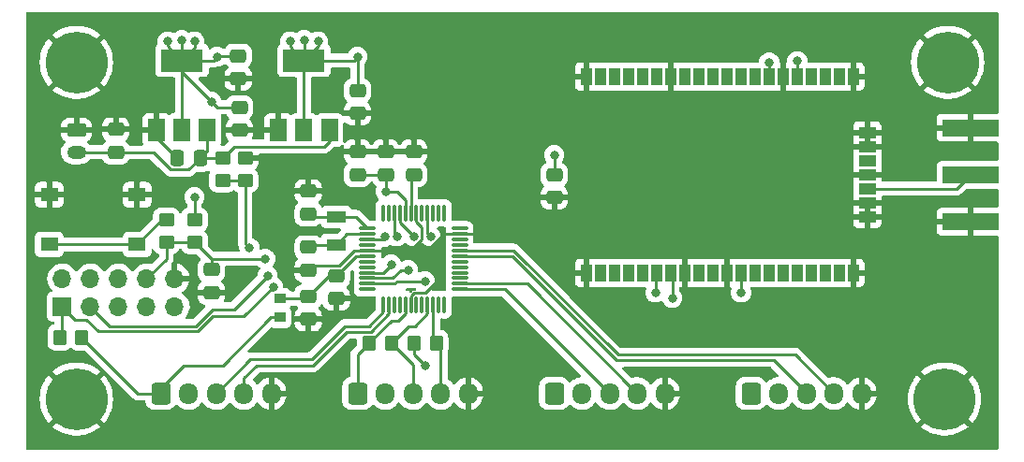
<source format=gtl>
%TF.GenerationSoftware,KiCad,Pcbnew,(6.0.1)*%
%TF.CreationDate,2022-03-10T11:46:56+01:00*%
%TF.ProjectId,ci-poc-board,63692d70-6f63-42d6-926f-6172642e6b69,rev?*%
%TF.SameCoordinates,Original*%
%TF.FileFunction,Copper,L1,Top*%
%TF.FilePolarity,Positive*%
%FSLAX46Y46*%
G04 Gerber Fmt 4.6, Leading zero omitted, Abs format (unit mm)*
G04 Created by KiCad (PCBNEW (6.0.1)) date 2022-03-10 11:46:56*
%MOMM*%
%LPD*%
G01*
G04 APERTURE LIST*
G04 Aperture macros list*
%AMRoundRect*
0 Rectangle with rounded corners*
0 $1 Rounding radius*
0 $2 $3 $4 $5 $6 $7 $8 $9 X,Y pos of 4 corners*
0 Add a 4 corners polygon primitive as box body*
4,1,4,$2,$3,$4,$5,$6,$7,$8,$9,$2,$3,0*
0 Add four circle primitives for the rounded corners*
1,1,$1+$1,$2,$3*
1,1,$1+$1,$4,$5*
1,1,$1+$1,$6,$7*
1,1,$1+$1,$8,$9*
0 Add four rect primitives between the rounded corners*
20,1,$1+$1,$2,$3,$4,$5,0*
20,1,$1+$1,$4,$5,$6,$7,0*
20,1,$1+$1,$6,$7,$8,$9,0*
20,1,$1+$1,$8,$9,$2,$3,0*%
G04 Aperture macros list end*
%TA.AperFunction,ComponentPad*%
%ADD10RoundRect,0.250000X-0.600000X-0.725000X0.600000X-0.725000X0.600000X0.725000X-0.600000X0.725000X0*%
%TD*%
%TA.AperFunction,ComponentPad*%
%ADD11O,1.700000X1.950000*%
%TD*%
%TA.AperFunction,SMDPad,CuDef*%
%ADD12RoundRect,0.250000X0.337500X0.475000X-0.337500X0.475000X-0.337500X-0.475000X0.337500X-0.475000X0*%
%TD*%
%TA.AperFunction,SMDPad,CuDef*%
%ADD13R,1.500000X2.000000*%
%TD*%
%TA.AperFunction,SMDPad,CuDef*%
%ADD14R,3.800000X2.000000*%
%TD*%
%TA.AperFunction,SMDPad,CuDef*%
%ADD15RoundRect,0.250000X-0.475000X0.337500X-0.475000X-0.337500X0.475000X-0.337500X0.475000X0.337500X0*%
%TD*%
%TA.AperFunction,SMDPad,CuDef*%
%ADD16R,1.016000X1.524000*%
%TD*%
%TA.AperFunction,SMDPad,CuDef*%
%ADD17R,1.524000X1.016000*%
%TD*%
%TA.AperFunction,SMDPad,CuDef*%
%ADD18RoundRect,0.250000X-0.450000X0.350000X-0.450000X-0.350000X0.450000X-0.350000X0.450000X0.350000X0*%
%TD*%
%TA.AperFunction,SMDPad,CuDef*%
%ADD19RoundRect,0.250000X0.475000X-0.337500X0.475000X0.337500X-0.475000X0.337500X-0.475000X-0.337500X0*%
%TD*%
%TA.AperFunction,SMDPad,CuDef*%
%ADD20R,5.080000X1.500000*%
%TD*%
%TA.AperFunction,SMDPad,CuDef*%
%ADD21RoundRect,0.250000X0.450000X-0.350000X0.450000X0.350000X-0.450000X0.350000X-0.450000X-0.350000X0*%
%TD*%
%TA.AperFunction,SMDPad,CuDef*%
%ADD22RoundRect,0.250000X-0.350000X-0.450000X0.350000X-0.450000X0.350000X0.450000X-0.350000X0.450000X0*%
%TD*%
%TA.AperFunction,ComponentPad*%
%ADD23C,5.600000*%
%TD*%
%TA.AperFunction,SMDPad,CuDef*%
%ADD24R,1.000000X0.900000*%
%TD*%
%TA.AperFunction,SMDPad,CuDef*%
%ADD25R,1.550000X1.300000*%
%TD*%
%TA.AperFunction,SMDPad,CuDef*%
%ADD26RoundRect,0.075000X-0.662500X-0.075000X0.662500X-0.075000X0.662500X0.075000X-0.662500X0.075000X0*%
%TD*%
%TA.AperFunction,SMDPad,CuDef*%
%ADD27RoundRect,0.075000X-0.075000X-0.662500X0.075000X-0.662500X0.075000X0.662500X-0.075000X0.662500X0*%
%TD*%
%TA.AperFunction,SMDPad,CuDef*%
%ADD28RoundRect,0.250000X0.350000X0.450000X-0.350000X0.450000X-0.350000X-0.450000X0.350000X-0.450000X0*%
%TD*%
%TA.AperFunction,ComponentPad*%
%ADD29R,1.700000X1.700000*%
%TD*%
%TA.AperFunction,ComponentPad*%
%ADD30O,1.700000X1.700000*%
%TD*%
%TA.AperFunction,ComponentPad*%
%ADD31RoundRect,0.250000X-0.625000X0.350000X-0.625000X-0.350000X0.625000X-0.350000X0.625000X0.350000X0*%
%TD*%
%TA.AperFunction,ComponentPad*%
%ADD32O,1.750000X1.200000*%
%TD*%
%TA.AperFunction,SMDPad,CuDef*%
%ADD33R,1.800000X1.000000*%
%TD*%
%TA.AperFunction,ViaPad*%
%ADD34C,0.800000*%
%TD*%
%TA.AperFunction,Conductor*%
%ADD35C,0.250000*%
%TD*%
G04 APERTURE END LIST*
D10*
X88900000Y-83312000D03*
D11*
X91400000Y-83312000D03*
X93900000Y-83312000D03*
X96400000Y-83312000D03*
X98900000Y-83312000D03*
D12*
X74697500Y-61997500D03*
X72622500Y-61997500D03*
D13*
X70740000Y-59457500D03*
X73040000Y-59457500D03*
D14*
X73040000Y-53157500D03*
D13*
X75340000Y-59457500D03*
D15*
X91440000Y-61425000D03*
X91440000Y-63500000D03*
D10*
X71120000Y-83312000D03*
D11*
X73620000Y-83312000D03*
X76120000Y-83312000D03*
X78620000Y-83312000D03*
X81120000Y-83312000D03*
D16*
X109572500Y-72390000D03*
X110842500Y-72390000D03*
X112112500Y-72390000D03*
X113382500Y-72390000D03*
X114652500Y-72390000D03*
X115922500Y-72390000D03*
X117192500Y-72390000D03*
X118462500Y-72390000D03*
X119732500Y-72390000D03*
X121002500Y-72390000D03*
X122272500Y-72390000D03*
X123542500Y-72390000D03*
X124812500Y-72390000D03*
X126082500Y-72390000D03*
X127352500Y-72390000D03*
X128622500Y-72390000D03*
X129892500Y-72390000D03*
X131162500Y-72390000D03*
X132432500Y-72390000D03*
X133702500Y-72390000D03*
D17*
X134972500Y-67310000D03*
X134972500Y-66040000D03*
X134972500Y-64770000D03*
X134972500Y-63500000D03*
X134972500Y-62230000D03*
X134972500Y-60960000D03*
X134972500Y-59690000D03*
D16*
X133702500Y-54610000D03*
X132432500Y-54610000D03*
X131162500Y-54610000D03*
X129892500Y-54610000D03*
X128622500Y-54610000D03*
X127352500Y-54610000D03*
X126082500Y-54610000D03*
X124812500Y-54610000D03*
X123542500Y-54610000D03*
X122272500Y-54610000D03*
X121002500Y-54610000D03*
X119732500Y-54610000D03*
X118462500Y-54610000D03*
X117192500Y-54610000D03*
X115922500Y-54610000D03*
X114652500Y-54610000D03*
X113382500Y-54610000D03*
X112112500Y-54610000D03*
X110842500Y-54610000D03*
X109572500Y-54610000D03*
D18*
X71628000Y-67580000D03*
X71628000Y-69580000D03*
D19*
X86995000Y-74719000D03*
X86995000Y-72644000D03*
D15*
X88900000Y-55880000D03*
X88900000Y-57955000D03*
D13*
X81760000Y-59457500D03*
D14*
X84060000Y-53157500D03*
D13*
X84060000Y-59457500D03*
X86360000Y-59457500D03*
D20*
X144272000Y-63500000D03*
X144272000Y-59250000D03*
X144272000Y-67750000D03*
D21*
X76708000Y-63992000D03*
X76708000Y-61992000D03*
D22*
X94012000Y-78740000D03*
X96012000Y-78740000D03*
D23*
X63500000Y-83820000D03*
D18*
X78740000Y-61992000D03*
X78740000Y-63992000D03*
D15*
X84455000Y-70082500D03*
X84455000Y-72157500D03*
D23*
X142240000Y-53340000D03*
D19*
X78120000Y-54805000D03*
X78120000Y-52730000D03*
D23*
X63500000Y-53340000D03*
D10*
X106680000Y-83312000D03*
D11*
X109180000Y-83312000D03*
X111680000Y-83312000D03*
X114180000Y-83312000D03*
X116680000Y-83312000D03*
D24*
X81915000Y-76415000D03*
X81915000Y-74715000D03*
D15*
X106680000Y-63500000D03*
X106680000Y-65575000D03*
X78232000Y-57404000D03*
X78232000Y-59479000D03*
D25*
X68999000Y-69814000D03*
X61049000Y-69814000D03*
X61049000Y-65314000D03*
X68999000Y-65314000D03*
D26*
X89817500Y-68370000D03*
X89817500Y-68870000D03*
X89817500Y-69370000D03*
X89817500Y-69870000D03*
X89817500Y-70370000D03*
X89817500Y-70870000D03*
X89817500Y-71370000D03*
X89817500Y-71870000D03*
X89817500Y-72370000D03*
X89817500Y-72870000D03*
X89817500Y-73370000D03*
X89817500Y-73870000D03*
D27*
X91230000Y-75282500D03*
X91730000Y-75282500D03*
X92230000Y-75282500D03*
X92730000Y-75282500D03*
X93230000Y-75282500D03*
X93730000Y-75282500D03*
X94230000Y-75282500D03*
X94730000Y-75282500D03*
X95230000Y-75282500D03*
X95730000Y-75282500D03*
X96230000Y-75282500D03*
X96730000Y-75282500D03*
D26*
X98142500Y-73870000D03*
X98142500Y-73370000D03*
X98142500Y-72870000D03*
X98142500Y-72370000D03*
X98142500Y-71870000D03*
X98142500Y-71370000D03*
X98142500Y-70870000D03*
X98142500Y-70370000D03*
X98142500Y-69870000D03*
X98142500Y-69370000D03*
X98142500Y-68870000D03*
X98142500Y-68370000D03*
D27*
X96730000Y-66957500D03*
X96230000Y-66957500D03*
X95730000Y-66957500D03*
X95230000Y-66957500D03*
X94730000Y-66957500D03*
X94230000Y-66957500D03*
X93730000Y-66957500D03*
X93230000Y-66957500D03*
X92730000Y-66957500D03*
X92230000Y-66957500D03*
X91730000Y-66957500D03*
X91230000Y-66957500D03*
D19*
X93980000Y-63500000D03*
X93980000Y-61425000D03*
D28*
X63992000Y-78232000D03*
X61992000Y-78232000D03*
D23*
X141957500Y-83820000D03*
D29*
X62225000Y-75443000D03*
D30*
X62225000Y-72903000D03*
X64765000Y-75443000D03*
X64765000Y-72903000D03*
X67305000Y-75443000D03*
X67305000Y-72903000D03*
X69845000Y-75443000D03*
X69845000Y-72903000D03*
X72385000Y-75443000D03*
X72385000Y-72903000D03*
D31*
X63500000Y-59452000D03*
D32*
X63500000Y-61452000D03*
D33*
X86995000Y-69830000D03*
X86995000Y-67330000D03*
D19*
X84455000Y-67077500D03*
X84455000Y-65002500D03*
D10*
X124460000Y-83312000D03*
D11*
X126960000Y-83312000D03*
X129460000Y-83312000D03*
X131960000Y-83312000D03*
X134460000Y-83312000D03*
D22*
X89948000Y-78740000D03*
X91948000Y-78740000D03*
D19*
X67056000Y-61489500D03*
X67056000Y-59414500D03*
X84455000Y-76602500D03*
X84455000Y-74527500D03*
X88900000Y-63500000D03*
X88900000Y-61425000D03*
X75692000Y-74189500D03*
X75692000Y-72114500D03*
D18*
X74168000Y-67580000D03*
X74168000Y-69580000D03*
D34*
X86360000Y-76708000D03*
X106680000Y-61722000D03*
X71755000Y-51435000D03*
X126111000Y-53340000D03*
X74168000Y-51435000D03*
X74168000Y-65532000D03*
X94996000Y-80772000D03*
X76200000Y-52832000D03*
X73025000Y-51308000D03*
X91440000Y-65024000D03*
X75692000Y-56896000D03*
X123571000Y-74168000D03*
X80555500Y-71120000D03*
X95504000Y-69088000D03*
X88900000Y-52832000D03*
X84074000Y-51308000D03*
X85344000Y-51435000D03*
X82804000Y-51435000D03*
X93980000Y-69088000D03*
X81280000Y-73660000D03*
X80772000Y-72644000D03*
X92456000Y-69088000D03*
X93472000Y-72136000D03*
X115824000Y-74168000D03*
X91948000Y-71628000D03*
X117348000Y-74676000D03*
X94996000Y-73152000D03*
X128651000Y-53213000D03*
X79121000Y-70104000D03*
X91400069Y-69119332D03*
D35*
X93730000Y-63750000D02*
X93730000Y-66957500D01*
X93980000Y-63500000D02*
X93730000Y-63750000D01*
X86254500Y-76602500D02*
X86360000Y-76708000D01*
X96012000Y-73160614D02*
X96012000Y-71135386D01*
X94230000Y-67760006D02*
X94230000Y-66957500D01*
X84880520Y-71731980D02*
X87271302Y-71731980D01*
X94704511Y-68234517D02*
X94230000Y-67760006D01*
X95004614Y-74168000D02*
X96012000Y-73160614D01*
X96012000Y-71135386D02*
X95246614Y-70370000D01*
X84455000Y-72157500D02*
X84880520Y-71731980D01*
X93722614Y-70370000D02*
X94704511Y-69388103D01*
X84455000Y-76602500D02*
X86254500Y-76602500D01*
X98142500Y-68870000D02*
X99786000Y-68870000D01*
X94704511Y-69388103D02*
X94704511Y-68234517D01*
X89817500Y-70370000D02*
X95246614Y-70370000D01*
X99786000Y-68870000D02*
X100076000Y-68580000D01*
X93730000Y-75282500D02*
X93730000Y-74479994D01*
X93730000Y-74479994D02*
X94041994Y-74168000D01*
X70740000Y-59457500D02*
X70740000Y-60115000D01*
X96746614Y-68870000D02*
X95246614Y-70370000D01*
X98142500Y-68870000D02*
X96746614Y-68870000D01*
X88633282Y-70370000D02*
X89817500Y-70370000D01*
X94041994Y-74168000D02*
X95004614Y-74168000D01*
X87271302Y-71731980D02*
X88633282Y-70370000D01*
X70740000Y-60115000D02*
X72622500Y-61997500D01*
X123571000Y-72418500D02*
X123542500Y-72390000D01*
X126082500Y-53368500D02*
X126111000Y-53340000D01*
X63992000Y-78232000D02*
X69072000Y-83312000D01*
X69072000Y-83312000D02*
X71120000Y-83312000D01*
X81915000Y-76415000D02*
X81065000Y-76415000D01*
X91440000Y-65024000D02*
X92456000Y-65024000D01*
X123571000Y-74168000D02*
X123571000Y-72418500D01*
X71120000Y-82804000D02*
X71120000Y-83312000D01*
X76200000Y-57404000D02*
X75692000Y-56896000D01*
X73025000Y-53142500D02*
X73040000Y-53157500D01*
X76302000Y-52730000D02*
X76200000Y-52832000D01*
X126082500Y-54610000D02*
X126082500Y-53368500D01*
X91948000Y-76708000D02*
X89948000Y-78708000D01*
X92607006Y-76708000D02*
X91948000Y-76708000D01*
X94012000Y-78740000D02*
X94012000Y-79788000D01*
X81065000Y-76415000D02*
X76708000Y-80772000D01*
X91440000Y-63500000D02*
X88900000Y-63500000D01*
X78120000Y-52730000D02*
X76302000Y-52730000D01*
X71755000Y-51872500D02*
X73040000Y-53157500D01*
X94012000Y-79788000D02*
X94996000Y-80772000D01*
X91440000Y-63500000D02*
X91440000Y-65024000D01*
X88900000Y-79788000D02*
X89948000Y-78740000D01*
X73025000Y-51308000D02*
X73025000Y-53142500D01*
X75874500Y-53157500D02*
X76200000Y-52832000D01*
X93230000Y-75282500D02*
X93230000Y-76085006D01*
X93230000Y-76085006D02*
X92607006Y-76708000D01*
X106680000Y-61722000D02*
X106680000Y-63500000D01*
X74168000Y-52029500D02*
X73040000Y-53157500D01*
X74168000Y-51435000D02*
X74168000Y-52029500D01*
X73152000Y-80772000D02*
X71120000Y-82804000D01*
X71755000Y-51435000D02*
X71755000Y-51872500D01*
X78232000Y-57404000D02*
X76200000Y-57404000D01*
X73040000Y-59457500D02*
X73040000Y-53157500D01*
X88900000Y-83312000D02*
X88900000Y-79788000D01*
X74168000Y-67580000D02*
X74168000Y-65532000D01*
X93230000Y-66957500D02*
X93230000Y-65798000D01*
X76708000Y-80772000D02*
X73152000Y-80772000D01*
X73040000Y-53157500D02*
X75874500Y-53157500D01*
X73040000Y-54244000D02*
X75692000Y-56896000D01*
X92456000Y-65024000D02*
X93230000Y-65798000D01*
X89948000Y-78708000D02*
X89948000Y-78740000D01*
X88769000Y-70870000D02*
X89817500Y-70870000D01*
X84455000Y-74527500D02*
X84267500Y-74715000D01*
X86338500Y-72644000D02*
X84455000Y-74527500D01*
X84267500Y-74715000D02*
X81915000Y-74715000D01*
X86995000Y-72644000D02*
X88769000Y-70870000D01*
X86995000Y-72644000D02*
X86338500Y-72644000D01*
X71628000Y-71120000D02*
X69845000Y-72903000D01*
X75692000Y-72114500D02*
X75692000Y-71104000D01*
X95504000Y-69088000D02*
X95230000Y-68814000D01*
X75708000Y-71120000D02*
X80555500Y-71120000D01*
X95230000Y-68814000D02*
X95230000Y-66957500D01*
X74168000Y-69580000D02*
X71628000Y-69580000D01*
X74168000Y-69580000D02*
X75708000Y-71120000D01*
X71628000Y-69580000D02*
X71628000Y-71120000D01*
X84707500Y-67330000D02*
X84455000Y-67077500D01*
X88777500Y-67330000D02*
X86995000Y-67330000D01*
X86995000Y-67330000D02*
X84707500Y-67330000D01*
X89817500Y-68370000D02*
X88777500Y-67330000D01*
X84707500Y-69830000D02*
X84455000Y-70082500D01*
X89817500Y-68870000D02*
X87955000Y-68870000D01*
X86995000Y-69830000D02*
X84707500Y-69830000D01*
X87955000Y-68870000D02*
X86995000Y-69830000D01*
X77740000Y-60960000D02*
X85852000Y-60960000D01*
X67018500Y-61452000D02*
X67056000Y-61489500D01*
X75340000Y-61355000D02*
X75340000Y-59457500D01*
X63500000Y-61452000D02*
X67018500Y-61452000D01*
X74697500Y-61997500D02*
X75340000Y-61355000D01*
X73647980Y-63047020D02*
X74697500Y-61997500D01*
X76708000Y-61992000D02*
X74703000Y-61992000D01*
X86360000Y-60452000D02*
X86360000Y-59457500D01*
X76708000Y-61992000D02*
X77740000Y-60960000D01*
X85852000Y-60960000D02*
X86360000Y-60452000D01*
X67056000Y-61489500D02*
X70489507Y-61489500D01*
X70489507Y-61489500D02*
X72047027Y-63047020D01*
X72047027Y-63047020D02*
X73647980Y-63047020D01*
X84074000Y-51308000D02*
X84074000Y-53143500D01*
X84060000Y-53157500D02*
X88574500Y-53157500D01*
X84074000Y-53143500D02*
X84060000Y-53157500D01*
X88574500Y-53157500D02*
X88900000Y-52832000D01*
X88900000Y-55880000D02*
X88900000Y-52832000D01*
X85344000Y-51435000D02*
X85344000Y-51873500D01*
X82804000Y-51901500D02*
X84060000Y-53157500D01*
X82804000Y-51435000D02*
X82804000Y-51901500D01*
X84060000Y-59457500D02*
X84060000Y-52564000D01*
X85344000Y-51873500D02*
X84060000Y-53157500D01*
X143002000Y-64770000D02*
X144272000Y-63500000D01*
X134972500Y-64770000D02*
X143002000Y-64770000D01*
X102874000Y-70870000D02*
X112268000Y-80264000D01*
X98142500Y-70870000D02*
X102874000Y-70870000D01*
X129460000Y-83232000D02*
X129460000Y-83312000D01*
X112268000Y-80264000D02*
X126492000Y-80264000D01*
X126492000Y-80264000D02*
X129460000Y-83232000D01*
X112454198Y-79814480D02*
X128462480Y-79814480D01*
X128462480Y-79814480D02*
X131960000Y-83312000D01*
X98142500Y-70370000D02*
X103009718Y-70370000D01*
X103009718Y-70370000D02*
X112454198Y-79814480D01*
X79231859Y-80200141D02*
X76120000Y-83312000D01*
X91230000Y-75902000D02*
X89916000Y-77216000D01*
X84772141Y-80200141D02*
X79231859Y-80200141D01*
X89916000Y-77216000D02*
X87756283Y-77216000D01*
X87756283Y-77216000D02*
X84772141Y-80200141D01*
X91230000Y-75282500D02*
X91230000Y-75902000D01*
X87892520Y-77715480D02*
X84836000Y-80772000D01*
X84836000Y-80772000D02*
X79756000Y-80772000D01*
X78620000Y-81908000D02*
X78620000Y-83312000D01*
X90099526Y-77715480D02*
X87892520Y-77715480D01*
X79756000Y-80772000D02*
X78620000Y-81908000D01*
X91730000Y-75282500D02*
X91730000Y-76085006D01*
X91730000Y-76085006D02*
X90099526Y-77715480D01*
X102238000Y-73870000D02*
X111680000Y-83312000D01*
X98142500Y-73870000D02*
X102238000Y-73870000D01*
X104238000Y-73370000D02*
X114180000Y-83312000D01*
X98142500Y-73370000D02*
X104238000Y-73370000D01*
X94099006Y-77216000D02*
X93472000Y-77216000D01*
X95230000Y-75282500D02*
X95230000Y-76085006D01*
X91948000Y-78740000D02*
X93900000Y-80692000D01*
X93900000Y-80692000D02*
X93900000Y-83312000D01*
X95230000Y-76085006D02*
X94099006Y-77216000D01*
X93472000Y-77216000D02*
X91948000Y-78740000D01*
X95730000Y-78458000D02*
X96012000Y-78740000D01*
X95730000Y-75282500D02*
X95730000Y-78458000D01*
X96400000Y-79128000D02*
X96400000Y-83312000D01*
X96012000Y-78740000D02*
X96400000Y-79128000D01*
X75817105Y-76325105D02*
X78614895Y-76325105D01*
X93980000Y-69088000D02*
X92730000Y-67838000D01*
X62225000Y-75443000D02*
X63399511Y-76617511D01*
X62225000Y-77999000D02*
X61992000Y-78232000D01*
X65473520Y-77665520D02*
X74476690Y-77665520D01*
X64425511Y-76617511D02*
X65473520Y-77665520D01*
X78614895Y-76325105D02*
X81280000Y-73660000D01*
X62225000Y-75443000D02*
X62225000Y-77999000D01*
X63399511Y-76617511D02*
X64425511Y-76617511D01*
X92730000Y-67838000D02*
X92730000Y-66957500D01*
X74476690Y-77665520D02*
X75817105Y-76325105D01*
X64765000Y-75443000D02*
X66538000Y-77216000D01*
X77724000Y-75692000D02*
X80772000Y-72644000D01*
X74168000Y-77216000D02*
X74290493Y-77216000D01*
X92230000Y-68862000D02*
X92230000Y-66957500D01*
X92456000Y-69088000D02*
X92230000Y-68862000D01*
X75814493Y-75692000D02*
X77724000Y-75692000D01*
X66538000Y-77216000D02*
X74168000Y-77216000D01*
X74290493Y-77216000D02*
X75814493Y-75692000D01*
X92836283Y-72136000D02*
X93472000Y-72136000D01*
X115824000Y-74168000D02*
X115824000Y-72488500D01*
X89817500Y-72870000D02*
X92102282Y-72870000D01*
X92102282Y-72870000D02*
X92836283Y-72136000D01*
X115824000Y-72488500D02*
X115922500Y-72390000D01*
X117348000Y-72545500D02*
X117192500Y-72390000D01*
X117348000Y-74676000D02*
X117348000Y-72545500D01*
X91206000Y-72370000D02*
X91948000Y-71628000D01*
X89817500Y-72370000D02*
X91206000Y-72370000D01*
X92456000Y-73152000D02*
X94996000Y-73152000D01*
X128622500Y-54610000D02*
X128622500Y-53241500D01*
X92238000Y-73370000D02*
X92456000Y-73152000D01*
X128622500Y-53241500D02*
X128651000Y-53213000D01*
X89817500Y-73370000D02*
X92238000Y-73370000D01*
X71628000Y-67580000D02*
X71233000Y-67580000D01*
X71233000Y-67580000D02*
X68999000Y-69814000D01*
X61049000Y-69814000D02*
X68999000Y-69814000D01*
X78740000Y-69723000D02*
X79121000Y-70104000D01*
X91123921Y-69395480D02*
X89842980Y-69395480D01*
X78740000Y-63992000D02*
X78740000Y-69723000D01*
X76708000Y-63992000D02*
X78740000Y-63992000D01*
X91400069Y-69119332D02*
X91123921Y-69395480D01*
X89842980Y-69395480D02*
X89817500Y-69370000D01*
%TA.AperFunction,Conductor*%
G36*
X146754121Y-48788002D02*
G01*
X146800614Y-48841658D01*
X146812000Y-48894000D01*
X146812000Y-57866000D01*
X146791998Y-57934121D01*
X146738342Y-57980614D01*
X146686000Y-57992000D01*
X144544115Y-57992000D01*
X144528876Y-57996475D01*
X144527671Y-57997865D01*
X144526000Y-58005548D01*
X144526000Y-60489884D01*
X144530475Y-60505123D01*
X144531865Y-60506328D01*
X144539548Y-60507999D01*
X146686000Y-60507999D01*
X146754121Y-60528001D01*
X146800614Y-60581657D01*
X146812000Y-60633999D01*
X146812000Y-62115500D01*
X146791998Y-62183621D01*
X146738342Y-62230114D01*
X146686000Y-62241500D01*
X141683866Y-62241500D01*
X141621684Y-62248255D01*
X141485295Y-62299385D01*
X141368739Y-62386739D01*
X141281385Y-62503295D01*
X141230255Y-62639684D01*
X141223500Y-62701866D01*
X141223500Y-64010500D01*
X141203498Y-64078621D01*
X141149842Y-64125114D01*
X141097500Y-64136500D01*
X136368500Y-64136500D01*
X136300379Y-64116498D01*
X136253886Y-64062842D01*
X136242500Y-64010500D01*
X136242500Y-63772115D01*
X136238025Y-63756876D01*
X136236635Y-63755671D01*
X136228952Y-63754000D01*
X135791865Y-63754000D01*
X135785706Y-63753834D01*
X135782634Y-63753500D01*
X134162366Y-63753500D01*
X134159294Y-63753834D01*
X134153135Y-63754000D01*
X133720616Y-63754000D01*
X133705377Y-63758475D01*
X133704172Y-63759865D01*
X133702501Y-63767548D01*
X133702501Y-64052669D01*
X133702871Y-64059490D01*
X133709248Y-64118207D01*
X133707067Y-64118444D01*
X133707067Y-64151501D01*
X133708755Y-64151684D01*
X133702000Y-64213866D01*
X133702000Y-65326134D01*
X133702369Y-65329531D01*
X133708755Y-65388316D01*
X133707064Y-65388500D01*
X133707064Y-65421556D01*
X133709248Y-65421793D01*
X133702869Y-65480514D01*
X133702500Y-65487328D01*
X133702500Y-65767885D01*
X133706975Y-65783124D01*
X133708365Y-65784329D01*
X133716048Y-65786000D01*
X134153135Y-65786000D01*
X134159294Y-65786166D01*
X134162366Y-65786500D01*
X135782634Y-65786500D01*
X135785706Y-65786166D01*
X135791865Y-65786000D01*
X136224384Y-65786000D01*
X136239623Y-65781525D01*
X136240828Y-65780135D01*
X136242499Y-65772452D01*
X136242499Y-65529500D01*
X136262501Y-65461379D01*
X136316157Y-65414886D01*
X136368499Y-65403500D01*
X142923233Y-65403500D01*
X142934416Y-65404027D01*
X142941909Y-65405702D01*
X142949835Y-65405453D01*
X142949836Y-65405453D01*
X143009986Y-65403562D01*
X143013945Y-65403500D01*
X143041856Y-65403500D01*
X143045791Y-65403003D01*
X143045856Y-65402995D01*
X143057693Y-65402062D01*
X143089951Y-65401048D01*
X143093970Y-65400922D01*
X143101889Y-65400673D01*
X143121343Y-65395021D01*
X143140700Y-65391013D01*
X143152930Y-65389468D01*
X143152931Y-65389468D01*
X143160797Y-65388474D01*
X143168168Y-65385555D01*
X143168170Y-65385555D01*
X143201912Y-65372196D01*
X143213142Y-65368351D01*
X143247983Y-65358229D01*
X143247984Y-65358229D01*
X143255593Y-65356018D01*
X143262412Y-65351985D01*
X143262417Y-65351983D01*
X143273028Y-65345707D01*
X143290776Y-65337012D01*
X143309617Y-65329552D01*
X143327548Y-65316525D01*
X143345387Y-65303564D01*
X143355307Y-65297048D01*
X143386535Y-65278580D01*
X143386538Y-65278578D01*
X143393362Y-65274542D01*
X143407683Y-65260221D01*
X143422717Y-65247380D01*
X143432694Y-65240131D01*
X143439107Y-65235472D01*
X143467298Y-65201395D01*
X143475288Y-65192616D01*
X143872499Y-64795405D01*
X143934811Y-64761379D01*
X143961594Y-64758500D01*
X146686000Y-64758500D01*
X146754121Y-64778502D01*
X146800614Y-64832158D01*
X146812000Y-64884500D01*
X146812000Y-66366000D01*
X146791998Y-66434121D01*
X146738342Y-66480614D01*
X146686000Y-66492000D01*
X144544115Y-66492000D01*
X144528876Y-66496475D01*
X144527671Y-66497865D01*
X144526000Y-66505548D01*
X144526000Y-68989884D01*
X144530475Y-69005123D01*
X144531865Y-69006328D01*
X144539548Y-69007999D01*
X146686000Y-69007999D01*
X146754121Y-69028001D01*
X146800614Y-69081657D01*
X146812000Y-69133999D01*
X146812000Y-88266000D01*
X146791998Y-88334121D01*
X146738342Y-88380614D01*
X146686000Y-88392000D01*
X59054000Y-88392000D01*
X58985879Y-88371998D01*
X58939386Y-88318342D01*
X58928000Y-88266000D01*
X58928000Y-86336381D01*
X61349160Y-86336381D01*
X61349237Y-86337470D01*
X61351698Y-86341206D01*
X61625632Y-86551404D01*
X61631262Y-86555259D01*
X61931591Y-86737862D01*
X61937593Y-86741080D01*
X62255897Y-86890184D01*
X62262202Y-86892732D01*
X62594743Y-87006587D01*
X62601313Y-87008446D01*
X62944183Y-87085714D01*
X62950912Y-87086853D01*
X63300143Y-87126643D01*
X63306933Y-87127046D01*
X63658419Y-87128886D01*
X63665220Y-87128554D01*
X64014853Y-87092423D01*
X64021581Y-87091357D01*
X64365274Y-87017676D01*
X64371822Y-87015897D01*
X64705549Y-86905527D01*
X64711891Y-86903041D01*
X65031718Y-86757288D01*
X65037777Y-86754121D01*
X65339995Y-86574676D01*
X65345659Y-86570884D01*
X65626732Y-86359849D01*
X65631958Y-86355464D01*
X65641613Y-86346428D01*
X65647540Y-86336381D01*
X139806660Y-86336381D01*
X139806737Y-86337470D01*
X139809198Y-86341206D01*
X140083132Y-86551404D01*
X140088762Y-86555259D01*
X140389091Y-86737862D01*
X140395093Y-86741080D01*
X140713397Y-86890184D01*
X140719702Y-86892732D01*
X141052243Y-87006587D01*
X141058813Y-87008446D01*
X141401683Y-87085714D01*
X141408412Y-87086853D01*
X141757643Y-87126643D01*
X141764433Y-87127046D01*
X142115919Y-87128886D01*
X142122720Y-87128554D01*
X142472353Y-87092423D01*
X142479081Y-87091357D01*
X142822774Y-87017676D01*
X142829322Y-87015897D01*
X143163049Y-86905527D01*
X143169391Y-86903041D01*
X143489218Y-86757288D01*
X143495277Y-86754121D01*
X143797495Y-86574676D01*
X143803159Y-86570884D01*
X144084232Y-86359849D01*
X144089458Y-86355464D01*
X144099113Y-86346428D01*
X144107182Y-86332750D01*
X144107154Y-86332024D01*
X144102012Y-86323723D01*
X141970310Y-84192020D01*
X141956369Y-84184408D01*
X141954534Y-84184539D01*
X141947920Y-84188790D01*
X139814274Y-86322437D01*
X139806660Y-86336381D01*
X65647540Y-86336381D01*
X65649682Y-86332750D01*
X65649654Y-86332024D01*
X65644512Y-86323723D01*
X63512810Y-84192020D01*
X63498869Y-84184408D01*
X63497034Y-84184539D01*
X63490420Y-84188790D01*
X61356774Y-86322437D01*
X61349160Y-86336381D01*
X58928000Y-86336381D01*
X58928000Y-83811832D01*
X60187333Y-83811832D01*
X60205117Y-84162893D01*
X60205827Y-84169649D01*
X60261420Y-84516723D01*
X60262859Y-84523378D01*
X60355608Y-84862410D01*
X60357757Y-84868871D01*
X60486581Y-85195912D01*
X60489412Y-85202095D01*
X60652803Y-85513310D01*
X60656286Y-85519152D01*
X60852330Y-85810896D01*
X60856433Y-85816340D01*
X60976425Y-85958836D01*
X60989164Y-85967279D01*
X60999608Y-85961181D01*
X63127980Y-83832810D01*
X63134357Y-83821131D01*
X63864408Y-83821131D01*
X63864539Y-83822966D01*
X63868790Y-83829580D01*
X65999009Y-85959798D01*
X66012605Y-85967223D01*
X66022218Y-85960522D01*
X66122518Y-85843912D01*
X66126676Y-85838514D01*
X66325762Y-85548840D01*
X66329310Y-85543029D01*
X66495942Y-85233559D01*
X66498849Y-85227381D01*
X66631090Y-84901713D01*
X66633304Y-84895283D01*
X66729598Y-84557237D01*
X66731105Y-84550607D01*
X66790332Y-84204118D01*
X66791112Y-84197378D01*
X66812668Y-83844925D01*
X66812784Y-83841323D01*
X66812853Y-83821819D01*
X66812761Y-83818194D01*
X66793666Y-83465615D01*
X66792931Y-83458849D01*
X66736130Y-83111985D01*
X66734663Y-83105313D01*
X66640736Y-82766627D01*
X66638562Y-82760163D01*
X66508598Y-82433578D01*
X66505742Y-82427398D01*
X66341269Y-82116763D01*
X66337769Y-82110937D01*
X66140697Y-81819862D01*
X66136590Y-81814453D01*
X66023565Y-81681179D01*
X66010740Y-81672743D01*
X66000416Y-81678795D01*
X63872020Y-83807190D01*
X63864408Y-83821131D01*
X63134357Y-83821131D01*
X63135592Y-83818869D01*
X63135461Y-83817034D01*
X63131210Y-83810420D01*
X61000992Y-81680203D01*
X60987455Y-81672811D01*
X60977753Y-81679599D01*
X60870430Y-81805257D01*
X60866296Y-81810664D01*
X60668215Y-82101041D01*
X60664697Y-82106851D01*
X60499134Y-82416922D01*
X60496259Y-82423087D01*
X60365155Y-82749218D01*
X60362962Y-82755658D01*
X60267846Y-83094044D01*
X60266363Y-83100679D01*
X60208350Y-83447354D01*
X60207591Y-83454126D01*
X60187357Y-83805037D01*
X60187333Y-83811832D01*
X58928000Y-83811832D01*
X58928000Y-81306862D01*
X61349950Y-81306862D01*
X61349986Y-81307704D01*
X61355037Y-81315826D01*
X63487190Y-83447980D01*
X63501131Y-83455592D01*
X63502966Y-83455461D01*
X63509580Y-83451210D01*
X65642798Y-81317991D01*
X65650412Y-81304047D01*
X65650344Y-81303089D01*
X65645836Y-81296272D01*
X65644418Y-81295065D01*
X65364813Y-81082064D01*
X65359187Y-81078240D01*
X65058214Y-80896681D01*
X65052202Y-80893484D01*
X64733370Y-80745487D01*
X64727070Y-80742967D01*
X64394129Y-80630273D01*
X64387551Y-80628437D01*
X64044417Y-80552367D01*
X64037678Y-80551251D01*
X63688310Y-80512680D01*
X63681529Y-80512301D01*
X63330015Y-80511687D01*
X63323242Y-80512042D01*
X62973720Y-80549395D01*
X62967010Y-80550482D01*
X62623586Y-80625361D01*
X62617011Y-80627172D01*
X62283683Y-80738702D01*
X62277361Y-80741205D01*
X61958034Y-80888079D01*
X61951991Y-80891265D01*
X61650401Y-81071763D01*
X61644755Y-81075571D01*
X61364408Y-81287596D01*
X61359211Y-81291987D01*
X61357972Y-81293155D01*
X61349950Y-81306862D01*
X58928000Y-81306862D01*
X58928000Y-70512134D01*
X59765500Y-70512134D01*
X59772255Y-70574316D01*
X59823385Y-70710705D01*
X59910739Y-70827261D01*
X60027295Y-70914615D01*
X60163684Y-70965745D01*
X60225866Y-70972500D01*
X61872134Y-70972500D01*
X61934316Y-70965745D01*
X62070705Y-70914615D01*
X62187261Y-70827261D01*
X62274615Y-70710705D01*
X62325745Y-70574316D01*
X62327312Y-70559892D01*
X62354554Y-70494330D01*
X62412917Y-70453904D01*
X62452575Y-70447500D01*
X67595425Y-70447500D01*
X67663546Y-70467502D01*
X67710039Y-70521158D01*
X67720688Y-70559892D01*
X67722255Y-70574316D01*
X67773385Y-70710705D01*
X67860739Y-70827261D01*
X67977295Y-70914615D01*
X68113684Y-70965745D01*
X68175866Y-70972500D01*
X69822134Y-70972500D01*
X69884316Y-70965745D01*
X70020705Y-70914615D01*
X70137261Y-70827261D01*
X70224615Y-70710705D01*
X70275745Y-70574316D01*
X70282500Y-70512134D01*
X70282500Y-70367426D01*
X70302502Y-70299305D01*
X70356158Y-70252812D01*
X70426432Y-70242708D01*
X70491012Y-70272202D01*
X70515644Y-70301123D01*
X70579522Y-70404348D01*
X70704697Y-70529305D01*
X70710927Y-70533145D01*
X70710928Y-70533146D01*
X70815211Y-70597427D01*
X70855262Y-70622115D01*
X70908168Y-70639663D01*
X70966527Y-70680094D01*
X70993764Y-70745658D01*
X70994500Y-70759256D01*
X70994500Y-70805405D01*
X70974498Y-70873526D01*
X70957595Y-70894501D01*
X70302344Y-71549751D01*
X70240032Y-71583776D01*
X70191153Y-71584702D01*
X69978373Y-71546800D01*
X69978367Y-71546799D01*
X69973284Y-71545894D01*
X69899452Y-71544992D01*
X69755081Y-71543228D01*
X69755079Y-71543228D01*
X69749911Y-71543165D01*
X69529091Y-71576955D01*
X69316756Y-71646357D01*
X69118607Y-71749507D01*
X69114474Y-71752610D01*
X69114471Y-71752612D01*
X68948192Y-71877458D01*
X68939965Y-71883635D01*
X68785629Y-72045138D01*
X68678201Y-72202621D01*
X68623293Y-72247621D01*
X68552768Y-72255792D01*
X68489021Y-72224538D01*
X68468324Y-72200054D01*
X68387822Y-72075617D01*
X68387820Y-72075614D01*
X68385014Y-72071277D01*
X68234670Y-71906051D01*
X68230619Y-71902852D01*
X68230615Y-71902848D01*
X68063414Y-71770800D01*
X68063410Y-71770798D01*
X68059359Y-71767598D01*
X68054447Y-71764886D01*
X68007136Y-71738769D01*
X67863789Y-71659638D01*
X67858920Y-71657914D01*
X67858916Y-71657912D01*
X67658087Y-71586795D01*
X67658083Y-71586794D01*
X67653212Y-71585069D01*
X67648119Y-71584162D01*
X67648116Y-71584161D01*
X67438373Y-71546800D01*
X67438367Y-71546799D01*
X67433284Y-71545894D01*
X67359452Y-71544992D01*
X67215081Y-71543228D01*
X67215079Y-71543228D01*
X67209911Y-71543165D01*
X66989091Y-71576955D01*
X66776756Y-71646357D01*
X66578607Y-71749507D01*
X66574474Y-71752610D01*
X66574471Y-71752612D01*
X66408192Y-71877458D01*
X66399965Y-71883635D01*
X66245629Y-72045138D01*
X66138201Y-72202621D01*
X66083293Y-72247621D01*
X66012768Y-72255792D01*
X65949021Y-72224538D01*
X65928324Y-72200054D01*
X65847822Y-72075617D01*
X65847820Y-72075614D01*
X65845014Y-72071277D01*
X65694670Y-71906051D01*
X65690619Y-71902852D01*
X65690615Y-71902848D01*
X65523414Y-71770800D01*
X65523410Y-71770798D01*
X65519359Y-71767598D01*
X65514447Y-71764886D01*
X65467136Y-71738769D01*
X65323789Y-71659638D01*
X65318920Y-71657914D01*
X65318916Y-71657912D01*
X65118087Y-71586795D01*
X65118083Y-71586794D01*
X65113212Y-71585069D01*
X65108119Y-71584162D01*
X65108116Y-71584161D01*
X64898373Y-71546800D01*
X64898367Y-71546799D01*
X64893284Y-71545894D01*
X64819452Y-71544992D01*
X64675081Y-71543228D01*
X64675079Y-71543228D01*
X64669911Y-71543165D01*
X64449091Y-71576955D01*
X64236756Y-71646357D01*
X64038607Y-71749507D01*
X64034474Y-71752610D01*
X64034471Y-71752612D01*
X63868192Y-71877458D01*
X63859965Y-71883635D01*
X63705629Y-72045138D01*
X63598201Y-72202621D01*
X63543293Y-72247621D01*
X63472768Y-72255792D01*
X63409021Y-72224538D01*
X63388324Y-72200054D01*
X63307822Y-72075617D01*
X63307820Y-72075614D01*
X63305014Y-72071277D01*
X63154670Y-71906051D01*
X63150619Y-71902852D01*
X63150615Y-71902848D01*
X62983414Y-71770800D01*
X62983410Y-71770798D01*
X62979359Y-71767598D01*
X62974447Y-71764886D01*
X62927136Y-71738769D01*
X62783789Y-71659638D01*
X62778920Y-71657914D01*
X62778916Y-71657912D01*
X62578087Y-71586795D01*
X62578083Y-71586794D01*
X62573212Y-71585069D01*
X62568119Y-71584162D01*
X62568116Y-71584161D01*
X62358373Y-71546800D01*
X62358367Y-71546799D01*
X62353284Y-71545894D01*
X62279452Y-71544992D01*
X62135081Y-71543228D01*
X62135079Y-71543228D01*
X62129911Y-71543165D01*
X61909091Y-71576955D01*
X61696756Y-71646357D01*
X61498607Y-71749507D01*
X61494474Y-71752610D01*
X61494471Y-71752612D01*
X61328192Y-71877458D01*
X61319965Y-71883635D01*
X61165629Y-72045138D01*
X61039743Y-72229680D01*
X61004129Y-72306404D01*
X60949057Y-72425048D01*
X60945688Y-72432305D01*
X60885989Y-72647570D01*
X60862251Y-72869695D01*
X60862548Y-72874848D01*
X60862548Y-72874851D01*
X60869034Y-72987331D01*
X60875110Y-73092715D01*
X60876247Y-73097761D01*
X60876248Y-73097767D01*
X60889597Y-73157000D01*
X60924222Y-73310639D01*
X60984864Y-73459983D01*
X61000484Y-73498450D01*
X61008266Y-73517616D01*
X61046481Y-73579978D01*
X61122291Y-73703688D01*
X61124987Y-73708088D01*
X61271250Y-73876938D01*
X61275230Y-73880242D01*
X61279981Y-73884187D01*
X61319616Y-73943090D01*
X61321113Y-74014071D01*
X61283997Y-74074593D01*
X61243725Y-74099112D01*
X61196129Y-74116955D01*
X61128295Y-74142385D01*
X61011739Y-74229739D01*
X60924385Y-74346295D01*
X60873255Y-74482684D01*
X60866500Y-74544866D01*
X60866500Y-76341134D01*
X60873255Y-76403316D01*
X60924385Y-76539705D01*
X61011739Y-76656261D01*
X61128295Y-76743615D01*
X61264684Y-76794745D01*
X61326866Y-76801500D01*
X61408341Y-76801500D01*
X61476462Y-76821502D01*
X61522955Y-76875158D01*
X61533059Y-76945432D01*
X61503565Y-77010012D01*
X61448217Y-77047024D01*
X61318054Y-77090450D01*
X61167652Y-77183522D01*
X61042695Y-77308697D01*
X61038855Y-77314927D01*
X61038854Y-77314928D01*
X60974950Y-77418600D01*
X60949885Y-77459262D01*
X60932644Y-77511243D01*
X60902738Y-77601408D01*
X60894203Y-77627139D01*
X60883500Y-77731600D01*
X60883500Y-78732400D01*
X60894474Y-78838166D01*
X60896655Y-78844702D01*
X60896655Y-78844704D01*
X60932651Y-78952595D01*
X60950450Y-79005946D01*
X61043522Y-79156348D01*
X61168697Y-79281305D01*
X61174927Y-79285145D01*
X61174928Y-79285146D01*
X61312090Y-79369694D01*
X61319262Y-79374115D01*
X61338359Y-79380449D01*
X61480611Y-79427632D01*
X61480613Y-79427632D01*
X61487139Y-79429797D01*
X61493975Y-79430497D01*
X61493978Y-79430498D01*
X61537031Y-79434909D01*
X61591600Y-79440500D01*
X62392400Y-79440500D01*
X62395646Y-79440163D01*
X62395650Y-79440163D01*
X62491308Y-79430238D01*
X62491312Y-79430237D01*
X62498166Y-79429526D01*
X62504702Y-79427345D01*
X62504704Y-79427345D01*
X62645963Y-79380217D01*
X62665946Y-79373550D01*
X62816348Y-79280478D01*
X62902784Y-79193891D01*
X62965066Y-79159812D01*
X63035886Y-79164815D01*
X63080975Y-79193736D01*
X63134639Y-79247306D01*
X63168697Y-79281305D01*
X63174927Y-79285145D01*
X63174928Y-79285146D01*
X63312090Y-79369694D01*
X63319262Y-79374115D01*
X63338359Y-79380449D01*
X63480611Y-79427632D01*
X63480613Y-79427632D01*
X63487139Y-79429797D01*
X63493975Y-79430497D01*
X63493978Y-79430498D01*
X63537031Y-79434909D01*
X63591600Y-79440500D01*
X64252406Y-79440500D01*
X64320527Y-79460502D01*
X64341501Y-79477405D01*
X66456019Y-81591924D01*
X68568348Y-83704253D01*
X68575888Y-83712539D01*
X68580000Y-83719018D01*
X68585777Y-83724443D01*
X68629651Y-83765643D01*
X68632493Y-83768398D01*
X68652230Y-83788135D01*
X68655427Y-83790615D01*
X68664447Y-83798318D01*
X68696679Y-83828586D01*
X68703625Y-83832405D01*
X68703628Y-83832407D01*
X68714434Y-83838348D01*
X68730953Y-83849199D01*
X68746959Y-83861614D01*
X68754228Y-83864759D01*
X68754232Y-83864762D01*
X68787537Y-83879174D01*
X68798187Y-83884391D01*
X68836940Y-83905695D01*
X68844615Y-83907666D01*
X68844616Y-83907666D01*
X68856562Y-83910733D01*
X68875267Y-83917137D01*
X68893855Y-83925181D01*
X68901678Y-83926420D01*
X68901688Y-83926423D01*
X68937524Y-83932099D01*
X68949144Y-83934505D01*
X68984289Y-83943528D01*
X68991970Y-83945500D01*
X69012224Y-83945500D01*
X69031934Y-83947051D01*
X69051943Y-83950220D01*
X69059835Y-83949474D01*
X69095961Y-83946059D01*
X69107819Y-83945500D01*
X69635500Y-83945500D01*
X69703621Y-83965502D01*
X69750114Y-84019158D01*
X69761500Y-84071500D01*
X69761500Y-84087400D01*
X69761837Y-84090646D01*
X69761837Y-84090650D01*
X69771579Y-84184539D01*
X69772474Y-84193166D01*
X69774655Y-84199702D01*
X69774655Y-84199704D01*
X69806405Y-84294870D01*
X69828450Y-84360946D01*
X69921522Y-84511348D01*
X70046697Y-84636305D01*
X70052927Y-84640145D01*
X70052928Y-84640146D01*
X70190090Y-84724694D01*
X70197262Y-84729115D01*
X70232938Y-84740948D01*
X70358611Y-84782632D01*
X70358613Y-84782632D01*
X70365139Y-84784797D01*
X70371975Y-84785497D01*
X70371978Y-84785498D01*
X70407663Y-84789154D01*
X70469600Y-84795500D01*
X71770400Y-84795500D01*
X71773646Y-84795163D01*
X71773650Y-84795163D01*
X71869308Y-84785238D01*
X71869312Y-84785237D01*
X71876166Y-84784526D01*
X71882702Y-84782345D01*
X71882704Y-84782345D01*
X72014806Y-84738272D01*
X72043946Y-84728550D01*
X72194348Y-84635478D01*
X72319305Y-84510303D01*
X72409081Y-84364660D01*
X72461852Y-84317168D01*
X72531924Y-84305744D01*
X72597048Y-84334018D01*
X72607510Y-84343805D01*
X72649215Y-84387523D01*
X72716576Y-84458135D01*
X72901542Y-84595754D01*
X72906293Y-84598170D01*
X72906297Y-84598172D01*
X72969481Y-84630296D01*
X73107051Y-84700240D01*
X73112145Y-84701822D01*
X73112148Y-84701823D01*
X73277583Y-84753192D01*
X73327227Y-84768607D01*
X73332516Y-84769308D01*
X73550489Y-84798198D01*
X73550494Y-84798198D01*
X73555774Y-84798898D01*
X73561103Y-84798698D01*
X73561105Y-84798698D01*
X73670966Y-84794573D01*
X73786158Y-84790249D01*
X73808802Y-84785498D01*
X74006572Y-84744002D01*
X74011791Y-84742907D01*
X74016750Y-84740949D01*
X74016752Y-84740948D01*
X74221256Y-84660185D01*
X74221258Y-84660184D01*
X74226221Y-84658224D01*
X74231525Y-84655006D01*
X74418757Y-84541390D01*
X74418756Y-84541390D01*
X74423317Y-84538623D01*
X74463134Y-84504072D01*
X74593412Y-84391023D01*
X74593414Y-84391021D01*
X74597445Y-84387523D01*
X74664500Y-84305744D01*
X74740240Y-84213373D01*
X74740244Y-84213367D01*
X74743624Y-84209245D01*
X74761552Y-84177750D01*
X74812632Y-84128445D01*
X74882262Y-84114583D01*
X74948333Y-84140566D01*
X74975573Y-84169716D01*
X75057441Y-84291319D01*
X75216576Y-84458135D01*
X75401542Y-84595754D01*
X75406293Y-84598170D01*
X75406297Y-84598172D01*
X75469481Y-84630296D01*
X75607051Y-84700240D01*
X75612145Y-84701822D01*
X75612148Y-84701823D01*
X75777583Y-84753192D01*
X75827227Y-84768607D01*
X75832516Y-84769308D01*
X76050489Y-84798198D01*
X76050494Y-84798198D01*
X76055774Y-84798898D01*
X76061103Y-84798698D01*
X76061105Y-84798698D01*
X76170966Y-84794573D01*
X76286158Y-84790249D01*
X76308802Y-84785498D01*
X76506572Y-84744002D01*
X76511791Y-84742907D01*
X76516750Y-84740949D01*
X76516752Y-84740948D01*
X76721256Y-84660185D01*
X76721258Y-84660184D01*
X76726221Y-84658224D01*
X76731525Y-84655006D01*
X76918757Y-84541390D01*
X76918756Y-84541390D01*
X76923317Y-84538623D01*
X76963134Y-84504072D01*
X77093412Y-84391023D01*
X77093414Y-84391021D01*
X77097445Y-84387523D01*
X77164500Y-84305744D01*
X77240240Y-84213373D01*
X77240244Y-84213367D01*
X77243624Y-84209245D01*
X77261552Y-84177750D01*
X77312632Y-84128445D01*
X77382262Y-84114583D01*
X77448333Y-84140566D01*
X77475573Y-84169716D01*
X77557441Y-84291319D01*
X77716576Y-84458135D01*
X77901542Y-84595754D01*
X77906293Y-84598170D01*
X77906297Y-84598172D01*
X77969481Y-84630296D01*
X78107051Y-84700240D01*
X78112145Y-84701822D01*
X78112148Y-84701823D01*
X78277583Y-84753192D01*
X78327227Y-84768607D01*
X78332516Y-84769308D01*
X78550489Y-84798198D01*
X78550494Y-84798198D01*
X78555774Y-84798898D01*
X78561103Y-84798698D01*
X78561105Y-84798698D01*
X78670966Y-84794573D01*
X78786158Y-84790249D01*
X78808802Y-84785498D01*
X79006572Y-84744002D01*
X79011791Y-84742907D01*
X79016750Y-84740949D01*
X79016752Y-84740948D01*
X79221256Y-84660185D01*
X79221258Y-84660184D01*
X79226221Y-84658224D01*
X79231525Y-84655006D01*
X79418757Y-84541390D01*
X79418756Y-84541390D01*
X79423317Y-84538623D01*
X79463134Y-84504072D01*
X79593412Y-84391023D01*
X79593414Y-84391021D01*
X79597445Y-84387523D01*
X79664500Y-84305744D01*
X79740240Y-84213373D01*
X79740244Y-84213367D01*
X79743624Y-84209245D01*
X79746426Y-84204322D01*
X79761829Y-84177265D01*
X79812912Y-84127959D01*
X79882542Y-84114098D01*
X79948613Y-84140082D01*
X79975851Y-84169232D01*
X80054852Y-84286578D01*
X80061519Y-84294870D01*
X80213228Y-84453900D01*
X80221186Y-84460941D01*
X80397525Y-84592141D01*
X80406562Y-84597745D01*
X80602484Y-84697357D01*
X80612335Y-84701357D01*
X80822240Y-84766534D01*
X80832624Y-84768817D01*
X80848043Y-84770861D01*
X80862207Y-84768665D01*
X80866000Y-84755478D01*
X80866000Y-84753192D01*
X81374000Y-84753192D01*
X81377973Y-84766723D01*
X81388580Y-84768248D01*
X81506421Y-84743523D01*
X81516617Y-84740463D01*
X81721029Y-84659737D01*
X81730561Y-84655006D01*
X81918462Y-84540984D01*
X81927052Y-84534720D01*
X82093052Y-84390673D01*
X82100472Y-84383042D01*
X82239826Y-84213089D01*
X82245850Y-84204322D01*
X82354576Y-84013318D01*
X82359041Y-84003654D01*
X82434031Y-83797059D01*
X82436802Y-83786792D01*
X82473504Y-83583826D01*
X82472085Y-83570586D01*
X82457450Y-83566000D01*
X81392115Y-83566000D01*
X81376876Y-83570475D01*
X81375671Y-83571865D01*
X81374000Y-83579548D01*
X81374000Y-84753192D01*
X80866000Y-84753192D01*
X80866000Y-83039885D01*
X81374000Y-83039885D01*
X81378475Y-83055124D01*
X81379865Y-83056329D01*
X81387548Y-83058000D01*
X82453849Y-83058000D01*
X82468527Y-83053690D01*
X82470590Y-83041807D01*
X82463876Y-82962675D01*
X82462086Y-82952203D01*
X82406870Y-82739465D01*
X82403335Y-82729425D01*
X82313063Y-82529030D01*
X82307894Y-82519744D01*
X82185150Y-82337425D01*
X82178481Y-82329130D01*
X82026772Y-82170100D01*
X82018814Y-82163059D01*
X81842475Y-82031859D01*
X81833438Y-82026255D01*
X81637516Y-81926643D01*
X81627665Y-81922643D01*
X81417760Y-81857466D01*
X81407376Y-81855183D01*
X81391957Y-81853139D01*
X81377793Y-81855335D01*
X81374000Y-81868522D01*
X81374000Y-83039885D01*
X80866000Y-83039885D01*
X80866000Y-81870808D01*
X80862027Y-81857277D01*
X80851420Y-81855752D01*
X80733579Y-81880477D01*
X80723383Y-81883537D01*
X80518971Y-81964263D01*
X80509439Y-81968994D01*
X80321538Y-82083016D01*
X80312948Y-82089280D01*
X80146948Y-82233327D01*
X80139528Y-82240958D01*
X80000174Y-82410911D01*
X79994152Y-82419674D01*
X79978762Y-82446711D01*
X79927680Y-82496018D01*
X79858049Y-82509880D01*
X79791978Y-82483897D01*
X79764739Y-82454747D01*
X79709033Y-82372005D01*
X79682559Y-82332681D01*
X79623918Y-82271209D01*
X79594725Y-82240608D01*
X79523424Y-82165865D01*
X79514635Y-82159325D01*
X79488264Y-82139704D01*
X79445551Y-82082993D01*
X79440280Y-82012192D01*
X79474383Y-81949521D01*
X79981499Y-81442405D01*
X80043811Y-81408379D01*
X80070594Y-81405500D01*
X84757233Y-81405500D01*
X84768416Y-81406027D01*
X84775909Y-81407702D01*
X84783835Y-81407453D01*
X84783836Y-81407453D01*
X84843986Y-81405562D01*
X84847945Y-81405500D01*
X84875856Y-81405500D01*
X84879791Y-81405003D01*
X84879856Y-81404995D01*
X84891693Y-81404062D01*
X84923951Y-81403048D01*
X84927970Y-81402922D01*
X84935889Y-81402673D01*
X84955343Y-81397021D01*
X84974700Y-81393013D01*
X84986930Y-81391468D01*
X84986931Y-81391468D01*
X84994797Y-81390474D01*
X85002168Y-81387555D01*
X85002170Y-81387555D01*
X85035912Y-81374196D01*
X85047142Y-81370351D01*
X85081983Y-81360229D01*
X85081984Y-81360229D01*
X85089593Y-81358018D01*
X85096412Y-81353985D01*
X85096417Y-81353983D01*
X85107028Y-81347707D01*
X85124776Y-81339012D01*
X85143617Y-81331552D01*
X85162283Y-81317991D01*
X85179387Y-81305564D01*
X85189307Y-81299048D01*
X85220535Y-81280580D01*
X85220538Y-81280578D01*
X85227362Y-81276542D01*
X85241683Y-81262221D01*
X85256717Y-81249380D01*
X85266694Y-81242131D01*
X85273107Y-81237472D01*
X85301298Y-81203395D01*
X85309288Y-81194616D01*
X88118020Y-78385885D01*
X88180332Y-78351859D01*
X88207115Y-78348980D01*
X88713500Y-78348980D01*
X88781621Y-78368982D01*
X88828114Y-78422638D01*
X88839500Y-78474980D01*
X88839500Y-78900405D01*
X88819498Y-78968526D01*
X88802595Y-78989500D01*
X88507747Y-79284348D01*
X88499461Y-79291888D01*
X88492982Y-79296000D01*
X88487557Y-79301777D01*
X88446357Y-79345651D01*
X88443602Y-79348493D01*
X88423865Y-79368230D01*
X88421385Y-79371427D01*
X88413682Y-79380447D01*
X88383414Y-79412679D01*
X88379595Y-79419625D01*
X88379593Y-79419628D01*
X88373652Y-79430434D01*
X88362801Y-79446953D01*
X88350386Y-79462959D01*
X88347241Y-79470228D01*
X88347238Y-79470232D01*
X88332826Y-79503537D01*
X88327609Y-79514187D01*
X88306305Y-79552940D01*
X88304334Y-79560615D01*
X88304334Y-79560616D01*
X88301267Y-79572562D01*
X88294863Y-79591266D01*
X88286819Y-79609855D01*
X88285580Y-79617678D01*
X88285577Y-79617688D01*
X88279901Y-79653524D01*
X88277495Y-79665144D01*
X88275526Y-79672815D01*
X88266500Y-79707970D01*
X88266500Y-79728224D01*
X88264949Y-79747934D01*
X88261780Y-79767943D01*
X88262526Y-79775835D01*
X88265941Y-79811961D01*
X88266500Y-79823819D01*
X88266500Y-81713144D01*
X88246498Y-81781265D01*
X88192842Y-81827758D01*
X88153504Y-81838471D01*
X88143834Y-81839474D01*
X88137298Y-81841655D01*
X88137296Y-81841655D01*
X88005194Y-81885728D01*
X87976054Y-81895450D01*
X87825652Y-81988522D01*
X87700695Y-82113697D01*
X87696855Y-82119927D01*
X87696854Y-82119928D01*
X87622466Y-82240608D01*
X87607885Y-82264262D01*
X87586472Y-82328822D01*
X87556432Y-82419390D01*
X87552203Y-82432139D01*
X87551503Y-82438975D01*
X87551502Y-82438978D01*
X87549338Y-82460102D01*
X87541500Y-82536600D01*
X87541500Y-84087400D01*
X87541837Y-84090646D01*
X87541837Y-84090650D01*
X87551579Y-84184539D01*
X87552474Y-84193166D01*
X87554655Y-84199702D01*
X87554655Y-84199704D01*
X87586405Y-84294870D01*
X87608450Y-84360946D01*
X87701522Y-84511348D01*
X87826697Y-84636305D01*
X87832927Y-84640145D01*
X87832928Y-84640146D01*
X87970090Y-84724694D01*
X87977262Y-84729115D01*
X88012938Y-84740948D01*
X88138611Y-84782632D01*
X88138613Y-84782632D01*
X88145139Y-84784797D01*
X88151975Y-84785497D01*
X88151978Y-84785498D01*
X88187663Y-84789154D01*
X88249600Y-84795500D01*
X89550400Y-84795500D01*
X89553646Y-84795163D01*
X89553650Y-84795163D01*
X89649308Y-84785238D01*
X89649312Y-84785237D01*
X89656166Y-84784526D01*
X89662702Y-84782345D01*
X89662704Y-84782345D01*
X89794806Y-84738272D01*
X89823946Y-84728550D01*
X89974348Y-84635478D01*
X90099305Y-84510303D01*
X90189081Y-84364660D01*
X90241852Y-84317168D01*
X90311924Y-84305744D01*
X90377048Y-84334018D01*
X90387510Y-84343805D01*
X90429215Y-84387523D01*
X90496576Y-84458135D01*
X90681542Y-84595754D01*
X90686293Y-84598170D01*
X90686297Y-84598172D01*
X90749481Y-84630296D01*
X90887051Y-84700240D01*
X90892145Y-84701822D01*
X90892148Y-84701823D01*
X91057583Y-84753192D01*
X91107227Y-84768607D01*
X91112516Y-84769308D01*
X91330489Y-84798198D01*
X91330494Y-84798198D01*
X91335774Y-84798898D01*
X91341103Y-84798698D01*
X91341105Y-84798698D01*
X91450966Y-84794573D01*
X91566158Y-84790249D01*
X91588802Y-84785498D01*
X91786572Y-84744002D01*
X91791791Y-84742907D01*
X91796750Y-84740949D01*
X91796752Y-84740948D01*
X92001256Y-84660185D01*
X92001258Y-84660184D01*
X92006221Y-84658224D01*
X92011525Y-84655006D01*
X92198757Y-84541390D01*
X92198756Y-84541390D01*
X92203317Y-84538623D01*
X92243134Y-84504072D01*
X92373412Y-84391023D01*
X92373414Y-84391021D01*
X92377445Y-84387523D01*
X92444500Y-84305744D01*
X92520240Y-84213373D01*
X92520244Y-84213367D01*
X92523624Y-84209245D01*
X92541552Y-84177750D01*
X92592632Y-84128445D01*
X92662262Y-84114583D01*
X92728333Y-84140566D01*
X92755573Y-84169716D01*
X92837441Y-84291319D01*
X92996576Y-84458135D01*
X93181542Y-84595754D01*
X93186293Y-84598170D01*
X93186297Y-84598172D01*
X93249481Y-84630296D01*
X93387051Y-84700240D01*
X93392145Y-84701822D01*
X93392148Y-84701823D01*
X93557583Y-84753192D01*
X93607227Y-84768607D01*
X93612516Y-84769308D01*
X93830489Y-84798198D01*
X93830494Y-84798198D01*
X93835774Y-84798898D01*
X93841103Y-84798698D01*
X93841105Y-84798698D01*
X93950966Y-84794573D01*
X94066158Y-84790249D01*
X94088802Y-84785498D01*
X94286572Y-84744002D01*
X94291791Y-84742907D01*
X94296750Y-84740949D01*
X94296752Y-84740948D01*
X94501256Y-84660185D01*
X94501258Y-84660184D01*
X94506221Y-84658224D01*
X94511525Y-84655006D01*
X94698757Y-84541390D01*
X94698756Y-84541390D01*
X94703317Y-84538623D01*
X94743134Y-84504072D01*
X94873412Y-84391023D01*
X94873414Y-84391021D01*
X94877445Y-84387523D01*
X94944500Y-84305744D01*
X95020240Y-84213373D01*
X95020244Y-84213367D01*
X95023624Y-84209245D01*
X95041552Y-84177750D01*
X95092632Y-84128445D01*
X95162262Y-84114583D01*
X95228333Y-84140566D01*
X95255573Y-84169716D01*
X95337441Y-84291319D01*
X95496576Y-84458135D01*
X95681542Y-84595754D01*
X95686293Y-84598170D01*
X95686297Y-84598172D01*
X95749481Y-84630296D01*
X95887051Y-84700240D01*
X95892145Y-84701822D01*
X95892148Y-84701823D01*
X96057583Y-84753192D01*
X96107227Y-84768607D01*
X96112516Y-84769308D01*
X96330489Y-84798198D01*
X96330494Y-84798198D01*
X96335774Y-84798898D01*
X96341103Y-84798698D01*
X96341105Y-84798698D01*
X96450966Y-84794573D01*
X96566158Y-84790249D01*
X96588802Y-84785498D01*
X96786572Y-84744002D01*
X96791791Y-84742907D01*
X96796750Y-84740949D01*
X96796752Y-84740948D01*
X97001256Y-84660185D01*
X97001258Y-84660184D01*
X97006221Y-84658224D01*
X97011525Y-84655006D01*
X97198757Y-84541390D01*
X97198756Y-84541390D01*
X97203317Y-84538623D01*
X97243134Y-84504072D01*
X97373412Y-84391023D01*
X97373414Y-84391021D01*
X97377445Y-84387523D01*
X97444500Y-84305744D01*
X97520240Y-84213373D01*
X97520244Y-84213367D01*
X97523624Y-84209245D01*
X97526426Y-84204322D01*
X97541829Y-84177265D01*
X97592912Y-84127959D01*
X97662542Y-84114098D01*
X97728613Y-84140082D01*
X97755851Y-84169232D01*
X97834852Y-84286578D01*
X97841519Y-84294870D01*
X97993228Y-84453900D01*
X98001186Y-84460941D01*
X98177525Y-84592141D01*
X98186562Y-84597745D01*
X98382484Y-84697357D01*
X98392335Y-84701357D01*
X98602240Y-84766534D01*
X98612624Y-84768817D01*
X98628043Y-84770861D01*
X98642207Y-84768665D01*
X98646000Y-84755478D01*
X98646000Y-84753192D01*
X99154000Y-84753192D01*
X99157973Y-84766723D01*
X99168580Y-84768248D01*
X99286421Y-84743523D01*
X99296617Y-84740463D01*
X99501029Y-84659737D01*
X99510561Y-84655006D01*
X99698462Y-84540984D01*
X99707052Y-84534720D01*
X99873052Y-84390673D01*
X99880472Y-84383042D01*
X100019826Y-84213089D01*
X100025850Y-84204322D01*
X100134576Y-84013318D01*
X100139041Y-84003654D01*
X100214031Y-83797059D01*
X100216802Y-83786792D01*
X100253504Y-83583826D01*
X100252085Y-83570586D01*
X100237450Y-83566000D01*
X99172115Y-83566000D01*
X99156876Y-83570475D01*
X99155671Y-83571865D01*
X99154000Y-83579548D01*
X99154000Y-84753192D01*
X98646000Y-84753192D01*
X98646000Y-83039885D01*
X99154000Y-83039885D01*
X99158475Y-83055124D01*
X99159865Y-83056329D01*
X99167548Y-83058000D01*
X100233849Y-83058000D01*
X100248527Y-83053690D01*
X100250590Y-83041807D01*
X100243876Y-82962675D01*
X100242086Y-82952203D01*
X100186870Y-82739465D01*
X100183335Y-82729425D01*
X100093063Y-82529030D01*
X100087894Y-82519744D01*
X99965150Y-82337425D01*
X99958481Y-82329130D01*
X99806772Y-82170100D01*
X99798814Y-82163059D01*
X99622475Y-82031859D01*
X99613438Y-82026255D01*
X99417516Y-81926643D01*
X99407665Y-81922643D01*
X99197760Y-81857466D01*
X99187376Y-81855183D01*
X99171957Y-81853139D01*
X99157793Y-81855335D01*
X99154000Y-81868522D01*
X99154000Y-83039885D01*
X98646000Y-83039885D01*
X98646000Y-81870808D01*
X98642027Y-81857277D01*
X98631420Y-81855752D01*
X98513579Y-81880477D01*
X98503383Y-81883537D01*
X98298971Y-81964263D01*
X98289439Y-81968994D01*
X98101538Y-82083016D01*
X98092948Y-82089280D01*
X97926948Y-82233327D01*
X97919528Y-82240958D01*
X97780174Y-82410911D01*
X97774152Y-82419674D01*
X97758762Y-82446711D01*
X97707680Y-82496018D01*
X97638049Y-82509880D01*
X97571978Y-82483897D01*
X97544739Y-82454747D01*
X97489033Y-82372005D01*
X97462559Y-82332681D01*
X97403918Y-82271209D01*
X97374725Y-82240608D01*
X97303424Y-82165865D01*
X97268263Y-82139704D01*
X97122740Y-82031432D01*
X97122741Y-82031432D01*
X97118458Y-82028246D01*
X97113706Y-82025830D01*
X97113698Y-82025825D01*
X97102394Y-82020078D01*
X97050737Y-81971375D01*
X97033500Y-81907762D01*
X97033500Y-79581896D01*
X97049189Y-79526542D01*
X97047180Y-79525605D01*
X97050275Y-79518968D01*
X97054115Y-79512738D01*
X97099429Y-79376120D01*
X97107632Y-79351389D01*
X97107632Y-79351387D01*
X97109797Y-79344861D01*
X97120500Y-79240400D01*
X97120500Y-78239600D01*
X97119766Y-78232526D01*
X97110238Y-78140692D01*
X97110237Y-78140688D01*
X97109526Y-78133834D01*
X97053550Y-77966054D01*
X96960478Y-77815652D01*
X96835303Y-77690695D01*
X96826288Y-77685138D01*
X96690968Y-77601725D01*
X96690966Y-77601724D01*
X96684738Y-77597885D01*
X96604995Y-77571436D01*
X96523389Y-77544368D01*
X96523387Y-77544368D01*
X96516861Y-77542203D01*
X96510023Y-77541502D01*
X96510021Y-77541502D01*
X96492978Y-77539756D01*
X96476657Y-77538084D01*
X96410931Y-77511243D01*
X96370149Y-77453128D01*
X96363500Y-77412740D01*
X96363500Y-76638834D01*
X96383502Y-76570713D01*
X96437158Y-76524220D01*
X96505946Y-76513912D01*
X96612669Y-76527962D01*
X96612670Y-76527962D01*
X96616756Y-76528500D01*
X96843244Y-76528500D01*
X96847330Y-76527962D01*
X96847331Y-76527962D01*
X96886153Y-76522851D01*
X96957324Y-76513481D01*
X96964951Y-76510322D01*
X96964954Y-76510321D01*
X97028296Y-76484084D01*
X97099268Y-76454686D01*
X97221157Y-76361157D01*
X97235370Y-76342635D01*
X97309659Y-76245818D01*
X97314686Y-76239267D01*
X97373481Y-76097324D01*
X97388500Y-75983244D01*
X97388500Y-74654500D01*
X97408502Y-74586379D01*
X97462158Y-74539886D01*
X97514500Y-74528500D01*
X98843244Y-74528500D01*
X98847330Y-74527962D01*
X98847331Y-74527962D01*
X98949138Y-74514559D01*
X98949140Y-74514558D01*
X98957324Y-74513481D01*
X98964949Y-74510322D01*
X98972934Y-74508183D01*
X98973440Y-74510070D01*
X99006485Y-74503500D01*
X101923406Y-74503500D01*
X101991527Y-74523502D01*
X102012501Y-74540405D01*
X109091647Y-81619551D01*
X109125673Y-81681863D01*
X109120608Y-81752678D01*
X109078061Y-81809514D01*
X109018202Y-81833587D01*
X109013842Y-81833751D01*
X109008615Y-81834848D01*
X109008613Y-81834848D01*
X108900816Y-81857466D01*
X108788209Y-81881093D01*
X108783250Y-81883051D01*
X108783248Y-81883052D01*
X108578744Y-81963815D01*
X108578742Y-81963816D01*
X108573779Y-81965776D01*
X108569220Y-81968543D01*
X108569217Y-81968544D01*
X108474113Y-82026255D01*
X108376683Y-82085377D01*
X108372653Y-82088874D01*
X108279484Y-82169722D01*
X108202555Y-82236477D01*
X108173330Y-82272120D01*
X108114671Y-82312114D01*
X108043701Y-82314046D01*
X107982952Y-82277302D01*
X107968752Y-82258532D01*
X107882332Y-82118880D01*
X107878478Y-82112652D01*
X107753303Y-81987695D01*
X107722965Y-81968994D01*
X107608968Y-81898725D01*
X107608966Y-81898724D01*
X107602738Y-81894885D01*
X107489353Y-81857277D01*
X107441389Y-81841368D01*
X107441387Y-81841368D01*
X107434861Y-81839203D01*
X107428025Y-81838503D01*
X107428022Y-81838502D01*
X107384969Y-81834091D01*
X107330400Y-81828500D01*
X106029600Y-81828500D01*
X106026354Y-81828837D01*
X106026350Y-81828837D01*
X105930692Y-81838762D01*
X105930688Y-81838763D01*
X105923834Y-81839474D01*
X105917298Y-81841655D01*
X105917296Y-81841655D01*
X105785194Y-81885728D01*
X105756054Y-81895450D01*
X105605652Y-81988522D01*
X105480695Y-82113697D01*
X105476855Y-82119927D01*
X105476854Y-82119928D01*
X105402466Y-82240608D01*
X105387885Y-82264262D01*
X105366472Y-82328822D01*
X105336432Y-82419390D01*
X105332203Y-82432139D01*
X105331503Y-82438975D01*
X105331502Y-82438978D01*
X105329338Y-82460102D01*
X105321500Y-82536600D01*
X105321500Y-84087400D01*
X105321837Y-84090646D01*
X105321837Y-84090650D01*
X105331579Y-84184539D01*
X105332474Y-84193166D01*
X105334655Y-84199702D01*
X105334655Y-84199704D01*
X105366405Y-84294870D01*
X105388450Y-84360946D01*
X105481522Y-84511348D01*
X105606697Y-84636305D01*
X105612927Y-84640145D01*
X105612928Y-84640146D01*
X105750090Y-84724694D01*
X105757262Y-84729115D01*
X105792938Y-84740948D01*
X105918611Y-84782632D01*
X105918613Y-84782632D01*
X105925139Y-84784797D01*
X105931975Y-84785497D01*
X105931978Y-84785498D01*
X105967663Y-84789154D01*
X106029600Y-84795500D01*
X107330400Y-84795500D01*
X107333646Y-84795163D01*
X107333650Y-84795163D01*
X107429308Y-84785238D01*
X107429312Y-84785237D01*
X107436166Y-84784526D01*
X107442702Y-84782345D01*
X107442704Y-84782345D01*
X107574806Y-84738272D01*
X107603946Y-84728550D01*
X107754348Y-84635478D01*
X107879305Y-84510303D01*
X107969081Y-84364660D01*
X108021852Y-84317168D01*
X108091924Y-84305744D01*
X108157048Y-84334018D01*
X108167510Y-84343805D01*
X108209215Y-84387523D01*
X108276576Y-84458135D01*
X108461542Y-84595754D01*
X108466293Y-84598170D01*
X108466297Y-84598172D01*
X108529481Y-84630296D01*
X108667051Y-84700240D01*
X108672145Y-84701822D01*
X108672148Y-84701823D01*
X108837583Y-84753192D01*
X108887227Y-84768607D01*
X108892516Y-84769308D01*
X109110489Y-84798198D01*
X109110494Y-84798198D01*
X109115774Y-84798898D01*
X109121103Y-84798698D01*
X109121105Y-84798698D01*
X109230966Y-84794573D01*
X109346158Y-84790249D01*
X109368802Y-84785498D01*
X109566572Y-84744002D01*
X109571791Y-84742907D01*
X109576750Y-84740949D01*
X109576752Y-84740948D01*
X109781256Y-84660185D01*
X109781258Y-84660184D01*
X109786221Y-84658224D01*
X109791525Y-84655006D01*
X109978757Y-84541390D01*
X109978756Y-84541390D01*
X109983317Y-84538623D01*
X110023134Y-84504072D01*
X110153412Y-84391023D01*
X110153414Y-84391021D01*
X110157445Y-84387523D01*
X110224500Y-84305744D01*
X110300240Y-84213373D01*
X110300244Y-84213367D01*
X110303624Y-84209245D01*
X110321552Y-84177750D01*
X110372632Y-84128445D01*
X110442262Y-84114583D01*
X110508333Y-84140566D01*
X110535573Y-84169716D01*
X110617441Y-84291319D01*
X110776576Y-84458135D01*
X110961542Y-84595754D01*
X110966293Y-84598170D01*
X110966297Y-84598172D01*
X111029481Y-84630296D01*
X111167051Y-84700240D01*
X111172145Y-84701822D01*
X111172148Y-84701823D01*
X111337583Y-84753192D01*
X111387227Y-84768607D01*
X111392516Y-84769308D01*
X111610489Y-84798198D01*
X111610494Y-84798198D01*
X111615774Y-84798898D01*
X111621103Y-84798698D01*
X111621105Y-84798698D01*
X111730966Y-84794573D01*
X111846158Y-84790249D01*
X111868802Y-84785498D01*
X112066572Y-84744002D01*
X112071791Y-84742907D01*
X112076750Y-84740949D01*
X112076752Y-84740948D01*
X112281256Y-84660185D01*
X112281258Y-84660184D01*
X112286221Y-84658224D01*
X112291525Y-84655006D01*
X112478757Y-84541390D01*
X112478756Y-84541390D01*
X112483317Y-84538623D01*
X112523134Y-84504072D01*
X112653412Y-84391023D01*
X112653414Y-84391021D01*
X112657445Y-84387523D01*
X112724500Y-84305744D01*
X112800240Y-84213373D01*
X112800244Y-84213367D01*
X112803624Y-84209245D01*
X112821552Y-84177750D01*
X112872632Y-84128445D01*
X112942262Y-84114583D01*
X113008333Y-84140566D01*
X113035573Y-84169716D01*
X113117441Y-84291319D01*
X113276576Y-84458135D01*
X113461542Y-84595754D01*
X113466293Y-84598170D01*
X113466297Y-84598172D01*
X113529481Y-84630296D01*
X113667051Y-84700240D01*
X113672145Y-84701822D01*
X113672148Y-84701823D01*
X113837583Y-84753192D01*
X113887227Y-84768607D01*
X113892516Y-84769308D01*
X114110489Y-84798198D01*
X114110494Y-84798198D01*
X114115774Y-84798898D01*
X114121103Y-84798698D01*
X114121105Y-84798698D01*
X114230966Y-84794573D01*
X114346158Y-84790249D01*
X114368802Y-84785498D01*
X114566572Y-84744002D01*
X114571791Y-84742907D01*
X114576750Y-84740949D01*
X114576752Y-84740948D01*
X114781256Y-84660185D01*
X114781258Y-84660184D01*
X114786221Y-84658224D01*
X114791525Y-84655006D01*
X114978757Y-84541390D01*
X114978756Y-84541390D01*
X114983317Y-84538623D01*
X115023134Y-84504072D01*
X115153412Y-84391023D01*
X115153414Y-84391021D01*
X115157445Y-84387523D01*
X115224500Y-84305744D01*
X115300240Y-84213373D01*
X115300244Y-84213367D01*
X115303624Y-84209245D01*
X115306426Y-84204322D01*
X115321829Y-84177265D01*
X115372912Y-84127959D01*
X115442542Y-84114098D01*
X115508613Y-84140082D01*
X115535851Y-84169232D01*
X115614852Y-84286578D01*
X115621519Y-84294870D01*
X115773228Y-84453900D01*
X115781186Y-84460941D01*
X115957525Y-84592141D01*
X115966562Y-84597745D01*
X116162484Y-84697357D01*
X116172335Y-84701357D01*
X116382240Y-84766534D01*
X116392624Y-84768817D01*
X116408043Y-84770861D01*
X116422207Y-84768665D01*
X116426000Y-84755478D01*
X116426000Y-84753192D01*
X116934000Y-84753192D01*
X116937973Y-84766723D01*
X116948580Y-84768248D01*
X117066421Y-84743523D01*
X117076617Y-84740463D01*
X117281029Y-84659737D01*
X117290561Y-84655006D01*
X117478462Y-84540984D01*
X117487052Y-84534720D01*
X117653052Y-84390673D01*
X117660472Y-84383042D01*
X117799826Y-84213089D01*
X117805850Y-84204322D01*
X117914576Y-84013318D01*
X117919041Y-84003654D01*
X117994031Y-83797059D01*
X117996802Y-83786792D01*
X118033504Y-83583826D01*
X118032085Y-83570586D01*
X118017450Y-83566000D01*
X116952115Y-83566000D01*
X116936876Y-83570475D01*
X116935671Y-83571865D01*
X116934000Y-83579548D01*
X116934000Y-84753192D01*
X116426000Y-84753192D01*
X116426000Y-83039885D01*
X116934000Y-83039885D01*
X116938475Y-83055124D01*
X116939865Y-83056329D01*
X116947548Y-83058000D01*
X118013849Y-83058000D01*
X118028527Y-83053690D01*
X118030590Y-83041807D01*
X118023876Y-82962675D01*
X118022086Y-82952203D01*
X117966870Y-82739465D01*
X117963335Y-82729425D01*
X117873063Y-82529030D01*
X117867894Y-82519744D01*
X117745150Y-82337425D01*
X117738481Y-82329130D01*
X117586772Y-82170100D01*
X117578814Y-82163059D01*
X117402475Y-82031859D01*
X117393438Y-82026255D01*
X117197516Y-81926643D01*
X117187665Y-81922643D01*
X116977760Y-81857466D01*
X116967376Y-81855183D01*
X116951957Y-81853139D01*
X116937793Y-81855335D01*
X116934000Y-81868522D01*
X116934000Y-83039885D01*
X116426000Y-83039885D01*
X116426000Y-81870808D01*
X116422027Y-81857277D01*
X116411420Y-81855752D01*
X116293579Y-81880477D01*
X116283383Y-81883537D01*
X116078971Y-81964263D01*
X116069439Y-81968994D01*
X115881538Y-82083016D01*
X115872948Y-82089280D01*
X115706948Y-82233327D01*
X115699528Y-82240958D01*
X115560174Y-82410911D01*
X115554152Y-82419674D01*
X115538762Y-82446711D01*
X115487680Y-82496018D01*
X115418049Y-82509880D01*
X115351978Y-82483897D01*
X115324739Y-82454747D01*
X115269033Y-82372005D01*
X115242559Y-82332681D01*
X115183918Y-82271209D01*
X115154725Y-82240608D01*
X115083424Y-82165865D01*
X115048263Y-82139704D01*
X114902740Y-82031432D01*
X114902741Y-82031432D01*
X114898458Y-82028246D01*
X114893707Y-82025830D01*
X114893703Y-82025828D01*
X114775588Y-81965776D01*
X114692949Y-81923760D01*
X114687855Y-81922178D01*
X114687852Y-81922177D01*
X114477871Y-81856976D01*
X114472773Y-81855393D01*
X114467484Y-81854692D01*
X114249511Y-81825802D01*
X114249506Y-81825802D01*
X114244226Y-81825102D01*
X114238897Y-81825302D01*
X114238895Y-81825302D01*
X114129034Y-81829426D01*
X114013842Y-81833751D01*
X114008623Y-81834846D01*
X113986566Y-81839474D01*
X113788209Y-81881093D01*
X113762452Y-81891265D01*
X113691747Y-81897685D01*
X113627074Y-81863169D01*
X112876500Y-81112595D01*
X112842474Y-81050283D01*
X112847539Y-80979468D01*
X112890086Y-80922632D01*
X112956606Y-80897821D01*
X112965595Y-80897500D01*
X126177406Y-80897500D01*
X126245527Y-80917502D01*
X126266501Y-80934405D01*
X126948213Y-81616117D01*
X126982239Y-81678429D01*
X126977174Y-81749244D01*
X126934627Y-81806080D01*
X126863845Y-81831123D01*
X126793842Y-81833751D01*
X126788623Y-81834846D01*
X126766566Y-81839474D01*
X126568209Y-81881093D01*
X126563250Y-81883051D01*
X126563248Y-81883052D01*
X126358744Y-81963815D01*
X126358742Y-81963816D01*
X126353779Y-81965776D01*
X126349220Y-81968543D01*
X126349217Y-81968544D01*
X126254113Y-82026255D01*
X126156683Y-82085377D01*
X126152653Y-82088874D01*
X126059484Y-82169722D01*
X125982555Y-82236477D01*
X125953330Y-82272120D01*
X125894671Y-82312114D01*
X125823701Y-82314046D01*
X125762952Y-82277302D01*
X125748752Y-82258532D01*
X125662332Y-82118880D01*
X125658478Y-82112652D01*
X125533303Y-81987695D01*
X125502965Y-81968994D01*
X125388968Y-81898725D01*
X125388966Y-81898724D01*
X125382738Y-81894885D01*
X125269353Y-81857277D01*
X125221389Y-81841368D01*
X125221387Y-81841368D01*
X125214861Y-81839203D01*
X125208025Y-81838503D01*
X125208022Y-81838502D01*
X125164969Y-81834091D01*
X125110400Y-81828500D01*
X123809600Y-81828500D01*
X123806354Y-81828837D01*
X123806350Y-81828837D01*
X123710692Y-81838762D01*
X123710688Y-81838763D01*
X123703834Y-81839474D01*
X123697298Y-81841655D01*
X123697296Y-81841655D01*
X123565194Y-81885728D01*
X123536054Y-81895450D01*
X123385652Y-81988522D01*
X123260695Y-82113697D01*
X123256855Y-82119927D01*
X123256854Y-82119928D01*
X123182466Y-82240608D01*
X123167885Y-82264262D01*
X123146472Y-82328822D01*
X123116432Y-82419390D01*
X123112203Y-82432139D01*
X123111503Y-82438975D01*
X123111502Y-82438978D01*
X123109338Y-82460102D01*
X123101500Y-82536600D01*
X123101500Y-84087400D01*
X123101837Y-84090646D01*
X123101837Y-84090650D01*
X123111579Y-84184539D01*
X123112474Y-84193166D01*
X123114655Y-84199702D01*
X123114655Y-84199704D01*
X123146405Y-84294870D01*
X123168450Y-84360946D01*
X123261522Y-84511348D01*
X123386697Y-84636305D01*
X123392927Y-84640145D01*
X123392928Y-84640146D01*
X123530090Y-84724694D01*
X123537262Y-84729115D01*
X123572938Y-84740948D01*
X123698611Y-84782632D01*
X123698613Y-84782632D01*
X123705139Y-84784797D01*
X123711975Y-84785497D01*
X123711978Y-84785498D01*
X123747663Y-84789154D01*
X123809600Y-84795500D01*
X125110400Y-84795500D01*
X125113646Y-84795163D01*
X125113650Y-84795163D01*
X125209308Y-84785238D01*
X125209312Y-84785237D01*
X125216166Y-84784526D01*
X125222702Y-84782345D01*
X125222704Y-84782345D01*
X125354806Y-84738272D01*
X125383946Y-84728550D01*
X125534348Y-84635478D01*
X125659305Y-84510303D01*
X125749081Y-84364660D01*
X125801852Y-84317168D01*
X125871924Y-84305744D01*
X125937048Y-84334018D01*
X125947510Y-84343805D01*
X125989215Y-84387523D01*
X126056576Y-84458135D01*
X126241542Y-84595754D01*
X126246293Y-84598170D01*
X126246297Y-84598172D01*
X126309481Y-84630296D01*
X126447051Y-84700240D01*
X126452145Y-84701822D01*
X126452148Y-84701823D01*
X126617583Y-84753192D01*
X126667227Y-84768607D01*
X126672516Y-84769308D01*
X126890489Y-84798198D01*
X126890494Y-84798198D01*
X126895774Y-84798898D01*
X126901103Y-84798698D01*
X126901105Y-84798698D01*
X127010966Y-84794573D01*
X127126158Y-84790249D01*
X127148802Y-84785498D01*
X127346572Y-84744002D01*
X127351791Y-84742907D01*
X127356750Y-84740949D01*
X127356752Y-84740948D01*
X127561256Y-84660185D01*
X127561258Y-84660184D01*
X127566221Y-84658224D01*
X127571525Y-84655006D01*
X127758757Y-84541390D01*
X127758756Y-84541390D01*
X127763317Y-84538623D01*
X127803134Y-84504072D01*
X127933412Y-84391023D01*
X127933414Y-84391021D01*
X127937445Y-84387523D01*
X128004500Y-84305744D01*
X128080240Y-84213373D01*
X128080244Y-84213367D01*
X128083624Y-84209245D01*
X128101552Y-84177750D01*
X128152632Y-84128445D01*
X128222262Y-84114583D01*
X128288333Y-84140566D01*
X128315573Y-84169716D01*
X128397441Y-84291319D01*
X128556576Y-84458135D01*
X128741542Y-84595754D01*
X128746293Y-84598170D01*
X128746297Y-84598172D01*
X128809481Y-84630296D01*
X128947051Y-84700240D01*
X128952145Y-84701822D01*
X128952148Y-84701823D01*
X129117583Y-84753192D01*
X129167227Y-84768607D01*
X129172516Y-84769308D01*
X129390489Y-84798198D01*
X129390494Y-84798198D01*
X129395774Y-84798898D01*
X129401103Y-84798698D01*
X129401105Y-84798698D01*
X129510966Y-84794573D01*
X129626158Y-84790249D01*
X129648802Y-84785498D01*
X129846572Y-84744002D01*
X129851791Y-84742907D01*
X129856750Y-84740949D01*
X129856752Y-84740948D01*
X130061256Y-84660185D01*
X130061258Y-84660184D01*
X130066221Y-84658224D01*
X130071525Y-84655006D01*
X130258757Y-84541390D01*
X130258756Y-84541390D01*
X130263317Y-84538623D01*
X130303134Y-84504072D01*
X130433412Y-84391023D01*
X130433414Y-84391021D01*
X130437445Y-84387523D01*
X130504500Y-84305744D01*
X130580240Y-84213373D01*
X130580244Y-84213367D01*
X130583624Y-84209245D01*
X130601552Y-84177750D01*
X130652632Y-84128445D01*
X130722262Y-84114583D01*
X130788333Y-84140566D01*
X130815573Y-84169716D01*
X130897441Y-84291319D01*
X131056576Y-84458135D01*
X131241542Y-84595754D01*
X131246293Y-84598170D01*
X131246297Y-84598172D01*
X131309481Y-84630296D01*
X131447051Y-84700240D01*
X131452145Y-84701822D01*
X131452148Y-84701823D01*
X131617583Y-84753192D01*
X131667227Y-84768607D01*
X131672516Y-84769308D01*
X131890489Y-84798198D01*
X131890494Y-84798198D01*
X131895774Y-84798898D01*
X131901103Y-84798698D01*
X131901105Y-84798698D01*
X132010966Y-84794573D01*
X132126158Y-84790249D01*
X132148802Y-84785498D01*
X132346572Y-84744002D01*
X132351791Y-84742907D01*
X132356750Y-84740949D01*
X132356752Y-84740948D01*
X132561256Y-84660185D01*
X132561258Y-84660184D01*
X132566221Y-84658224D01*
X132571525Y-84655006D01*
X132758757Y-84541390D01*
X132758756Y-84541390D01*
X132763317Y-84538623D01*
X132803134Y-84504072D01*
X132933412Y-84391023D01*
X132933414Y-84391021D01*
X132937445Y-84387523D01*
X133004500Y-84305744D01*
X133080240Y-84213373D01*
X133080244Y-84213367D01*
X133083624Y-84209245D01*
X133086426Y-84204322D01*
X133101829Y-84177265D01*
X133152912Y-84127959D01*
X133222542Y-84114098D01*
X133288613Y-84140082D01*
X133315851Y-84169232D01*
X133394852Y-84286578D01*
X133401519Y-84294870D01*
X133553228Y-84453900D01*
X133561186Y-84460941D01*
X133737525Y-84592141D01*
X133746562Y-84597745D01*
X133942484Y-84697357D01*
X133952335Y-84701357D01*
X134162240Y-84766534D01*
X134172624Y-84768817D01*
X134188043Y-84770861D01*
X134202207Y-84768665D01*
X134206000Y-84755478D01*
X134206000Y-84753192D01*
X134714000Y-84753192D01*
X134717973Y-84766723D01*
X134728580Y-84768248D01*
X134846421Y-84743523D01*
X134856617Y-84740463D01*
X135061029Y-84659737D01*
X135070561Y-84655006D01*
X135258462Y-84540984D01*
X135267052Y-84534720D01*
X135433052Y-84390673D01*
X135440472Y-84383042D01*
X135579826Y-84213089D01*
X135585850Y-84204322D01*
X135694576Y-84013318D01*
X135699041Y-84003654D01*
X135768669Y-83811832D01*
X138644833Y-83811832D01*
X138662617Y-84162893D01*
X138663327Y-84169649D01*
X138718920Y-84516723D01*
X138720359Y-84523378D01*
X138813108Y-84862410D01*
X138815257Y-84868871D01*
X138944081Y-85195912D01*
X138946912Y-85202095D01*
X139110303Y-85513310D01*
X139113786Y-85519152D01*
X139309830Y-85810896D01*
X139313933Y-85816340D01*
X139433925Y-85958836D01*
X139446664Y-85967279D01*
X139457108Y-85961181D01*
X141585480Y-83832810D01*
X141591857Y-83821131D01*
X142321908Y-83821131D01*
X142322039Y-83822966D01*
X142326290Y-83829580D01*
X144456509Y-85959798D01*
X144470105Y-85967223D01*
X144479718Y-85960522D01*
X144580018Y-85843912D01*
X144584176Y-85838514D01*
X144783262Y-85548840D01*
X144786810Y-85543029D01*
X144953442Y-85233559D01*
X144956349Y-85227381D01*
X145088590Y-84901713D01*
X145090804Y-84895283D01*
X145187098Y-84557237D01*
X145188605Y-84550607D01*
X145247832Y-84204118D01*
X145248612Y-84197378D01*
X145270168Y-83844925D01*
X145270284Y-83841323D01*
X145270353Y-83821819D01*
X145270261Y-83818194D01*
X145251166Y-83465615D01*
X145250431Y-83458849D01*
X145193630Y-83111985D01*
X145192163Y-83105313D01*
X145098236Y-82766627D01*
X145096062Y-82760163D01*
X144966098Y-82433578D01*
X144963242Y-82427398D01*
X144798769Y-82116763D01*
X144795269Y-82110937D01*
X144598197Y-81819862D01*
X144594090Y-81814453D01*
X144481065Y-81681179D01*
X144468240Y-81672743D01*
X144457916Y-81678795D01*
X142329520Y-83807190D01*
X142321908Y-83821131D01*
X141591857Y-83821131D01*
X141593092Y-83818869D01*
X141592961Y-83817034D01*
X141588710Y-83810420D01*
X139458492Y-81680203D01*
X139444955Y-81672811D01*
X139435253Y-81679599D01*
X139327930Y-81805257D01*
X139323796Y-81810664D01*
X139125715Y-82101041D01*
X139122197Y-82106851D01*
X138956634Y-82416922D01*
X138953759Y-82423087D01*
X138822655Y-82749218D01*
X138820462Y-82755658D01*
X138725346Y-83094044D01*
X138723863Y-83100679D01*
X138665850Y-83447354D01*
X138665091Y-83454126D01*
X138644857Y-83805037D01*
X138644833Y-83811832D01*
X135768669Y-83811832D01*
X135774031Y-83797059D01*
X135776802Y-83786792D01*
X135813504Y-83583826D01*
X135812085Y-83570586D01*
X135797450Y-83566000D01*
X134732115Y-83566000D01*
X134716876Y-83570475D01*
X134715671Y-83571865D01*
X134714000Y-83579548D01*
X134714000Y-84753192D01*
X134206000Y-84753192D01*
X134206000Y-83039885D01*
X134714000Y-83039885D01*
X134718475Y-83055124D01*
X134719865Y-83056329D01*
X134727548Y-83058000D01*
X135793849Y-83058000D01*
X135808527Y-83053690D01*
X135810590Y-83041807D01*
X135803876Y-82962675D01*
X135802086Y-82952203D01*
X135746870Y-82739465D01*
X135743335Y-82729425D01*
X135653063Y-82529030D01*
X135647894Y-82519744D01*
X135525150Y-82337425D01*
X135518481Y-82329130D01*
X135366772Y-82170100D01*
X135358814Y-82163059D01*
X135182475Y-82031859D01*
X135173438Y-82026255D01*
X134977516Y-81926643D01*
X134967665Y-81922643D01*
X134757760Y-81857466D01*
X134747376Y-81855183D01*
X134731957Y-81853139D01*
X134717793Y-81855335D01*
X134714000Y-81868522D01*
X134714000Y-83039885D01*
X134206000Y-83039885D01*
X134206000Y-81870808D01*
X134202027Y-81857277D01*
X134191420Y-81855752D01*
X134073579Y-81880477D01*
X134063383Y-81883537D01*
X133858971Y-81964263D01*
X133849439Y-81968994D01*
X133661538Y-82083016D01*
X133652948Y-82089280D01*
X133486948Y-82233327D01*
X133479528Y-82240958D01*
X133340174Y-82410911D01*
X133334152Y-82419674D01*
X133318762Y-82446711D01*
X133267680Y-82496018D01*
X133198049Y-82509880D01*
X133131978Y-82483897D01*
X133104739Y-82454747D01*
X133049033Y-82372005D01*
X133022559Y-82332681D01*
X132963918Y-82271209D01*
X132934725Y-82240608D01*
X132863424Y-82165865D01*
X132828263Y-82139704D01*
X132682740Y-82031432D01*
X132682741Y-82031432D01*
X132678458Y-82028246D01*
X132673707Y-82025830D01*
X132673703Y-82025828D01*
X132555588Y-81965776D01*
X132472949Y-81923760D01*
X132467855Y-81922178D01*
X132467852Y-81922177D01*
X132257871Y-81856976D01*
X132252773Y-81855393D01*
X132247484Y-81854692D01*
X132029511Y-81825802D01*
X132029506Y-81825802D01*
X132024226Y-81825102D01*
X132018897Y-81825302D01*
X132018895Y-81825302D01*
X131909034Y-81829426D01*
X131793842Y-81833751D01*
X131788623Y-81834846D01*
X131766566Y-81839474D01*
X131568209Y-81881093D01*
X131542452Y-81891265D01*
X131471747Y-81897685D01*
X131407074Y-81863169D01*
X130850767Y-81306862D01*
X139807450Y-81306862D01*
X139807486Y-81307704D01*
X139812537Y-81315826D01*
X141944690Y-83447980D01*
X141958631Y-83455592D01*
X141960466Y-83455461D01*
X141967080Y-83451210D01*
X144100298Y-81317991D01*
X144107912Y-81304047D01*
X144107844Y-81303089D01*
X144103336Y-81296272D01*
X144101918Y-81295065D01*
X143822313Y-81082064D01*
X143816687Y-81078240D01*
X143515714Y-80896681D01*
X143509702Y-80893484D01*
X143190870Y-80745487D01*
X143184570Y-80742967D01*
X142851629Y-80630273D01*
X142845051Y-80628437D01*
X142501917Y-80552367D01*
X142495178Y-80551251D01*
X142145810Y-80512680D01*
X142139029Y-80512301D01*
X141787515Y-80511687D01*
X141780742Y-80512042D01*
X141431220Y-80549395D01*
X141424510Y-80550482D01*
X141081086Y-80625361D01*
X141074511Y-80627172D01*
X140741183Y-80738702D01*
X140734861Y-80741205D01*
X140415534Y-80888079D01*
X140409491Y-80891265D01*
X140107901Y-81071763D01*
X140102255Y-81075571D01*
X139821908Y-81287596D01*
X139816711Y-81291987D01*
X139815472Y-81293155D01*
X139807450Y-81306862D01*
X130850767Y-81306862D01*
X128966132Y-79422227D01*
X128958592Y-79413941D01*
X128954480Y-79407462D01*
X128904828Y-79360836D01*
X128901987Y-79358082D01*
X128882250Y-79338345D01*
X128879053Y-79335865D01*
X128870031Y-79328160D01*
X128843580Y-79303321D01*
X128837801Y-79297894D01*
X128830855Y-79294075D01*
X128830852Y-79294073D01*
X128820046Y-79288132D01*
X128803527Y-79277281D01*
X128800968Y-79275296D01*
X128787521Y-79264866D01*
X128780252Y-79261721D01*
X128780248Y-79261718D01*
X128746943Y-79247306D01*
X128736293Y-79242089D01*
X128697540Y-79220785D01*
X128677917Y-79215747D01*
X128659214Y-79209343D01*
X128647900Y-79204447D01*
X128647899Y-79204447D01*
X128640625Y-79201299D01*
X128632802Y-79200060D01*
X128632792Y-79200057D01*
X128596956Y-79194381D01*
X128585336Y-79191975D01*
X128550191Y-79182952D01*
X128550190Y-79182952D01*
X128542510Y-79180980D01*
X128522256Y-79180980D01*
X128502545Y-79179429D01*
X128490366Y-79177500D01*
X128482537Y-79176260D01*
X128474645Y-79177006D01*
X128438519Y-79180421D01*
X128426661Y-79180980D01*
X112768792Y-79180980D01*
X112700671Y-79160978D01*
X112679697Y-79144075D01*
X108109769Y-74574146D01*
X106732292Y-73196669D01*
X108556501Y-73196669D01*
X108556871Y-73203490D01*
X108562395Y-73254352D01*
X108566021Y-73269604D01*
X108611176Y-73390054D01*
X108619714Y-73405649D01*
X108696215Y-73507724D01*
X108708776Y-73520285D01*
X108810851Y-73596786D01*
X108826446Y-73605324D01*
X108946894Y-73650478D01*
X108962149Y-73654105D01*
X109013014Y-73659631D01*
X109019828Y-73660000D01*
X109300385Y-73660000D01*
X109315624Y-73655525D01*
X109316829Y-73654135D01*
X109318500Y-73646452D01*
X109318500Y-73200134D01*
X109826000Y-73200134D01*
X109826334Y-73203206D01*
X109826500Y-73209365D01*
X109826500Y-73641884D01*
X109830975Y-73657123D01*
X109832365Y-73658328D01*
X109840048Y-73659999D01*
X110125169Y-73659999D01*
X110131990Y-73659629D01*
X110190707Y-73653252D01*
X110190944Y-73655433D01*
X110224001Y-73655433D01*
X110224184Y-73653745D01*
X110278367Y-73659631D01*
X110286366Y-73660500D01*
X111398634Y-73660500D01*
X111406634Y-73659631D01*
X111460816Y-73653745D01*
X111461027Y-73655691D01*
X111493973Y-73655691D01*
X111494184Y-73653745D01*
X111548367Y-73659631D01*
X111556366Y-73660500D01*
X112668634Y-73660500D01*
X112676634Y-73659631D01*
X112730816Y-73653745D01*
X112731027Y-73655691D01*
X112763973Y-73655691D01*
X112764184Y-73653745D01*
X112818367Y-73659631D01*
X112826366Y-73660500D01*
X113938634Y-73660500D01*
X113946634Y-73659631D01*
X114000816Y-73653745D01*
X114001027Y-73655691D01*
X114033973Y-73655691D01*
X114034184Y-73653745D01*
X114088367Y-73659631D01*
X114096366Y-73660500D01*
X114860220Y-73660500D01*
X114928341Y-73680502D01*
X114974834Y-73734158D01*
X114984938Y-73804432D01*
X114980054Y-73825432D01*
X114930458Y-73978072D01*
X114929768Y-73984633D01*
X114929768Y-73984635D01*
X114918785Y-74089135D01*
X114910496Y-74168000D01*
X114911186Y-74174565D01*
X114927986Y-74334405D01*
X114930458Y-74357928D01*
X114989473Y-74539556D01*
X114992776Y-74545278D01*
X114992777Y-74545279D01*
X115013148Y-74580562D01*
X115084960Y-74704944D01*
X115089378Y-74709851D01*
X115089379Y-74709852D01*
X115165589Y-74794492D01*
X115212747Y-74846866D01*
X115305930Y-74914568D01*
X115360763Y-74954406D01*
X115367248Y-74959118D01*
X115373276Y-74961802D01*
X115373278Y-74961803D01*
X115507574Y-75021595D01*
X115541712Y-75036794D01*
X115630286Y-75055621D01*
X115722056Y-75075128D01*
X115722061Y-75075128D01*
X115728513Y-75076500D01*
X115919487Y-75076500D01*
X115925939Y-75075128D01*
X115925944Y-75075128D01*
X116017714Y-75055621D01*
X116106288Y-75036794D01*
X116140426Y-75021595D01*
X116274722Y-74961803D01*
X116274724Y-74961802D01*
X116280752Y-74959118D01*
X116305478Y-74941153D01*
X116372344Y-74917296D01*
X116441496Y-74933376D01*
X116490976Y-74984289D01*
X116499370Y-75004151D01*
X116513473Y-75047556D01*
X116516776Y-75053278D01*
X116516777Y-75053279D01*
X116520514Y-75059752D01*
X116608960Y-75212944D01*
X116613378Y-75217851D01*
X116613379Y-75217852D01*
X116726498Y-75343483D01*
X116736747Y-75354866D01*
X116778673Y-75385327D01*
X116879106Y-75458296D01*
X116891248Y-75467118D01*
X116897276Y-75469802D01*
X116897278Y-75469803D01*
X117028578Y-75528261D01*
X117065712Y-75544794D01*
X117159113Y-75564647D01*
X117246056Y-75583128D01*
X117246061Y-75583128D01*
X117252513Y-75584500D01*
X117443487Y-75584500D01*
X117449939Y-75583128D01*
X117449944Y-75583128D01*
X117536887Y-75564647D01*
X117630288Y-75544794D01*
X117667422Y-75528261D01*
X117798722Y-75469803D01*
X117798724Y-75469802D01*
X117804752Y-75467118D01*
X117816895Y-75458296D01*
X117917327Y-75385327D01*
X117959253Y-75354866D01*
X117969502Y-75343483D01*
X118082621Y-75217852D01*
X118082622Y-75217851D01*
X118087040Y-75212944D01*
X118175486Y-75059752D01*
X118179223Y-75053279D01*
X118179224Y-75053278D01*
X118182527Y-75047556D01*
X118241542Y-74865928D01*
X118242485Y-74856962D01*
X118260814Y-74682565D01*
X118261504Y-74676000D01*
X118250799Y-74574146D01*
X118242232Y-74492635D01*
X118242232Y-74492633D01*
X118241542Y-74486072D01*
X118182527Y-74304444D01*
X118087040Y-74139056D01*
X118013863Y-74057785D01*
X117983147Y-73993779D01*
X117981500Y-73973476D01*
X117981500Y-73786000D01*
X118001502Y-73717879D01*
X118055158Y-73671386D01*
X118107500Y-73660000D01*
X118190385Y-73660000D01*
X118205624Y-73655525D01*
X118206829Y-73654135D01*
X118208500Y-73646452D01*
X118208500Y-73209365D01*
X118208666Y-73203206D01*
X118209000Y-73200134D01*
X118716000Y-73200134D01*
X118716334Y-73203206D01*
X118716500Y-73209365D01*
X118716500Y-73641884D01*
X118720975Y-73657123D01*
X118722365Y-73658328D01*
X118730048Y-73659999D01*
X119015169Y-73659999D01*
X119021990Y-73659629D01*
X119080707Y-73653252D01*
X119080944Y-73655433D01*
X119114001Y-73655433D01*
X119114184Y-73653745D01*
X119168367Y-73659631D01*
X119176366Y-73660500D01*
X120288634Y-73660500D01*
X120296634Y-73659631D01*
X120350816Y-73653745D01*
X120351027Y-73655691D01*
X120383973Y-73655691D01*
X120384184Y-73653745D01*
X120438367Y-73659631D01*
X120446366Y-73660500D01*
X121558634Y-73660500D01*
X121566634Y-73659631D01*
X121620816Y-73653745D01*
X121621000Y-73655436D01*
X121654056Y-73655436D01*
X121654293Y-73653252D01*
X121713014Y-73659631D01*
X121719828Y-73660000D01*
X122000385Y-73660000D01*
X122015624Y-73655525D01*
X122016829Y-73654135D01*
X122018500Y-73646452D01*
X122018500Y-73209365D01*
X122018666Y-73203206D01*
X122019000Y-73200134D01*
X122526000Y-73200134D01*
X122526334Y-73203206D01*
X122526500Y-73209365D01*
X122526500Y-73641884D01*
X122530975Y-73657123D01*
X122532365Y-73658328D01*
X122540048Y-73659999D01*
X122607383Y-73659999D01*
X122675504Y-73680001D01*
X122721997Y-73733657D01*
X122732101Y-73803931D01*
X122727218Y-73824929D01*
X122677458Y-73978072D01*
X122676768Y-73984633D01*
X122676768Y-73984635D01*
X122665785Y-74089135D01*
X122657496Y-74168000D01*
X122658186Y-74174565D01*
X122674986Y-74334405D01*
X122677458Y-74357928D01*
X122736473Y-74539556D01*
X122739776Y-74545278D01*
X122739777Y-74545279D01*
X122760148Y-74580562D01*
X122831960Y-74704944D01*
X122836378Y-74709851D01*
X122836379Y-74709852D01*
X122912589Y-74794492D01*
X122959747Y-74846866D01*
X123052930Y-74914568D01*
X123107763Y-74954406D01*
X123114248Y-74959118D01*
X123120276Y-74961802D01*
X123120278Y-74961803D01*
X123254574Y-75021595D01*
X123288712Y-75036794D01*
X123377286Y-75055621D01*
X123469056Y-75075128D01*
X123469061Y-75075128D01*
X123475513Y-75076500D01*
X123666487Y-75076500D01*
X123672939Y-75075128D01*
X123672944Y-75075128D01*
X123764714Y-75055621D01*
X123853288Y-75036794D01*
X123887426Y-75021595D01*
X124021722Y-74961803D01*
X124021724Y-74961802D01*
X124027752Y-74959118D01*
X124034238Y-74954406D01*
X124089070Y-74914568D01*
X124182253Y-74846866D01*
X124229411Y-74794492D01*
X124305621Y-74709852D01*
X124305622Y-74709851D01*
X124310040Y-74704944D01*
X124381852Y-74580562D01*
X124402223Y-74545279D01*
X124402224Y-74545278D01*
X124405527Y-74539556D01*
X124464542Y-74357928D01*
X124467015Y-74334405D01*
X124483814Y-74174565D01*
X124484504Y-74168000D01*
X124476215Y-74089135D01*
X124465232Y-73984635D01*
X124465232Y-73984633D01*
X124464542Y-73978072D01*
X124414947Y-73825435D01*
X124412919Y-73754469D01*
X124449582Y-73693671D01*
X124513294Y-73662345D01*
X124534780Y-73660500D01*
X125368634Y-73660500D01*
X125376634Y-73659631D01*
X125430816Y-73653745D01*
X125431027Y-73655691D01*
X125463973Y-73655691D01*
X125464184Y-73653745D01*
X125518367Y-73659631D01*
X125526366Y-73660500D01*
X126638634Y-73660500D01*
X126646634Y-73659631D01*
X126700816Y-73653745D01*
X126701027Y-73655691D01*
X126733973Y-73655691D01*
X126734184Y-73653745D01*
X126788367Y-73659631D01*
X126796366Y-73660500D01*
X127908634Y-73660500D01*
X127916634Y-73659631D01*
X127970816Y-73653745D01*
X127971027Y-73655691D01*
X128003973Y-73655691D01*
X128004184Y-73653745D01*
X128058367Y-73659631D01*
X128066366Y-73660500D01*
X129178634Y-73660500D01*
X129186634Y-73659631D01*
X129240816Y-73653745D01*
X129241027Y-73655691D01*
X129273973Y-73655691D01*
X129274184Y-73653745D01*
X129328367Y-73659631D01*
X129336366Y-73660500D01*
X130448634Y-73660500D01*
X130456634Y-73659631D01*
X130510816Y-73653745D01*
X130511027Y-73655691D01*
X130543973Y-73655691D01*
X130544184Y-73653745D01*
X130598367Y-73659631D01*
X130606366Y-73660500D01*
X131718634Y-73660500D01*
X131726634Y-73659631D01*
X131780816Y-73653745D01*
X131781027Y-73655691D01*
X131813973Y-73655691D01*
X131814184Y-73653745D01*
X131868367Y-73659631D01*
X131876366Y-73660500D01*
X132988634Y-73660500D01*
X132996634Y-73659631D01*
X133050816Y-73653745D01*
X133051000Y-73655436D01*
X133084056Y-73655436D01*
X133084293Y-73653252D01*
X133143014Y-73659631D01*
X133149828Y-73660000D01*
X133430385Y-73660000D01*
X133445624Y-73655525D01*
X133446829Y-73654135D01*
X133448500Y-73646452D01*
X133448500Y-73641884D01*
X133956500Y-73641884D01*
X133960975Y-73657123D01*
X133962365Y-73658328D01*
X133970048Y-73659999D01*
X134255169Y-73659999D01*
X134261990Y-73659629D01*
X134312852Y-73654105D01*
X134328104Y-73650479D01*
X134448554Y-73605324D01*
X134464149Y-73596786D01*
X134566224Y-73520285D01*
X134578785Y-73507724D01*
X134655286Y-73405649D01*
X134663824Y-73390054D01*
X134708978Y-73269606D01*
X134712605Y-73254351D01*
X134718131Y-73203486D01*
X134718500Y-73196672D01*
X134718500Y-72662115D01*
X134714025Y-72646876D01*
X134712635Y-72645671D01*
X134704952Y-72644000D01*
X133974615Y-72644000D01*
X133959376Y-72648475D01*
X133958171Y-72649865D01*
X133956500Y-72657548D01*
X133956500Y-73641884D01*
X133448500Y-73641884D01*
X133448500Y-73209365D01*
X133448666Y-73203206D01*
X133449000Y-73200134D01*
X133449000Y-72117885D01*
X133956500Y-72117885D01*
X133960975Y-72133124D01*
X133962365Y-72134329D01*
X133970048Y-72136000D01*
X134700384Y-72136000D01*
X134715623Y-72131525D01*
X134716828Y-72130135D01*
X134718499Y-72122452D01*
X134718499Y-71583328D01*
X134718129Y-71576510D01*
X134712605Y-71525648D01*
X134708979Y-71510396D01*
X134663824Y-71389946D01*
X134655286Y-71374351D01*
X134578785Y-71272276D01*
X134566224Y-71259715D01*
X134464149Y-71183214D01*
X134448554Y-71174676D01*
X134328106Y-71129522D01*
X134312851Y-71125895D01*
X134261986Y-71120369D01*
X134255172Y-71120000D01*
X133974615Y-71120000D01*
X133959376Y-71124475D01*
X133958171Y-71125865D01*
X133956500Y-71133548D01*
X133956500Y-72117885D01*
X133449000Y-72117885D01*
X133449000Y-71579866D01*
X133448666Y-71576794D01*
X133448500Y-71570635D01*
X133448500Y-71138116D01*
X133444025Y-71122877D01*
X133442635Y-71121672D01*
X133434952Y-71120001D01*
X133149831Y-71120001D01*
X133143010Y-71120371D01*
X133084293Y-71126748D01*
X133084056Y-71124567D01*
X133050999Y-71124567D01*
X133050816Y-71126255D01*
X132992031Y-71119869D01*
X132988634Y-71119500D01*
X131876366Y-71119500D01*
X131872969Y-71119869D01*
X131830569Y-71124475D01*
X131814184Y-71126255D01*
X131813973Y-71124309D01*
X131781027Y-71124309D01*
X131780816Y-71126255D01*
X131722031Y-71119869D01*
X131718634Y-71119500D01*
X130606366Y-71119500D01*
X130602969Y-71119869D01*
X130560569Y-71124475D01*
X130544184Y-71126255D01*
X130543973Y-71124309D01*
X130511027Y-71124309D01*
X130510816Y-71126255D01*
X130452031Y-71119869D01*
X130448634Y-71119500D01*
X129336366Y-71119500D01*
X129332969Y-71119869D01*
X129290569Y-71124475D01*
X129274184Y-71126255D01*
X129273973Y-71124309D01*
X129241027Y-71124309D01*
X129240816Y-71126255D01*
X129182031Y-71119869D01*
X129178634Y-71119500D01*
X128066366Y-71119500D01*
X128062969Y-71119869D01*
X128020569Y-71124475D01*
X128004184Y-71126255D01*
X128003973Y-71124309D01*
X127971027Y-71124309D01*
X127970816Y-71126255D01*
X127912031Y-71119869D01*
X127908634Y-71119500D01*
X126796366Y-71119500D01*
X126792969Y-71119869D01*
X126750569Y-71124475D01*
X126734184Y-71126255D01*
X126733973Y-71124309D01*
X126701027Y-71124309D01*
X126700816Y-71126255D01*
X126642031Y-71119869D01*
X126638634Y-71119500D01*
X125526366Y-71119500D01*
X125522969Y-71119869D01*
X125480569Y-71124475D01*
X125464184Y-71126255D01*
X125463973Y-71124309D01*
X125431027Y-71124309D01*
X125430816Y-71126255D01*
X125372031Y-71119869D01*
X125368634Y-71119500D01*
X124256366Y-71119500D01*
X124252969Y-71119869D01*
X124210569Y-71124475D01*
X124194184Y-71126255D01*
X124193973Y-71124309D01*
X124161027Y-71124309D01*
X124160816Y-71126255D01*
X124102031Y-71119869D01*
X124098634Y-71119500D01*
X122986366Y-71119500D01*
X122982969Y-71119869D01*
X122940569Y-71124475D01*
X122924184Y-71126255D01*
X122924000Y-71124564D01*
X122890944Y-71124564D01*
X122890707Y-71126748D01*
X122831986Y-71120369D01*
X122825172Y-71120000D01*
X122544615Y-71120000D01*
X122529376Y-71124475D01*
X122528171Y-71125865D01*
X122526500Y-71133548D01*
X122526500Y-71570635D01*
X122526334Y-71576794D01*
X122526000Y-71579866D01*
X122526000Y-73200134D01*
X122019000Y-73200134D01*
X122019000Y-71579866D01*
X122018666Y-71576794D01*
X122018500Y-71570635D01*
X122018500Y-71138116D01*
X122014025Y-71122877D01*
X122012635Y-71121672D01*
X122004952Y-71120001D01*
X121719831Y-71120001D01*
X121713010Y-71120371D01*
X121654293Y-71126748D01*
X121654056Y-71124567D01*
X121620999Y-71124567D01*
X121620816Y-71126255D01*
X121562031Y-71119869D01*
X121558634Y-71119500D01*
X120446366Y-71119500D01*
X120442969Y-71119869D01*
X120400569Y-71124475D01*
X120384184Y-71126255D01*
X120383973Y-71124309D01*
X120351027Y-71124309D01*
X120350816Y-71126255D01*
X120292031Y-71119869D01*
X120288634Y-71119500D01*
X119176366Y-71119500D01*
X119172969Y-71119869D01*
X119130569Y-71124475D01*
X119114184Y-71126255D01*
X119114000Y-71124564D01*
X119080944Y-71124564D01*
X119080707Y-71126748D01*
X119021986Y-71120369D01*
X119015172Y-71120000D01*
X118734615Y-71120000D01*
X118719376Y-71124475D01*
X118718171Y-71125865D01*
X118716500Y-71133548D01*
X118716500Y-71570635D01*
X118716334Y-71576794D01*
X118716000Y-71579866D01*
X118716000Y-73200134D01*
X118209000Y-73200134D01*
X118209000Y-71579866D01*
X118208666Y-71576794D01*
X118208500Y-71570635D01*
X118208500Y-71138116D01*
X118204025Y-71122877D01*
X118202635Y-71121672D01*
X118194952Y-71120001D01*
X117909831Y-71120001D01*
X117903010Y-71120371D01*
X117844293Y-71126748D01*
X117844056Y-71124567D01*
X117810999Y-71124567D01*
X117810816Y-71126255D01*
X117752031Y-71119869D01*
X117748634Y-71119500D01*
X116636366Y-71119500D01*
X116632969Y-71119869D01*
X116590569Y-71124475D01*
X116574184Y-71126255D01*
X116573973Y-71124309D01*
X116541027Y-71124309D01*
X116540816Y-71126255D01*
X116482031Y-71119869D01*
X116478634Y-71119500D01*
X115366366Y-71119500D01*
X115362969Y-71119869D01*
X115320569Y-71124475D01*
X115304184Y-71126255D01*
X115303973Y-71124309D01*
X115271027Y-71124309D01*
X115270816Y-71126255D01*
X115212031Y-71119869D01*
X115208634Y-71119500D01*
X114096366Y-71119500D01*
X114092969Y-71119869D01*
X114050569Y-71124475D01*
X114034184Y-71126255D01*
X114033973Y-71124309D01*
X114001027Y-71124309D01*
X114000816Y-71126255D01*
X113942031Y-71119869D01*
X113938634Y-71119500D01*
X112826366Y-71119500D01*
X112822969Y-71119869D01*
X112780569Y-71124475D01*
X112764184Y-71126255D01*
X112763973Y-71124309D01*
X112731027Y-71124309D01*
X112730816Y-71126255D01*
X112672031Y-71119869D01*
X112668634Y-71119500D01*
X111556366Y-71119500D01*
X111552969Y-71119869D01*
X111510569Y-71124475D01*
X111494184Y-71126255D01*
X111493973Y-71124309D01*
X111461027Y-71124309D01*
X111460816Y-71126255D01*
X111402031Y-71119869D01*
X111398634Y-71119500D01*
X110286366Y-71119500D01*
X110282969Y-71119869D01*
X110240569Y-71124475D01*
X110224184Y-71126255D01*
X110224000Y-71124564D01*
X110190944Y-71124564D01*
X110190707Y-71126748D01*
X110131986Y-71120369D01*
X110125172Y-71120000D01*
X109844615Y-71120000D01*
X109829376Y-71124475D01*
X109828171Y-71125865D01*
X109826500Y-71133548D01*
X109826500Y-71570635D01*
X109826334Y-71576794D01*
X109826000Y-71579866D01*
X109826000Y-73200134D01*
X109318500Y-73200134D01*
X109318500Y-72662115D01*
X109314025Y-72646876D01*
X109312635Y-72645671D01*
X109304952Y-72644000D01*
X108574616Y-72644000D01*
X108559377Y-72648475D01*
X108558172Y-72649865D01*
X108556501Y-72657548D01*
X108556501Y-73196669D01*
X106732292Y-73196669D01*
X105653508Y-72117885D01*
X108556500Y-72117885D01*
X108560975Y-72133124D01*
X108562365Y-72134329D01*
X108570048Y-72136000D01*
X109300385Y-72136000D01*
X109315624Y-72131525D01*
X109316829Y-72130135D01*
X109318500Y-72122452D01*
X109318500Y-71138116D01*
X109314025Y-71122877D01*
X109312635Y-71121672D01*
X109304952Y-71120001D01*
X109019831Y-71120001D01*
X109013010Y-71120371D01*
X108962148Y-71125895D01*
X108946896Y-71129521D01*
X108826446Y-71174676D01*
X108810851Y-71183214D01*
X108708776Y-71259715D01*
X108696215Y-71272276D01*
X108619714Y-71374351D01*
X108611176Y-71389946D01*
X108566022Y-71510394D01*
X108562395Y-71525649D01*
X108556869Y-71576514D01*
X108556500Y-71583328D01*
X108556500Y-72117885D01*
X105653508Y-72117885D01*
X103513370Y-69977747D01*
X103505830Y-69969461D01*
X103501718Y-69962982D01*
X103452066Y-69916356D01*
X103449225Y-69913602D01*
X103429488Y-69893865D01*
X103426291Y-69891385D01*
X103417269Y-69883680D01*
X103406886Y-69873930D01*
X103385039Y-69853414D01*
X103378093Y-69849595D01*
X103378090Y-69849593D01*
X103367284Y-69843652D01*
X103350765Y-69832801D01*
X103350301Y-69832441D01*
X103334759Y-69820386D01*
X103327490Y-69817241D01*
X103327486Y-69817238D01*
X103294181Y-69802826D01*
X103283531Y-69797609D01*
X103244778Y-69776305D01*
X103225155Y-69771267D01*
X103206452Y-69764863D01*
X103195138Y-69759967D01*
X103195137Y-69759967D01*
X103187863Y-69756819D01*
X103180040Y-69755580D01*
X103180030Y-69755577D01*
X103144194Y-69749901D01*
X103132574Y-69747495D01*
X103097429Y-69738472D01*
X103097428Y-69738472D01*
X103089748Y-69736500D01*
X103069494Y-69736500D01*
X103049783Y-69734949D01*
X103037604Y-69733020D01*
X103029775Y-69731780D01*
X103021883Y-69732526D01*
X102985757Y-69735941D01*
X102973899Y-69736500D01*
X99498834Y-69736500D01*
X99430713Y-69716498D01*
X99384220Y-69662842D01*
X99373912Y-69594054D01*
X99387962Y-69487331D01*
X99387962Y-69487330D01*
X99388500Y-69483244D01*
X99388500Y-69256756D01*
X99373481Y-69142676D01*
X99374766Y-69142507D01*
X99374765Y-69097427D01*
X99372994Y-69097194D01*
X99380792Y-69037960D01*
X99378581Y-69023778D01*
X99359216Y-69018217D01*
X99299263Y-68980189D01*
X99294033Y-68973816D01*
X99273229Y-68946704D01*
X99247628Y-68880484D01*
X99261892Y-68810935D01*
X99273229Y-68793295D01*
X99294103Y-68766092D01*
X99351442Y-68724225D01*
X99358567Y-68721901D01*
X99378813Y-68715956D01*
X99380842Y-68702417D01*
X99372994Y-68642806D01*
X99374765Y-68642573D01*
X99374766Y-68597493D01*
X99373481Y-68597324D01*
X99380413Y-68544669D01*
X141224001Y-68544669D01*
X141224371Y-68551490D01*
X141229895Y-68602352D01*
X141233521Y-68617604D01*
X141278676Y-68738054D01*
X141287214Y-68753649D01*
X141363715Y-68855724D01*
X141376276Y-68868285D01*
X141478351Y-68944786D01*
X141493946Y-68953324D01*
X141614394Y-68998478D01*
X141629649Y-69002105D01*
X141680514Y-69007631D01*
X141687328Y-69008000D01*
X143999885Y-69008000D01*
X144015124Y-69003525D01*
X144016329Y-69002135D01*
X144018000Y-68994452D01*
X144018000Y-68022115D01*
X144013525Y-68006876D01*
X144012135Y-68005671D01*
X144004452Y-68004000D01*
X141242116Y-68004000D01*
X141226877Y-68008475D01*
X141225672Y-68009865D01*
X141224001Y-68017548D01*
X141224001Y-68544669D01*
X99380413Y-68544669D01*
X99387962Y-68487331D01*
X99387962Y-68487330D01*
X99388500Y-68483244D01*
X99388500Y-68256756D01*
X99373481Y-68142676D01*
X99368101Y-68129686D01*
X99320308Y-68014305D01*
X99314686Y-68000732D01*
X99221157Y-67878843D01*
X99200083Y-67862672D01*
X99200079Y-67862669D01*
X133702501Y-67862669D01*
X133702871Y-67869490D01*
X133708395Y-67920352D01*
X133712021Y-67935604D01*
X133757176Y-68056054D01*
X133765714Y-68071649D01*
X133842215Y-68173724D01*
X133854776Y-68186285D01*
X133956851Y-68262786D01*
X133972446Y-68271324D01*
X134092894Y-68316478D01*
X134108149Y-68320105D01*
X134159014Y-68325631D01*
X134165828Y-68326000D01*
X134700385Y-68326000D01*
X134715624Y-68321525D01*
X134716829Y-68320135D01*
X134718500Y-68312452D01*
X134718500Y-68307884D01*
X135226500Y-68307884D01*
X135230975Y-68323123D01*
X135232365Y-68324328D01*
X135240048Y-68325999D01*
X135779169Y-68325999D01*
X135785990Y-68325629D01*
X135836852Y-68320105D01*
X135852104Y-68316479D01*
X135972554Y-68271324D01*
X135988149Y-68262786D01*
X136090224Y-68186285D01*
X136102785Y-68173724D01*
X136179286Y-68071649D01*
X136187824Y-68056054D01*
X136232978Y-67935606D01*
X136236605Y-67920351D01*
X136242131Y-67869486D01*
X136242500Y-67862672D01*
X136242500Y-67582115D01*
X136238025Y-67566876D01*
X136236635Y-67565671D01*
X136228952Y-67564000D01*
X135244615Y-67564000D01*
X135229376Y-67568475D01*
X135228171Y-67569865D01*
X135226500Y-67577548D01*
X135226500Y-68307884D01*
X134718500Y-68307884D01*
X134718500Y-67582115D01*
X134714025Y-67566876D01*
X134712635Y-67565671D01*
X134704952Y-67564000D01*
X133720616Y-67564000D01*
X133705377Y-67568475D01*
X133704172Y-67569865D01*
X133702501Y-67577548D01*
X133702501Y-67862669D01*
X99200079Y-67862669D01*
X99105818Y-67790341D01*
X99099267Y-67785314D01*
X98957324Y-67726519D01*
X98886153Y-67717149D01*
X98847331Y-67712038D01*
X98847330Y-67712038D01*
X98843244Y-67711500D01*
X97514500Y-67711500D01*
X97446379Y-67691498D01*
X97399886Y-67637842D01*
X97388500Y-67585500D01*
X97388500Y-67477885D01*
X141224000Y-67477885D01*
X141228475Y-67493124D01*
X141229865Y-67494329D01*
X141237548Y-67496000D01*
X143999885Y-67496000D01*
X144015124Y-67491525D01*
X144016329Y-67490135D01*
X144018000Y-67482452D01*
X144018000Y-66510116D01*
X144013525Y-66494877D01*
X144012135Y-66493672D01*
X144004452Y-66492001D01*
X141687331Y-66492001D01*
X141680510Y-66492371D01*
X141629648Y-66497895D01*
X141614396Y-66501521D01*
X141493946Y-66546676D01*
X141478351Y-66555214D01*
X141376276Y-66631715D01*
X141363715Y-66644276D01*
X141287214Y-66746351D01*
X141278676Y-66761946D01*
X141233522Y-66882394D01*
X141229895Y-66897649D01*
X141224369Y-66948514D01*
X141224000Y-66955328D01*
X141224000Y-67477885D01*
X97388500Y-67477885D01*
X97388500Y-67037885D01*
X133702500Y-67037885D01*
X133706975Y-67053124D01*
X133708365Y-67054329D01*
X133716048Y-67056000D01*
X134700385Y-67056000D01*
X134715624Y-67051525D01*
X134716829Y-67050135D01*
X134718500Y-67042452D01*
X134718500Y-67037885D01*
X135226500Y-67037885D01*
X135230975Y-67053124D01*
X135232365Y-67054329D01*
X135240048Y-67056000D01*
X136224384Y-67056000D01*
X136239623Y-67051525D01*
X136240828Y-67050135D01*
X136242499Y-67042452D01*
X136242499Y-66757331D01*
X136242129Y-66750510D01*
X136235752Y-66691793D01*
X136237676Y-66691584D01*
X136237678Y-66658416D01*
X136235752Y-66658207D01*
X136242131Y-66599486D01*
X136242500Y-66592672D01*
X136242500Y-66312115D01*
X136238025Y-66296876D01*
X136236635Y-66295671D01*
X136228952Y-66294000D01*
X135244615Y-66294000D01*
X135229376Y-66298475D01*
X135228171Y-66299865D01*
X135226500Y-66307548D01*
X135226500Y-67037885D01*
X134718500Y-67037885D01*
X134718500Y-66312115D01*
X134714025Y-66296876D01*
X134712635Y-66295671D01*
X134704952Y-66294000D01*
X133720616Y-66294000D01*
X133705377Y-66298475D01*
X133704172Y-66299865D01*
X133702501Y-66307548D01*
X133702501Y-66592669D01*
X133702871Y-66599490D01*
X133709248Y-66658207D01*
X133707324Y-66658416D01*
X133707322Y-66691584D01*
X133709248Y-66691793D01*
X133702869Y-66750514D01*
X133702500Y-66757328D01*
X133702500Y-67037885D01*
X97388500Y-67037885D01*
X97388500Y-66256756D01*
X97373481Y-66142676D01*
X97314686Y-66000732D01*
X97283120Y-65959595D01*
X105447001Y-65959595D01*
X105447338Y-65966114D01*
X105457257Y-66061706D01*
X105460149Y-66075100D01*
X105511588Y-66229284D01*
X105517761Y-66242462D01*
X105603063Y-66380307D01*
X105612099Y-66391708D01*
X105726829Y-66506239D01*
X105738240Y-66515251D01*
X105876243Y-66600316D01*
X105889424Y-66606463D01*
X106043710Y-66657638D01*
X106057086Y-66660505D01*
X106151438Y-66670172D01*
X106157854Y-66670500D01*
X106407885Y-66670500D01*
X106423124Y-66666025D01*
X106424329Y-66664635D01*
X106426000Y-66656952D01*
X106426000Y-66652384D01*
X106934000Y-66652384D01*
X106938475Y-66667623D01*
X106939865Y-66668828D01*
X106947548Y-66670499D01*
X107202095Y-66670499D01*
X107208614Y-66670162D01*
X107304206Y-66660243D01*
X107317600Y-66657351D01*
X107471784Y-66605912D01*
X107484962Y-66599739D01*
X107622807Y-66514437D01*
X107634208Y-66505401D01*
X107748739Y-66390671D01*
X107757751Y-66379260D01*
X107842816Y-66241257D01*
X107848963Y-66228076D01*
X107900138Y-66073790D01*
X107903005Y-66060414D01*
X107912672Y-65966062D01*
X107913000Y-65959646D01*
X107913000Y-65847115D01*
X107908525Y-65831876D01*
X107907135Y-65830671D01*
X107899452Y-65829000D01*
X106952115Y-65829000D01*
X106936876Y-65833475D01*
X106935671Y-65834865D01*
X106934000Y-65842548D01*
X106934000Y-66652384D01*
X106426000Y-66652384D01*
X106426000Y-65847115D01*
X106421525Y-65831876D01*
X106420135Y-65830671D01*
X106412452Y-65829000D01*
X105465116Y-65829000D01*
X105449877Y-65833475D01*
X105448672Y-65834865D01*
X105447001Y-65842548D01*
X105447001Y-65959595D01*
X97283120Y-65959595D01*
X97221157Y-65878843D01*
X97099267Y-65785314D01*
X96957324Y-65726519D01*
X96886153Y-65717149D01*
X96847331Y-65712038D01*
X96847330Y-65712038D01*
X96843244Y-65711500D01*
X96616756Y-65711500D01*
X96612670Y-65712038D01*
X96612669Y-65712038D01*
X96502676Y-65726519D01*
X96502473Y-65724974D01*
X96457527Y-65724974D01*
X96457324Y-65726519D01*
X96347331Y-65712038D01*
X96347330Y-65712038D01*
X96343244Y-65711500D01*
X96116756Y-65711500D01*
X96112670Y-65712038D01*
X96112669Y-65712038D01*
X96002676Y-65726519D01*
X96002473Y-65724974D01*
X95957527Y-65724974D01*
X95957324Y-65726519D01*
X95847331Y-65712038D01*
X95847330Y-65712038D01*
X95843244Y-65711500D01*
X95616756Y-65711500D01*
X95612670Y-65712038D01*
X95612669Y-65712038D01*
X95502676Y-65726519D01*
X95502473Y-65724974D01*
X95457527Y-65724974D01*
X95457324Y-65726519D01*
X95347331Y-65712038D01*
X95347330Y-65712038D01*
X95343244Y-65711500D01*
X95116756Y-65711500D01*
X95112670Y-65712038D01*
X95112669Y-65712038D01*
X95002676Y-65726519D01*
X95002473Y-65724974D01*
X94957527Y-65724974D01*
X94957324Y-65726519D01*
X94847331Y-65712038D01*
X94847330Y-65712038D01*
X94843244Y-65711500D01*
X94616756Y-65711500D01*
X94612670Y-65712038D01*
X94612669Y-65712038D01*
X94505946Y-65726088D01*
X94435797Y-65715148D01*
X94382699Y-65668020D01*
X94363500Y-65601166D01*
X94363500Y-64722000D01*
X94383502Y-64653879D01*
X94437158Y-64607386D01*
X94489500Y-64596000D01*
X94505400Y-64596000D01*
X94508646Y-64595663D01*
X94508650Y-64595663D01*
X94604308Y-64585738D01*
X94604312Y-64585737D01*
X94611166Y-64585026D01*
X94617702Y-64582845D01*
X94617704Y-64582845D01*
X94765116Y-64533664D01*
X94778946Y-64529050D01*
X94929348Y-64435978D01*
X95054305Y-64310803D01*
X95058146Y-64304572D01*
X95143275Y-64166468D01*
X95143276Y-64166466D01*
X95147115Y-64160238D01*
X95202797Y-63992361D01*
X95204926Y-63971588D01*
X95210942Y-63912865D01*
X95213500Y-63887900D01*
X105446500Y-63887900D01*
X105446837Y-63891146D01*
X105446837Y-63891150D01*
X105455824Y-63977761D01*
X105457474Y-63993666D01*
X105513450Y-64161446D01*
X105606522Y-64311848D01*
X105731697Y-64436805D01*
X105736235Y-64439602D01*
X105776824Y-64496853D01*
X105780054Y-64567776D01*
X105744428Y-64629187D01*
X105735932Y-64636562D01*
X105725793Y-64644598D01*
X105611261Y-64759329D01*
X105602249Y-64770740D01*
X105517184Y-64908743D01*
X105511037Y-64921924D01*
X105459862Y-65076210D01*
X105456995Y-65089586D01*
X105447328Y-65183938D01*
X105447000Y-65190355D01*
X105447000Y-65302885D01*
X105451475Y-65318124D01*
X105452865Y-65319329D01*
X105460548Y-65321000D01*
X107894884Y-65321000D01*
X107910123Y-65316525D01*
X107911328Y-65315135D01*
X107912999Y-65307452D01*
X107912999Y-65190405D01*
X107912662Y-65183886D01*
X107902743Y-65088294D01*
X107899851Y-65074900D01*
X107848412Y-64920716D01*
X107842239Y-64907538D01*
X107756937Y-64769693D01*
X107747901Y-64758292D01*
X107633172Y-64643762D01*
X107624238Y-64636706D01*
X107583177Y-64578788D01*
X107579947Y-64507865D01*
X107615574Y-64446454D01*
X107623407Y-64439654D01*
X107629348Y-64435978D01*
X107754305Y-64310803D01*
X107758146Y-64304572D01*
X107843275Y-64166468D01*
X107843276Y-64166466D01*
X107847115Y-64160238D01*
X107902797Y-63992361D01*
X107904926Y-63971588D01*
X107910942Y-63912865D01*
X107913500Y-63887900D01*
X107913500Y-63112100D01*
X107913163Y-63108850D01*
X107903238Y-63013192D01*
X107903237Y-63013188D01*
X107902526Y-63006334D01*
X107846550Y-62838554D01*
X107814111Y-62786134D01*
X133702000Y-62786134D01*
X133702369Y-62789531D01*
X133708755Y-62848316D01*
X133707064Y-62848500D01*
X133707064Y-62881556D01*
X133709248Y-62881793D01*
X133702869Y-62940514D01*
X133702500Y-62947328D01*
X133702500Y-63227885D01*
X133706975Y-63243124D01*
X133708365Y-63244329D01*
X133716048Y-63246000D01*
X134153135Y-63246000D01*
X134159294Y-63246166D01*
X134162366Y-63246500D01*
X135782634Y-63246500D01*
X135785706Y-63246166D01*
X135791865Y-63246000D01*
X136224384Y-63246000D01*
X136239623Y-63241525D01*
X136240828Y-63240135D01*
X136242499Y-63232452D01*
X136242499Y-62947331D01*
X136242129Y-62940510D01*
X136235752Y-62881793D01*
X136237933Y-62881556D01*
X136237933Y-62848499D01*
X136236245Y-62848316D01*
X136242631Y-62789531D01*
X136243000Y-62786134D01*
X136243000Y-61673866D01*
X136236245Y-61611684D01*
X136237936Y-61611500D01*
X136237936Y-61578444D01*
X136235752Y-61578207D01*
X136242131Y-61519486D01*
X136242500Y-61512672D01*
X136242500Y-61232115D01*
X136238025Y-61216876D01*
X136236635Y-61215671D01*
X136228952Y-61214000D01*
X135791865Y-61214000D01*
X135785706Y-61213834D01*
X135782634Y-61213500D01*
X134162366Y-61213500D01*
X134159294Y-61213834D01*
X134153135Y-61214000D01*
X133720616Y-61214000D01*
X133705377Y-61218475D01*
X133704172Y-61219865D01*
X133702501Y-61227548D01*
X133702501Y-61512669D01*
X133702871Y-61519490D01*
X133709248Y-61578207D01*
X133707067Y-61578444D01*
X133707067Y-61611501D01*
X133708755Y-61611684D01*
X133702000Y-61673866D01*
X133702000Y-62786134D01*
X107814111Y-62786134D01*
X107753478Y-62688152D01*
X107628303Y-62563195D01*
X107622072Y-62559354D01*
X107483968Y-62474225D01*
X107483966Y-62474224D01*
X107477738Y-62470385D01*
X107468871Y-62467444D01*
X107467730Y-62466654D01*
X107464156Y-62464987D01*
X107464441Y-62464375D01*
X107410513Y-62427017D01*
X107383273Y-62361454D01*
X107395804Y-62291572D01*
X107410948Y-62269342D01*
X107410741Y-62269192D01*
X107414620Y-62263852D01*
X107419040Y-62258944D01*
X107494110Y-62128919D01*
X107511223Y-62099279D01*
X107511224Y-62099278D01*
X107514527Y-62093556D01*
X107573542Y-61911928D01*
X107578580Y-61864000D01*
X107592814Y-61728565D01*
X107593504Y-61722000D01*
X107582229Y-61614725D01*
X107574232Y-61538635D01*
X107574232Y-61538633D01*
X107573542Y-61532072D01*
X107514527Y-61350444D01*
X107419040Y-61185056D01*
X107404880Y-61169329D01*
X107295675Y-61048045D01*
X107295674Y-61048044D01*
X107291253Y-61043134D01*
X107136752Y-60930882D01*
X107130724Y-60928198D01*
X107130722Y-60928197D01*
X106968319Y-60855891D01*
X106968318Y-60855891D01*
X106962288Y-60853206D01*
X106843958Y-60828054D01*
X106781944Y-60814872D01*
X106781939Y-60814872D01*
X106775487Y-60813500D01*
X106584513Y-60813500D01*
X106578061Y-60814872D01*
X106578056Y-60814872D01*
X106516042Y-60828054D01*
X106397712Y-60853206D01*
X106391682Y-60855891D01*
X106391681Y-60855891D01*
X106229278Y-60928197D01*
X106229276Y-60928198D01*
X106223248Y-60930882D01*
X106068747Y-61043134D01*
X106064326Y-61048044D01*
X106064325Y-61048045D01*
X105955121Y-61169329D01*
X105940960Y-61185056D01*
X105845473Y-61350444D01*
X105786458Y-61532072D01*
X105785768Y-61538633D01*
X105785768Y-61538635D01*
X105777771Y-61614725D01*
X105766496Y-61722000D01*
X105767186Y-61728565D01*
X105781421Y-61864000D01*
X105786458Y-61911928D01*
X105845473Y-62093556D01*
X105848776Y-62099278D01*
X105848777Y-62099279D01*
X105865890Y-62128919D01*
X105940960Y-62258944D01*
X105945380Y-62263852D01*
X105949259Y-62269192D01*
X105948218Y-62269948D01*
X105975915Y-62327646D01*
X105967157Y-62398101D01*
X105921699Y-62452636D01*
X105891442Y-62467484D01*
X105888003Y-62468631D01*
X105887998Y-62468633D01*
X105881054Y-62470950D01*
X105730652Y-62564022D01*
X105605695Y-62689197D01*
X105601855Y-62695427D01*
X105601854Y-62695428D01*
X105533317Y-62806616D01*
X105512885Y-62839762D01*
X105457203Y-63007639D01*
X105446500Y-63112100D01*
X105446500Y-63887900D01*
X95213500Y-63887900D01*
X95213500Y-63112100D01*
X95213163Y-63108850D01*
X95203238Y-63013192D01*
X95203237Y-63013188D01*
X95202526Y-63006334D01*
X95146550Y-62838554D01*
X95053478Y-62688152D01*
X94928303Y-62563195D01*
X94923765Y-62560398D01*
X94883176Y-62503147D01*
X94879946Y-62432224D01*
X94915572Y-62370813D01*
X94924068Y-62363438D01*
X94934207Y-62355402D01*
X95048739Y-62240671D01*
X95057751Y-62229260D01*
X95142816Y-62091257D01*
X95148963Y-62078076D01*
X95200138Y-61923790D01*
X95203005Y-61910414D01*
X95212672Y-61816062D01*
X95213000Y-61809646D01*
X95213000Y-61697115D01*
X95208525Y-61681876D01*
X95207135Y-61680671D01*
X95199452Y-61679000D01*
X92765118Y-61679000D01*
X92751008Y-61683143D01*
X92688727Y-61685368D01*
X92659453Y-61679000D01*
X90225118Y-61679000D01*
X90211008Y-61683143D01*
X90148727Y-61685368D01*
X90119453Y-61679000D01*
X87685116Y-61679000D01*
X87669877Y-61683475D01*
X87668672Y-61684865D01*
X87667001Y-61692548D01*
X87667001Y-61809595D01*
X87667338Y-61816114D01*
X87677257Y-61911706D01*
X87680148Y-61925098D01*
X87731588Y-62079284D01*
X87737761Y-62092462D01*
X87823063Y-62230307D01*
X87832099Y-62241708D01*
X87946828Y-62356238D01*
X87955762Y-62363294D01*
X87996823Y-62421212D01*
X88000053Y-62492135D01*
X87964426Y-62553546D01*
X87956593Y-62560346D01*
X87950652Y-62564022D01*
X87825695Y-62689197D01*
X87821855Y-62695427D01*
X87821854Y-62695428D01*
X87753317Y-62806616D01*
X87732885Y-62839762D01*
X87677203Y-63007639D01*
X87666500Y-63112100D01*
X87666500Y-63887900D01*
X87666837Y-63891146D01*
X87666837Y-63891150D01*
X87675824Y-63977761D01*
X87677474Y-63993666D01*
X87733450Y-64161446D01*
X87826522Y-64311848D01*
X87951697Y-64436805D01*
X87957927Y-64440645D01*
X87957928Y-64440646D01*
X88095090Y-64525194D01*
X88102262Y-64529615D01*
X88182005Y-64556064D01*
X88263611Y-64583132D01*
X88263613Y-64583132D01*
X88270139Y-64585297D01*
X88276975Y-64585997D01*
X88276978Y-64585998D01*
X88320031Y-64590409D01*
X88374600Y-64596000D01*
X89425400Y-64596000D01*
X89428646Y-64595663D01*
X89428650Y-64595663D01*
X89524308Y-64585738D01*
X89524312Y-64585737D01*
X89531166Y-64585026D01*
X89537702Y-64582845D01*
X89537704Y-64582845D01*
X89685116Y-64533664D01*
X89698946Y-64529050D01*
X89849348Y-64435978D01*
X89974305Y-64310803D01*
X89983606Y-64295715D01*
X90017854Y-64240153D01*
X90046684Y-64193383D01*
X90099455Y-64145891D01*
X90153943Y-64133500D01*
X90185954Y-64133500D01*
X90254075Y-64153502D01*
X90293098Y-64193197D01*
X90336432Y-64263223D01*
X90366522Y-64311848D01*
X90491697Y-64436805D01*
X90497927Y-64440645D01*
X90497928Y-64440646D01*
X90563217Y-64480891D01*
X90610711Y-64533664D01*
X90622134Y-64603735D01*
X90609950Y-64640020D01*
X90611461Y-64640693D01*
X90608777Y-64646721D01*
X90605473Y-64652444D01*
X90546458Y-64834072D01*
X90545768Y-64840633D01*
X90545768Y-64840635D01*
X90535819Y-64935296D01*
X90526496Y-65024000D01*
X90527186Y-65030565D01*
X90544661Y-65196827D01*
X90546458Y-65213928D01*
X90605473Y-65395556D01*
X90608776Y-65401278D01*
X90608777Y-65401279D01*
X90610059Y-65403500D01*
X90700960Y-65560944D01*
X90794515Y-65664848D01*
X90825231Y-65728853D01*
X90816467Y-65799307D01*
X90777583Y-65849117D01*
X90738843Y-65878843D01*
X90733817Y-65885393D01*
X90733816Y-65885394D01*
X90724703Y-65897271D01*
X90645314Y-66000733D01*
X90586519Y-66142676D01*
X90571500Y-66256756D01*
X90571500Y-67585500D01*
X90551498Y-67653621D01*
X90497842Y-67700114D01*
X90445500Y-67711500D01*
X90107095Y-67711500D01*
X90038974Y-67691498D01*
X90017999Y-67674595D01*
X89281147Y-66937742D01*
X89273613Y-66929463D01*
X89269500Y-66922982D01*
X89219848Y-66876356D01*
X89217007Y-66873602D01*
X89197270Y-66853865D01*
X89194073Y-66851385D01*
X89185051Y-66843680D01*
X89158600Y-66818841D01*
X89152821Y-66813414D01*
X89145875Y-66809595D01*
X89145872Y-66809593D01*
X89135066Y-66803652D01*
X89118547Y-66792801D01*
X89118083Y-66792441D01*
X89102541Y-66780386D01*
X89095272Y-66777241D01*
X89095268Y-66777238D01*
X89061963Y-66762826D01*
X89051313Y-66757609D01*
X89012560Y-66736305D01*
X88992937Y-66731267D01*
X88974234Y-66724863D01*
X88962920Y-66719967D01*
X88962919Y-66719967D01*
X88955645Y-66716819D01*
X88947822Y-66715580D01*
X88947812Y-66715577D01*
X88911976Y-66709901D01*
X88900356Y-66707495D01*
X88865211Y-66698472D01*
X88865210Y-66698472D01*
X88857530Y-66696500D01*
X88837276Y-66696500D01*
X88817565Y-66694949D01*
X88805386Y-66693020D01*
X88797557Y-66691780D01*
X88789665Y-66692526D01*
X88753539Y-66695941D01*
X88741681Y-66696500D01*
X88475382Y-66696500D01*
X88407261Y-66676498D01*
X88360768Y-66622842D01*
X88357401Y-66614731D01*
X88348769Y-66591707D01*
X88348768Y-66591704D01*
X88345615Y-66583295D01*
X88258261Y-66466739D01*
X88141705Y-66379385D01*
X88005316Y-66328255D01*
X87943134Y-66321500D01*
X86046866Y-66321500D01*
X85984684Y-66328255D01*
X85848295Y-66379385D01*
X85841110Y-66384770D01*
X85841108Y-66384771D01*
X85788114Y-66424488D01*
X85721607Y-66449336D01*
X85652225Y-66434283D01*
X85605406Y-66389966D01*
X85528478Y-66265652D01*
X85519567Y-66256756D01*
X85408486Y-66145869D01*
X85403303Y-66140695D01*
X85398765Y-66137898D01*
X85358176Y-66080647D01*
X85354946Y-66009724D01*
X85390572Y-65948313D01*
X85399068Y-65940938D01*
X85409207Y-65932902D01*
X85523739Y-65818171D01*
X85532751Y-65806760D01*
X85617816Y-65668757D01*
X85623963Y-65655576D01*
X85675138Y-65501290D01*
X85678005Y-65487914D01*
X85687672Y-65393562D01*
X85688000Y-65387146D01*
X85688000Y-65274615D01*
X85683525Y-65259376D01*
X85682135Y-65258171D01*
X85674452Y-65256500D01*
X83240116Y-65256500D01*
X83224877Y-65260975D01*
X83223672Y-65262365D01*
X83222001Y-65270048D01*
X83222001Y-65387095D01*
X83222338Y-65393614D01*
X83232257Y-65489206D01*
X83235149Y-65502600D01*
X83286588Y-65656784D01*
X83292761Y-65669962D01*
X83378063Y-65807807D01*
X83387099Y-65819208D01*
X83501828Y-65933738D01*
X83510762Y-65940794D01*
X83551823Y-65998712D01*
X83555053Y-66069635D01*
X83519426Y-66131046D01*
X83511593Y-66137846D01*
X83505652Y-66141522D01*
X83380695Y-66266697D01*
X83376855Y-66272927D01*
X83376854Y-66272928D01*
X83293110Y-66408786D01*
X83287885Y-66417262D01*
X83263096Y-66492000D01*
X83242129Y-66555214D01*
X83232203Y-66585139D01*
X83231503Y-66591975D01*
X83231502Y-66591978D01*
X83227535Y-66630695D01*
X83221500Y-66689600D01*
X83221500Y-67465400D01*
X83221837Y-67468646D01*
X83221837Y-67468650D01*
X83228670Y-67534501D01*
X83232474Y-67571166D01*
X83288450Y-67738946D01*
X83381522Y-67889348D01*
X83506697Y-68014305D01*
X83512927Y-68018145D01*
X83512928Y-68018146D01*
X83650090Y-68102694D01*
X83657262Y-68107115D01*
X83725312Y-68129686D01*
X83818611Y-68160632D01*
X83818613Y-68160632D01*
X83825139Y-68162797D01*
X83831975Y-68163497D01*
X83831978Y-68163498D01*
X83875031Y-68167909D01*
X83929600Y-68173500D01*
X84980400Y-68173500D01*
X84983646Y-68173163D01*
X84983650Y-68173163D01*
X85079308Y-68163238D01*
X85079312Y-68163237D01*
X85086166Y-68162526D01*
X85092702Y-68160345D01*
X85092704Y-68160345D01*
X85224806Y-68116272D01*
X85253946Y-68106550D01*
X85404348Y-68013478D01*
X85417321Y-68000483D01*
X85479602Y-67966403D01*
X85506494Y-67963500D01*
X85514618Y-67963500D01*
X85582739Y-67983502D01*
X85629232Y-68037158D01*
X85632599Y-68045269D01*
X85641231Y-68068293D01*
X85644385Y-68076705D01*
X85731739Y-68193261D01*
X85848295Y-68280615D01*
X85984684Y-68331745D01*
X86046866Y-68338500D01*
X87286406Y-68338500D01*
X87354527Y-68358502D01*
X87401020Y-68412158D01*
X87411124Y-68482432D01*
X87381630Y-68547012D01*
X87375501Y-68553595D01*
X87144501Y-68784595D01*
X87082189Y-68818621D01*
X87055406Y-68821500D01*
X86046866Y-68821500D01*
X85984684Y-68828255D01*
X85848295Y-68879385D01*
X85731739Y-68966739D01*
X85644385Y-69083295D01*
X85641232Y-69091704D01*
X85641231Y-69091707D01*
X85632599Y-69114731D01*
X85589957Y-69171495D01*
X85523395Y-69196194D01*
X85514618Y-69196500D01*
X85506322Y-69196500D01*
X85438201Y-69176498D01*
X85417311Y-69159678D01*
X85403303Y-69145695D01*
X85299415Y-69081657D01*
X85258968Y-69056725D01*
X85258966Y-69056724D01*
X85252738Y-69052885D01*
X85140854Y-69015775D01*
X85091389Y-68999368D01*
X85091387Y-68999368D01*
X85084861Y-68997203D01*
X85078025Y-68996503D01*
X85078022Y-68996502D01*
X85034969Y-68992091D01*
X84980400Y-68986500D01*
X83929600Y-68986500D01*
X83926354Y-68986837D01*
X83926350Y-68986837D01*
X83830692Y-68996762D01*
X83830688Y-68996763D01*
X83823834Y-68997474D01*
X83817298Y-68999655D01*
X83817296Y-68999655D01*
X83703613Y-69037583D01*
X83656054Y-69053450D01*
X83505652Y-69146522D01*
X83500479Y-69151704D01*
X83455761Y-69196500D01*
X83380695Y-69271697D01*
X83287885Y-69422262D01*
X83267658Y-69483244D01*
X83237963Y-69572774D01*
X83232203Y-69590139D01*
X83221500Y-69694600D01*
X83221500Y-70470400D01*
X83221837Y-70473646D01*
X83221837Y-70473650D01*
X83228510Y-70537960D01*
X83232474Y-70576166D01*
X83234655Y-70582702D01*
X83234655Y-70582704D01*
X83255300Y-70644583D01*
X83288450Y-70743946D01*
X83381522Y-70894348D01*
X83386704Y-70899521D01*
X83432514Y-70945251D01*
X83506697Y-71019305D01*
X83511235Y-71022102D01*
X83551824Y-71079353D01*
X83555054Y-71150276D01*
X83519428Y-71211687D01*
X83510932Y-71219062D01*
X83500793Y-71227098D01*
X83386261Y-71341829D01*
X83377249Y-71353240D01*
X83292184Y-71491243D01*
X83286037Y-71504424D01*
X83234862Y-71658710D01*
X83231995Y-71672086D01*
X83222328Y-71766438D01*
X83222000Y-71772855D01*
X83222000Y-71885385D01*
X83226475Y-71900624D01*
X83227865Y-71901829D01*
X83235548Y-71903500D01*
X84583000Y-71903500D01*
X84651121Y-71923502D01*
X84697614Y-71977158D01*
X84709000Y-72029500D01*
X84709000Y-72285500D01*
X84688998Y-72353621D01*
X84635342Y-72400114D01*
X84583000Y-72411500D01*
X83240116Y-72411500D01*
X83224877Y-72415975D01*
X83223672Y-72417365D01*
X83222001Y-72425048D01*
X83222001Y-72542095D01*
X83222338Y-72548614D01*
X83232257Y-72644206D01*
X83235149Y-72657600D01*
X83286588Y-72811784D01*
X83292761Y-72824962D01*
X83378063Y-72962807D01*
X83387099Y-72974208D01*
X83501829Y-73088739D01*
X83513240Y-73097751D01*
X83651243Y-73182816D01*
X83664424Y-73188963D01*
X83765892Y-73222619D01*
X83824252Y-73263050D01*
X83851488Y-73328615D01*
X83838954Y-73398496D01*
X83790629Y-73450508D01*
X83766103Y-73461735D01*
X83656054Y-73498450D01*
X83505652Y-73591522D01*
X83380695Y-73716697D01*
X83376855Y-73722927D01*
X83376854Y-73722928D01*
X83296549Y-73853207D01*
X83287885Y-73867262D01*
X83256183Y-73962842D01*
X83245461Y-73995167D01*
X83205031Y-74053527D01*
X83139466Y-74080764D01*
X83125868Y-74081500D01*
X82973433Y-74081500D01*
X82905312Y-74061498D01*
X82866000Y-74019322D01*
X82865615Y-74018295D01*
X82778261Y-73901739D01*
X82661705Y-73814385D01*
X82525316Y-73763255D01*
X82463134Y-73756500D01*
X82317098Y-73756500D01*
X82248977Y-73736498D01*
X82202484Y-73682842D01*
X82191788Y-73643671D01*
X82174232Y-73476634D01*
X82174231Y-73476631D01*
X82173542Y-73470072D01*
X82114527Y-73288444D01*
X82092945Y-73251062D01*
X82063541Y-73200134D01*
X82019040Y-73123056D01*
X81983282Y-73083342D01*
X81895675Y-72986045D01*
X81895674Y-72986044D01*
X81891253Y-72981134D01*
X81744968Y-72874851D01*
X81742097Y-72872765D01*
X81742094Y-72872764D01*
X81736752Y-72868882D01*
X81735574Y-72868357D01*
X81687942Y-72818401D01*
X81674626Y-72747495D01*
X81675816Y-72736179D01*
X81685504Y-72644000D01*
X81675479Y-72548614D01*
X81666232Y-72460635D01*
X81666232Y-72460633D01*
X81665542Y-72454072D01*
X81606527Y-72272444D01*
X81601545Y-72263814D01*
X81536780Y-72151639D01*
X81511040Y-72107056D01*
X81483011Y-72075926D01*
X81387675Y-71970045D01*
X81387674Y-71970044D01*
X81383253Y-71965134D01*
X81297524Y-71902848D01*
X81275081Y-71886542D01*
X81231727Y-71830319D01*
X81225652Y-71759583D01*
X81255504Y-71700298D01*
X81294540Y-71656944D01*
X81360194Y-71543228D01*
X81386723Y-71497279D01*
X81386724Y-71497278D01*
X81390027Y-71491556D01*
X81449042Y-71309928D01*
X81450281Y-71298145D01*
X81468314Y-71126565D01*
X81469004Y-71120000D01*
X81461333Y-71047012D01*
X81449732Y-70936635D01*
X81449732Y-70936633D01*
X81449042Y-70930072D01*
X81390027Y-70748444D01*
X81376726Y-70725405D01*
X81347989Y-70675632D01*
X81294540Y-70583056D01*
X81286671Y-70574316D01*
X81171175Y-70446045D01*
X81171174Y-70446044D01*
X81166753Y-70441134D01*
X81012252Y-70328882D01*
X81006224Y-70326198D01*
X81006222Y-70326197D01*
X80843819Y-70253891D01*
X80843818Y-70253891D01*
X80837788Y-70251206D01*
X80744388Y-70231353D01*
X80657444Y-70212872D01*
X80657439Y-70212872D01*
X80650987Y-70211500D01*
X80460013Y-70211500D01*
X80453561Y-70212872D01*
X80453556Y-70212872D01*
X80366612Y-70231353D01*
X80273212Y-70251206D01*
X80267182Y-70253891D01*
X80267181Y-70253891D01*
X80205925Y-70281164D01*
X80135558Y-70290598D01*
X80071261Y-70260492D01*
X80033447Y-70200403D01*
X80029366Y-70152887D01*
X80033814Y-70110565D01*
X80034504Y-70104000D01*
X80026248Y-70025452D01*
X80015232Y-69920635D01*
X80015232Y-69920633D01*
X80014542Y-69914072D01*
X79955527Y-69732444D01*
X79860040Y-69567056D01*
X79788256Y-69487331D01*
X79736675Y-69430045D01*
X79736674Y-69430044D01*
X79732253Y-69425134D01*
X79577752Y-69312882D01*
X79571726Y-69310199D01*
X79571719Y-69310195D01*
X79448252Y-69255225D01*
X79394156Y-69209245D01*
X79373500Y-69140118D01*
X79373500Y-65171197D01*
X79393502Y-65103076D01*
X79447158Y-65056583D01*
X79459623Y-65051674D01*
X79507002Y-65035867D01*
X79507004Y-65035866D01*
X79513946Y-65033550D01*
X79539988Y-65017435D01*
X79658120Y-64944332D01*
X79664348Y-64940478D01*
X79789305Y-64815303D01*
X79793146Y-64809072D01*
X79841650Y-64730385D01*
X83222000Y-64730385D01*
X83226475Y-64745624D01*
X83227865Y-64746829D01*
X83235548Y-64748500D01*
X84182885Y-64748500D01*
X84198124Y-64744025D01*
X84199329Y-64742635D01*
X84201000Y-64734952D01*
X84201000Y-64730385D01*
X84709000Y-64730385D01*
X84713475Y-64745624D01*
X84714865Y-64746829D01*
X84722548Y-64748500D01*
X85669884Y-64748500D01*
X85685123Y-64744025D01*
X85686328Y-64742635D01*
X85687999Y-64734952D01*
X85687999Y-64617905D01*
X85687662Y-64611386D01*
X85677743Y-64515794D01*
X85674851Y-64502400D01*
X85623412Y-64348216D01*
X85617239Y-64335038D01*
X85531937Y-64197193D01*
X85522901Y-64185792D01*
X85408171Y-64071261D01*
X85396760Y-64062249D01*
X85258757Y-63977184D01*
X85245576Y-63971037D01*
X85091290Y-63919862D01*
X85077914Y-63916995D01*
X84983562Y-63907328D01*
X84977145Y-63907000D01*
X84727115Y-63907000D01*
X84711876Y-63911475D01*
X84710671Y-63912865D01*
X84709000Y-63920548D01*
X84709000Y-64730385D01*
X84201000Y-64730385D01*
X84201000Y-63925116D01*
X84196525Y-63909877D01*
X84195135Y-63908672D01*
X84187452Y-63907001D01*
X83932905Y-63907001D01*
X83926386Y-63907338D01*
X83830794Y-63917257D01*
X83817400Y-63920149D01*
X83663216Y-63971588D01*
X83650038Y-63977761D01*
X83512193Y-64063063D01*
X83500792Y-64072099D01*
X83386261Y-64186829D01*
X83377249Y-64198240D01*
X83292184Y-64336243D01*
X83286037Y-64349424D01*
X83234862Y-64503710D01*
X83231995Y-64517086D01*
X83222328Y-64611438D01*
X83222000Y-64617855D01*
X83222000Y-64730385D01*
X79841650Y-64730385D01*
X79878275Y-64670968D01*
X79878276Y-64670966D01*
X79882115Y-64664738D01*
X79926933Y-64529615D01*
X79935632Y-64503389D01*
X79935632Y-64503387D01*
X79937797Y-64496861D01*
X79948500Y-64392400D01*
X79948500Y-63591600D01*
X79946681Y-63574068D01*
X79938238Y-63492692D01*
X79938237Y-63492688D01*
X79937526Y-63485834D01*
X79924076Y-63445518D01*
X79883868Y-63325002D01*
X79881550Y-63318054D01*
X79788478Y-63167652D01*
X79729626Y-63108902D01*
X79701537Y-63080862D01*
X79667458Y-63018579D01*
X79672461Y-62947759D01*
X79701382Y-62902671D01*
X79783739Y-62820171D01*
X79792751Y-62808760D01*
X79877816Y-62670757D01*
X79883963Y-62657576D01*
X79935138Y-62503290D01*
X79938005Y-62489914D01*
X79947672Y-62395562D01*
X79948000Y-62389146D01*
X79948000Y-62264115D01*
X79943525Y-62248876D01*
X79942135Y-62247671D01*
X79934452Y-62246000D01*
X78612000Y-62246000D01*
X78543879Y-62225998D01*
X78497386Y-62172342D01*
X78486000Y-62120000D01*
X78486000Y-61864000D01*
X78506002Y-61795879D01*
X78559658Y-61749386D01*
X78612000Y-61738000D01*
X79929884Y-61738000D01*
X79945123Y-61733525D01*
X79946328Y-61732135D01*
X79947999Y-61724452D01*
X79947999Y-61719500D01*
X79968001Y-61651379D01*
X80021657Y-61604886D01*
X80073999Y-61593500D01*
X85773233Y-61593500D01*
X85784416Y-61594027D01*
X85791909Y-61595702D01*
X85799835Y-61595453D01*
X85799836Y-61595453D01*
X85859986Y-61593562D01*
X85863945Y-61593500D01*
X85891856Y-61593500D01*
X85895791Y-61593003D01*
X85895856Y-61592995D01*
X85907693Y-61592062D01*
X85939951Y-61591048D01*
X85943970Y-61590922D01*
X85951889Y-61590673D01*
X85971343Y-61585021D01*
X85990700Y-61581013D01*
X86002930Y-61579468D01*
X86002931Y-61579468D01*
X86010797Y-61578474D01*
X86018168Y-61575555D01*
X86018170Y-61575555D01*
X86051912Y-61562196D01*
X86063142Y-61558351D01*
X86097983Y-61548229D01*
X86097984Y-61548229D01*
X86105593Y-61546018D01*
X86112412Y-61541985D01*
X86112417Y-61541983D01*
X86123028Y-61535707D01*
X86140776Y-61527012D01*
X86159617Y-61519552D01*
X86195387Y-61493564D01*
X86205307Y-61487048D01*
X86236535Y-61468580D01*
X86236538Y-61468578D01*
X86243362Y-61464542D01*
X86257683Y-61450221D01*
X86272717Y-61437380D01*
X86289107Y-61425472D01*
X86317298Y-61391395D01*
X86325288Y-61382616D01*
X86704999Y-61002905D01*
X86767311Y-60968879D01*
X86794094Y-60966000D01*
X87158134Y-60966000D01*
X87220316Y-60959245D01*
X87356705Y-60908115D01*
X87473261Y-60820761D01*
X87474598Y-60822545D01*
X87526071Y-60794438D01*
X87596886Y-60799503D01*
X87653722Y-60842050D01*
X87678533Y-60908570D01*
X87676845Y-60932654D01*
X87677696Y-60932741D01*
X87667328Y-61033938D01*
X87667000Y-61040355D01*
X87667000Y-61152885D01*
X87671475Y-61168124D01*
X87672865Y-61169329D01*
X87680548Y-61171000D01*
X88627885Y-61171000D01*
X88643124Y-61166525D01*
X88644329Y-61165135D01*
X88646000Y-61157452D01*
X88646000Y-61152885D01*
X89154000Y-61152885D01*
X89158475Y-61168124D01*
X89159865Y-61169329D01*
X89167548Y-61171000D01*
X90114882Y-61171000D01*
X90128992Y-61166857D01*
X90191273Y-61164632D01*
X90220547Y-61171000D01*
X91167885Y-61171000D01*
X91183124Y-61166525D01*
X91184329Y-61165135D01*
X91186000Y-61157452D01*
X91186000Y-61152885D01*
X91694000Y-61152885D01*
X91698475Y-61168124D01*
X91699865Y-61169329D01*
X91707548Y-61171000D01*
X92654882Y-61171000D01*
X92668992Y-61166857D01*
X92731273Y-61164632D01*
X92760547Y-61171000D01*
X93707885Y-61171000D01*
X93723124Y-61166525D01*
X93724329Y-61165135D01*
X93726000Y-61157452D01*
X93726000Y-61152885D01*
X94234000Y-61152885D01*
X94238475Y-61168124D01*
X94239865Y-61169329D01*
X94247548Y-61171000D01*
X95194884Y-61171000D01*
X95210123Y-61166525D01*
X95211328Y-61165135D01*
X95212999Y-61157452D01*
X95212999Y-61040405D01*
X95212662Y-61033886D01*
X95202743Y-60938294D01*
X95199851Y-60924900D01*
X95148412Y-60770716D01*
X95142239Y-60757538D01*
X95099136Y-60687885D01*
X133702500Y-60687885D01*
X133706975Y-60703124D01*
X133708365Y-60704329D01*
X133716048Y-60706000D01*
X134700385Y-60706000D01*
X134715624Y-60701525D01*
X134716829Y-60700135D01*
X134718500Y-60692452D01*
X134718500Y-60687885D01*
X135226500Y-60687885D01*
X135230975Y-60703124D01*
X135232365Y-60704329D01*
X135240048Y-60706000D01*
X136224384Y-60706000D01*
X136239623Y-60701525D01*
X136240828Y-60700135D01*
X136242499Y-60692452D01*
X136242499Y-60407331D01*
X136242129Y-60400510D01*
X136235752Y-60341793D01*
X136237676Y-60341584D01*
X136237678Y-60308416D01*
X136235752Y-60308207D01*
X136242131Y-60249486D01*
X136242500Y-60242672D01*
X136242500Y-60044669D01*
X141224001Y-60044669D01*
X141224371Y-60051490D01*
X141229895Y-60102352D01*
X141233521Y-60117604D01*
X141278676Y-60238054D01*
X141287214Y-60253649D01*
X141363715Y-60355724D01*
X141376276Y-60368285D01*
X141478351Y-60444786D01*
X141493946Y-60453324D01*
X141614394Y-60498478D01*
X141629649Y-60502105D01*
X141680514Y-60507631D01*
X141687328Y-60508000D01*
X143999885Y-60508000D01*
X144015124Y-60503525D01*
X144016329Y-60502135D01*
X144018000Y-60494452D01*
X144018000Y-59522115D01*
X144013525Y-59506876D01*
X144012135Y-59505671D01*
X144004452Y-59504000D01*
X141242116Y-59504000D01*
X141226877Y-59508475D01*
X141225672Y-59509865D01*
X141224001Y-59517548D01*
X141224001Y-60044669D01*
X136242500Y-60044669D01*
X136242500Y-59962115D01*
X136238025Y-59946876D01*
X136236635Y-59945671D01*
X136228952Y-59944000D01*
X135244615Y-59944000D01*
X135229376Y-59948475D01*
X135228171Y-59949865D01*
X135226500Y-59957548D01*
X135226500Y-60687885D01*
X134718500Y-60687885D01*
X134718500Y-59962115D01*
X134714025Y-59946876D01*
X134712635Y-59945671D01*
X134704952Y-59944000D01*
X133720616Y-59944000D01*
X133705377Y-59948475D01*
X133704172Y-59949865D01*
X133702501Y-59957548D01*
X133702501Y-60242669D01*
X133702871Y-60249490D01*
X133709248Y-60308207D01*
X133707324Y-60308416D01*
X133707322Y-60341584D01*
X133709248Y-60341793D01*
X133702869Y-60400514D01*
X133702500Y-60407328D01*
X133702500Y-60687885D01*
X95099136Y-60687885D01*
X95056937Y-60619693D01*
X95047901Y-60608292D01*
X94933171Y-60493761D01*
X94921760Y-60484749D01*
X94783757Y-60399684D01*
X94770576Y-60393537D01*
X94616290Y-60342362D01*
X94602914Y-60339495D01*
X94508562Y-60329828D01*
X94502145Y-60329500D01*
X94252115Y-60329500D01*
X94236876Y-60333975D01*
X94235671Y-60335365D01*
X94234000Y-60343048D01*
X94234000Y-61152885D01*
X93726000Y-61152885D01*
X93726000Y-60347616D01*
X93721525Y-60332377D01*
X93720135Y-60331172D01*
X93712452Y-60329501D01*
X93457905Y-60329501D01*
X93451386Y-60329838D01*
X93355794Y-60339757D01*
X93342400Y-60342649D01*
X93188216Y-60394088D01*
X93175038Y-60400261D01*
X93037193Y-60485563D01*
X93025792Y-60494599D01*
X92911261Y-60609329D01*
X92902249Y-60620740D01*
X92817343Y-60758483D01*
X92764571Y-60805976D01*
X92694499Y-60817400D01*
X92629375Y-60789126D01*
X92602939Y-60758670D01*
X92516937Y-60619693D01*
X92507901Y-60608292D01*
X92393171Y-60493761D01*
X92381760Y-60484749D01*
X92243757Y-60399684D01*
X92230576Y-60393537D01*
X92076290Y-60342362D01*
X92062914Y-60339495D01*
X91968562Y-60329828D01*
X91962145Y-60329500D01*
X91712115Y-60329500D01*
X91696876Y-60333975D01*
X91695671Y-60335365D01*
X91694000Y-60343048D01*
X91694000Y-61152885D01*
X91186000Y-61152885D01*
X91186000Y-60347616D01*
X91181525Y-60332377D01*
X91180135Y-60331172D01*
X91172452Y-60329501D01*
X90917905Y-60329501D01*
X90911386Y-60329838D01*
X90815794Y-60339757D01*
X90802400Y-60342649D01*
X90648216Y-60394088D01*
X90635038Y-60400261D01*
X90497193Y-60485563D01*
X90485792Y-60494599D01*
X90371261Y-60609329D01*
X90362249Y-60620740D01*
X90277343Y-60758483D01*
X90224571Y-60805976D01*
X90154499Y-60817400D01*
X90089375Y-60789126D01*
X90062939Y-60758670D01*
X89976937Y-60619693D01*
X89967901Y-60608292D01*
X89853171Y-60493761D01*
X89841760Y-60484749D01*
X89703757Y-60399684D01*
X89690576Y-60393537D01*
X89536290Y-60342362D01*
X89522914Y-60339495D01*
X89428562Y-60329828D01*
X89422145Y-60329500D01*
X89172115Y-60329500D01*
X89156876Y-60333975D01*
X89155671Y-60335365D01*
X89154000Y-60343048D01*
X89154000Y-61152885D01*
X88646000Y-61152885D01*
X88646000Y-60347616D01*
X88641525Y-60332377D01*
X88640135Y-60331172D01*
X88632452Y-60329501D01*
X88377905Y-60329501D01*
X88371386Y-60329838D01*
X88275794Y-60339757D01*
X88262400Y-60342649D01*
X88108216Y-60394088D01*
X88095038Y-60400261D01*
X87957193Y-60485563D01*
X87945792Y-60494599D01*
X87832971Y-60607616D01*
X87770688Y-60641695D01*
X87699868Y-60636692D01*
X87642995Y-60594195D01*
X87618127Y-60527696D01*
X87617982Y-60511785D01*
X87618131Y-60509028D01*
X87618500Y-60505634D01*
X87618500Y-59417885D01*
X133702500Y-59417885D01*
X133706975Y-59433124D01*
X133708365Y-59434329D01*
X133716048Y-59436000D01*
X134700385Y-59436000D01*
X134715624Y-59431525D01*
X134716829Y-59430135D01*
X134718500Y-59422452D01*
X134718500Y-59417885D01*
X135226500Y-59417885D01*
X135230975Y-59433124D01*
X135232365Y-59434329D01*
X135240048Y-59436000D01*
X136224384Y-59436000D01*
X136239623Y-59431525D01*
X136240828Y-59430135D01*
X136242499Y-59422452D01*
X136242499Y-59137331D01*
X136242129Y-59130510D01*
X136236605Y-59079648D01*
X136232979Y-59064396D01*
X136200547Y-58977885D01*
X141224000Y-58977885D01*
X141228475Y-58993124D01*
X141229865Y-58994329D01*
X141237548Y-58996000D01*
X143999885Y-58996000D01*
X144015124Y-58991525D01*
X144016329Y-58990135D01*
X144018000Y-58982452D01*
X144018000Y-58010116D01*
X144013525Y-57994877D01*
X144012135Y-57993672D01*
X144004452Y-57992001D01*
X141687331Y-57992001D01*
X141680510Y-57992371D01*
X141629648Y-57997895D01*
X141614396Y-58001521D01*
X141493946Y-58046676D01*
X141478351Y-58055214D01*
X141376276Y-58131715D01*
X141363715Y-58144276D01*
X141287214Y-58246351D01*
X141278676Y-58261946D01*
X141233522Y-58382394D01*
X141229895Y-58397649D01*
X141224369Y-58448514D01*
X141224000Y-58455328D01*
X141224000Y-58977885D01*
X136200547Y-58977885D01*
X136187824Y-58943946D01*
X136179286Y-58928351D01*
X136102785Y-58826276D01*
X136090224Y-58813715D01*
X135988149Y-58737214D01*
X135972554Y-58728676D01*
X135852106Y-58683522D01*
X135836851Y-58679895D01*
X135785986Y-58674369D01*
X135779172Y-58674000D01*
X135244615Y-58674000D01*
X135229376Y-58678475D01*
X135228171Y-58679865D01*
X135226500Y-58687548D01*
X135226500Y-59417885D01*
X134718500Y-59417885D01*
X134718500Y-58692116D01*
X134714025Y-58676877D01*
X134712635Y-58675672D01*
X134704952Y-58674001D01*
X134165831Y-58674001D01*
X134159010Y-58674371D01*
X134108148Y-58679895D01*
X134092896Y-58683521D01*
X133972446Y-58728676D01*
X133956851Y-58737214D01*
X133854776Y-58813715D01*
X133842215Y-58826276D01*
X133765714Y-58928351D01*
X133757176Y-58943946D01*
X133712022Y-59064394D01*
X133708395Y-59079649D01*
X133702869Y-59130514D01*
X133702500Y-59137328D01*
X133702500Y-59417885D01*
X87618500Y-59417885D01*
X87618500Y-58862298D01*
X87638502Y-58794177D01*
X87692158Y-58747684D01*
X87762432Y-58737580D01*
X87827012Y-58767074D01*
X87833518Y-58773125D01*
X87946829Y-58886239D01*
X87958240Y-58895251D01*
X88096243Y-58980316D01*
X88109424Y-58986463D01*
X88263710Y-59037638D01*
X88277086Y-59040505D01*
X88371438Y-59050172D01*
X88377854Y-59050500D01*
X88627885Y-59050500D01*
X88643124Y-59046025D01*
X88644329Y-59044635D01*
X88646000Y-59036952D01*
X88646000Y-59032384D01*
X89154000Y-59032384D01*
X89158475Y-59047623D01*
X89159865Y-59048828D01*
X89167548Y-59050499D01*
X89422095Y-59050499D01*
X89428614Y-59050162D01*
X89524206Y-59040243D01*
X89537600Y-59037351D01*
X89691784Y-58985912D01*
X89704962Y-58979739D01*
X89842807Y-58894437D01*
X89854208Y-58885401D01*
X89968739Y-58770671D01*
X89977751Y-58759260D01*
X90062816Y-58621257D01*
X90068963Y-58608076D01*
X90120138Y-58453790D01*
X90123005Y-58440414D01*
X90132672Y-58346062D01*
X90133000Y-58339646D01*
X90133000Y-58227115D01*
X90128525Y-58211876D01*
X90127135Y-58210671D01*
X90119452Y-58209000D01*
X89172115Y-58209000D01*
X89156876Y-58213475D01*
X89155671Y-58214865D01*
X89154000Y-58222548D01*
X89154000Y-59032384D01*
X88646000Y-59032384D01*
X88646000Y-58227115D01*
X88641525Y-58211876D01*
X88640135Y-58210671D01*
X88632452Y-58209000D01*
X87685118Y-58209000D01*
X87665859Y-58214655D01*
X87594862Y-58214655D01*
X87535136Y-58176272D01*
X87529534Y-58169324D01*
X87518537Y-58154650D01*
X87473261Y-58094239D01*
X87356705Y-58006885D01*
X87220316Y-57955755D01*
X87158134Y-57949000D01*
X85561866Y-57949000D01*
X85499684Y-57955755D01*
X85363295Y-58006885D01*
X85356110Y-58012270D01*
X85356108Y-58012271D01*
X85285565Y-58065140D01*
X85219058Y-58089988D01*
X85149676Y-58074935D01*
X85134435Y-58065140D01*
X85063892Y-58012271D01*
X85063890Y-58012270D01*
X85056705Y-58006885D01*
X84920316Y-57955755D01*
X84858134Y-57949000D01*
X84819500Y-57949000D01*
X84751379Y-57928998D01*
X84704886Y-57875342D01*
X84693500Y-57823000D01*
X84693500Y-54792000D01*
X84713502Y-54723879D01*
X84767158Y-54677386D01*
X84819500Y-54666000D01*
X86008134Y-54666000D01*
X86070316Y-54659245D01*
X86206705Y-54608115D01*
X86323261Y-54520761D01*
X86410615Y-54404205D01*
X86461745Y-54267816D01*
X86468500Y-54205634D01*
X86468500Y-53917000D01*
X86488502Y-53848879D01*
X86542158Y-53802386D01*
X86594500Y-53791000D01*
X88140500Y-53791000D01*
X88208621Y-53811002D01*
X88255114Y-53864658D01*
X88266500Y-53917000D01*
X88266500Y-54704962D01*
X88246498Y-54773083D01*
X88192842Y-54819576D01*
X88180376Y-54824486D01*
X88119347Y-54844847D01*
X88101054Y-54850950D01*
X87950652Y-54944022D01*
X87825695Y-55069197D01*
X87732885Y-55219762D01*
X87677203Y-55387639D01*
X87676503Y-55394475D01*
X87676502Y-55394478D01*
X87673626Y-55422550D01*
X87666500Y-55492100D01*
X87666500Y-56267900D01*
X87666837Y-56271146D01*
X87666837Y-56271150D01*
X87675449Y-56354148D01*
X87677474Y-56373666D01*
X87733450Y-56541446D01*
X87826522Y-56691848D01*
X87951697Y-56816805D01*
X87956235Y-56819602D01*
X87996824Y-56876853D01*
X88000054Y-56947776D01*
X87964428Y-57009187D01*
X87955932Y-57016562D01*
X87945793Y-57024598D01*
X87831261Y-57139329D01*
X87822249Y-57150740D01*
X87737184Y-57288743D01*
X87731037Y-57301924D01*
X87679862Y-57456210D01*
X87676995Y-57469586D01*
X87667328Y-57563938D01*
X87667000Y-57570355D01*
X87667000Y-57682885D01*
X87671475Y-57698124D01*
X87672865Y-57699329D01*
X87680548Y-57701000D01*
X90114884Y-57701000D01*
X90130123Y-57696525D01*
X90131328Y-57695135D01*
X90132999Y-57687452D01*
X90132999Y-57570405D01*
X90132662Y-57563886D01*
X90122743Y-57468294D01*
X90119851Y-57454900D01*
X90068412Y-57300716D01*
X90062239Y-57287538D01*
X89976937Y-57149693D01*
X89967901Y-57138292D01*
X89853172Y-57023762D01*
X89844238Y-57016706D01*
X89803177Y-56958788D01*
X89799947Y-56887865D01*
X89835574Y-56826454D01*
X89843407Y-56819654D01*
X89849348Y-56815978D01*
X89974305Y-56690803D01*
X90001526Y-56646643D01*
X90063275Y-56546468D01*
X90063276Y-56546466D01*
X90067115Y-56540238D01*
X90122797Y-56372361D01*
X90123575Y-56364774D01*
X90132538Y-56277288D01*
X90133500Y-56267900D01*
X90133500Y-55492100D01*
X90131659Y-55474352D01*
X90125674Y-55416669D01*
X108556501Y-55416669D01*
X108556871Y-55423490D01*
X108562395Y-55474352D01*
X108566021Y-55489604D01*
X108611176Y-55610054D01*
X108619714Y-55625649D01*
X108696215Y-55727724D01*
X108708776Y-55740285D01*
X108810851Y-55816786D01*
X108826446Y-55825324D01*
X108946894Y-55870478D01*
X108962149Y-55874105D01*
X109013014Y-55879631D01*
X109019828Y-55880000D01*
X109300385Y-55880000D01*
X109315624Y-55875525D01*
X109316829Y-55874135D01*
X109318500Y-55866452D01*
X109318500Y-55420134D01*
X109826000Y-55420134D01*
X109826334Y-55423206D01*
X109826500Y-55429365D01*
X109826500Y-55861884D01*
X109830975Y-55877123D01*
X109832365Y-55878328D01*
X109840048Y-55879999D01*
X110125169Y-55879999D01*
X110131990Y-55879629D01*
X110190707Y-55873252D01*
X110190944Y-55875433D01*
X110224001Y-55875433D01*
X110224184Y-55873745D01*
X110278367Y-55879631D01*
X110286366Y-55880500D01*
X111398634Y-55880500D01*
X111406634Y-55879631D01*
X111460816Y-55873745D01*
X111461027Y-55875691D01*
X111493973Y-55875691D01*
X111494184Y-55873745D01*
X111548367Y-55879631D01*
X111556366Y-55880500D01*
X112668634Y-55880500D01*
X112676634Y-55879631D01*
X112730816Y-55873745D01*
X112731027Y-55875691D01*
X112763973Y-55875691D01*
X112764184Y-55873745D01*
X112818367Y-55879631D01*
X112826366Y-55880500D01*
X113938634Y-55880500D01*
X113946634Y-55879631D01*
X114000816Y-55873745D01*
X114001027Y-55875691D01*
X114033973Y-55875691D01*
X114034184Y-55873745D01*
X114088367Y-55879631D01*
X114096366Y-55880500D01*
X115208634Y-55880500D01*
X115216634Y-55879631D01*
X115270816Y-55873745D01*
X115271027Y-55875691D01*
X115303973Y-55875691D01*
X115304184Y-55873745D01*
X115358367Y-55879631D01*
X115366366Y-55880500D01*
X116478634Y-55880500D01*
X116486634Y-55879631D01*
X116540816Y-55873745D01*
X116541000Y-55875436D01*
X116574056Y-55875436D01*
X116574293Y-55873252D01*
X116633014Y-55879631D01*
X116639828Y-55880000D01*
X116920385Y-55880000D01*
X116935624Y-55875525D01*
X116936829Y-55874135D01*
X116938500Y-55866452D01*
X116938500Y-55429365D01*
X116938666Y-55423206D01*
X116939000Y-55420134D01*
X117446000Y-55420134D01*
X117446334Y-55423206D01*
X117446500Y-55429365D01*
X117446500Y-55861884D01*
X117450975Y-55877123D01*
X117452365Y-55878328D01*
X117460048Y-55879999D01*
X117745169Y-55879999D01*
X117751990Y-55879629D01*
X117810707Y-55873252D01*
X117810944Y-55875433D01*
X117844001Y-55875433D01*
X117844184Y-55873745D01*
X117898367Y-55879631D01*
X117906366Y-55880500D01*
X119018634Y-55880500D01*
X119026634Y-55879631D01*
X119080816Y-55873745D01*
X119081027Y-55875691D01*
X119113973Y-55875691D01*
X119114184Y-55873745D01*
X119168367Y-55879631D01*
X119176366Y-55880500D01*
X120288634Y-55880500D01*
X120296634Y-55879631D01*
X120350816Y-55873745D01*
X120351027Y-55875691D01*
X120383973Y-55875691D01*
X120384184Y-55873745D01*
X120438367Y-55879631D01*
X120446366Y-55880500D01*
X121558634Y-55880500D01*
X121566634Y-55879631D01*
X121620816Y-55873745D01*
X121621027Y-55875691D01*
X121653973Y-55875691D01*
X121654184Y-55873745D01*
X121708367Y-55879631D01*
X121716366Y-55880500D01*
X122828634Y-55880500D01*
X122836634Y-55879631D01*
X122890816Y-55873745D01*
X122891027Y-55875691D01*
X122923973Y-55875691D01*
X122924184Y-55873745D01*
X122978367Y-55879631D01*
X122986366Y-55880500D01*
X124098634Y-55880500D01*
X124106634Y-55879631D01*
X124160816Y-55873745D01*
X124161027Y-55875691D01*
X124193973Y-55875691D01*
X124194184Y-55873745D01*
X124248367Y-55879631D01*
X124256366Y-55880500D01*
X125368634Y-55880500D01*
X125376634Y-55879631D01*
X125430816Y-55873745D01*
X125431027Y-55875691D01*
X125463973Y-55875691D01*
X125464184Y-55873745D01*
X125518367Y-55879631D01*
X125526366Y-55880500D01*
X126638634Y-55880500D01*
X126646634Y-55879631D01*
X126700816Y-55873745D01*
X126701000Y-55875436D01*
X126734056Y-55875436D01*
X126734293Y-55873252D01*
X126793014Y-55879631D01*
X126799828Y-55880000D01*
X127080385Y-55880000D01*
X127095624Y-55875525D01*
X127096829Y-55874135D01*
X127098500Y-55866452D01*
X127098500Y-55429365D01*
X127098666Y-55423206D01*
X127099000Y-55420134D01*
X127606000Y-55420134D01*
X127606334Y-55423206D01*
X127606500Y-55429365D01*
X127606500Y-55861884D01*
X127610975Y-55877123D01*
X127612365Y-55878328D01*
X127620048Y-55879999D01*
X127905169Y-55879999D01*
X127911990Y-55879629D01*
X127970707Y-55873252D01*
X127970944Y-55875433D01*
X128004001Y-55875433D01*
X128004184Y-55873745D01*
X128058367Y-55879631D01*
X128066366Y-55880500D01*
X129178634Y-55880500D01*
X129186634Y-55879631D01*
X129240816Y-55873745D01*
X129241027Y-55875691D01*
X129273973Y-55875691D01*
X129274184Y-55873745D01*
X129328367Y-55879631D01*
X129336366Y-55880500D01*
X130448634Y-55880500D01*
X130456634Y-55879631D01*
X130510816Y-55873745D01*
X130511027Y-55875691D01*
X130543973Y-55875691D01*
X130544184Y-55873745D01*
X130598367Y-55879631D01*
X130606366Y-55880500D01*
X131718634Y-55880500D01*
X131726634Y-55879631D01*
X131780816Y-55873745D01*
X131781027Y-55875691D01*
X131813973Y-55875691D01*
X131814184Y-55873745D01*
X131868367Y-55879631D01*
X131876366Y-55880500D01*
X132988634Y-55880500D01*
X132996634Y-55879631D01*
X133050816Y-55873745D01*
X133051000Y-55875436D01*
X133084056Y-55875436D01*
X133084293Y-55873252D01*
X133143014Y-55879631D01*
X133149828Y-55880000D01*
X133430385Y-55880000D01*
X133445624Y-55875525D01*
X133446829Y-55874135D01*
X133448500Y-55866452D01*
X133448500Y-55861884D01*
X133956500Y-55861884D01*
X133960975Y-55877123D01*
X133962365Y-55878328D01*
X133970048Y-55879999D01*
X134255169Y-55879999D01*
X134261990Y-55879629D01*
X134312852Y-55874105D01*
X134328104Y-55870479D01*
X134365710Y-55856381D01*
X140089160Y-55856381D01*
X140089237Y-55857470D01*
X140091698Y-55861206D01*
X140365632Y-56071404D01*
X140371262Y-56075259D01*
X140671591Y-56257862D01*
X140677593Y-56261080D01*
X140995897Y-56410184D01*
X141002202Y-56412732D01*
X141334743Y-56526587D01*
X141341313Y-56528446D01*
X141684183Y-56605714D01*
X141690912Y-56606853D01*
X142040143Y-56646643D01*
X142046933Y-56647046D01*
X142398419Y-56648886D01*
X142405220Y-56648554D01*
X142754853Y-56612423D01*
X142761581Y-56611357D01*
X143105274Y-56537676D01*
X143111822Y-56535897D01*
X143445549Y-56425527D01*
X143451891Y-56423041D01*
X143771718Y-56277288D01*
X143777777Y-56274121D01*
X144079995Y-56094676D01*
X144085659Y-56090884D01*
X144366732Y-55879849D01*
X144371958Y-55875464D01*
X144381613Y-55866428D01*
X144389682Y-55852750D01*
X144389654Y-55852024D01*
X144384512Y-55843723D01*
X142252810Y-53712020D01*
X142238869Y-53704408D01*
X142237034Y-53704539D01*
X142230420Y-53708790D01*
X140096774Y-55842437D01*
X140089160Y-55856381D01*
X134365710Y-55856381D01*
X134448554Y-55825324D01*
X134464149Y-55816786D01*
X134566224Y-55740285D01*
X134578785Y-55727724D01*
X134655286Y-55625649D01*
X134663824Y-55610054D01*
X134708978Y-55489606D01*
X134712605Y-55474351D01*
X134718131Y-55423486D01*
X134718500Y-55416672D01*
X134718500Y-54882115D01*
X134714025Y-54866876D01*
X134712635Y-54865671D01*
X134704952Y-54864000D01*
X133974615Y-54864000D01*
X133959376Y-54868475D01*
X133958171Y-54869865D01*
X133956500Y-54877548D01*
X133956500Y-55861884D01*
X133448500Y-55861884D01*
X133448500Y-55429365D01*
X133448666Y-55423206D01*
X133449000Y-55420134D01*
X133449000Y-54337885D01*
X133956500Y-54337885D01*
X133960975Y-54353124D01*
X133962365Y-54354329D01*
X133970048Y-54356000D01*
X134700384Y-54356000D01*
X134715623Y-54351525D01*
X134716828Y-54350135D01*
X134718499Y-54342452D01*
X134718499Y-53803331D01*
X134718129Y-53796510D01*
X134712605Y-53745648D01*
X134708979Y-53730396D01*
X134663824Y-53609946D01*
X134655286Y-53594351D01*
X134578785Y-53492276D01*
X134566224Y-53479715D01*
X134464149Y-53403214D01*
X134448554Y-53394676D01*
X134328106Y-53349522D01*
X134312851Y-53345895D01*
X134261986Y-53340369D01*
X134255172Y-53340000D01*
X133974615Y-53340000D01*
X133959376Y-53344475D01*
X133958171Y-53345865D01*
X133956500Y-53353548D01*
X133956500Y-54337885D01*
X133449000Y-54337885D01*
X133449000Y-53799866D01*
X133448666Y-53796794D01*
X133448500Y-53790635D01*
X133448500Y-53358116D01*
X133444025Y-53342877D01*
X133442635Y-53341672D01*
X133434952Y-53340001D01*
X133149831Y-53340001D01*
X133143010Y-53340371D01*
X133084293Y-53346748D01*
X133084056Y-53344567D01*
X133050999Y-53344567D01*
X133050816Y-53346255D01*
X132992031Y-53339869D01*
X132988634Y-53339500D01*
X131876366Y-53339500D01*
X131872969Y-53339869D01*
X131830569Y-53344475D01*
X131814184Y-53346255D01*
X131813973Y-53344309D01*
X131781027Y-53344309D01*
X131780816Y-53346255D01*
X131722031Y-53339869D01*
X131718634Y-53339500D01*
X130606366Y-53339500D01*
X130602969Y-53339869D01*
X130560569Y-53344475D01*
X130544184Y-53346255D01*
X130543973Y-53344309D01*
X130511027Y-53344309D01*
X130510816Y-53346255D01*
X130452031Y-53339869D01*
X130448634Y-53339500D01*
X129689814Y-53339500D01*
X129663699Y-53331832D01*
X138927333Y-53331832D01*
X138945117Y-53682893D01*
X138945827Y-53689649D01*
X139001420Y-54036723D01*
X139002859Y-54043378D01*
X139095608Y-54382410D01*
X139097757Y-54388871D01*
X139226581Y-54715912D01*
X139229412Y-54722095D01*
X139392803Y-55033310D01*
X139396286Y-55039152D01*
X139592330Y-55330896D01*
X139596433Y-55336340D01*
X139716425Y-55478836D01*
X139729164Y-55487279D01*
X139739608Y-55481181D01*
X141867980Y-53352810D01*
X141874357Y-53341131D01*
X142604408Y-53341131D01*
X142604539Y-53342966D01*
X142608790Y-53349580D01*
X144739009Y-55479798D01*
X144752605Y-55487223D01*
X144762218Y-55480522D01*
X144862518Y-55363912D01*
X144866676Y-55358514D01*
X145065762Y-55068840D01*
X145069310Y-55063029D01*
X145235942Y-54753559D01*
X145238849Y-54747381D01*
X145371090Y-54421713D01*
X145373304Y-54415283D01*
X145469598Y-54077237D01*
X145471105Y-54070607D01*
X145530332Y-53724118D01*
X145531112Y-53717378D01*
X145552668Y-53364925D01*
X145552784Y-53361323D01*
X145552853Y-53341819D01*
X145552761Y-53338194D01*
X145533666Y-52985615D01*
X145532931Y-52978849D01*
X145476130Y-52631985D01*
X145474663Y-52625313D01*
X145380736Y-52286627D01*
X145378562Y-52280163D01*
X145248598Y-51953578D01*
X145245742Y-51947398D01*
X145081269Y-51636763D01*
X145077769Y-51630937D01*
X144880697Y-51339862D01*
X144876590Y-51334453D01*
X144763565Y-51201179D01*
X144750740Y-51192743D01*
X144740416Y-51198795D01*
X142612020Y-53327190D01*
X142604408Y-53341131D01*
X141874357Y-53341131D01*
X141875592Y-53338869D01*
X141875461Y-53337034D01*
X141871210Y-53330420D01*
X139740992Y-51200203D01*
X139727455Y-51192811D01*
X139717753Y-51199599D01*
X139610430Y-51325257D01*
X139606296Y-51330664D01*
X139408215Y-51621041D01*
X139404697Y-51626851D01*
X139239134Y-51936922D01*
X139236259Y-51943087D01*
X139105155Y-52269218D01*
X139102962Y-52275658D01*
X139007846Y-52614044D01*
X139006363Y-52620679D01*
X138948350Y-52967354D01*
X138947591Y-52974126D01*
X138927357Y-53325037D01*
X138927333Y-53331832D01*
X129663699Y-53331832D01*
X129621693Y-53319498D01*
X129575200Y-53265842D01*
X129564244Y-53215476D01*
X129564504Y-53213000D01*
X129544542Y-53023072D01*
X129485527Y-52841444D01*
X129480075Y-52832000D01*
X129393341Y-52681774D01*
X129390040Y-52676056D01*
X129340179Y-52620679D01*
X129266675Y-52539045D01*
X129266674Y-52539044D01*
X129262253Y-52534134D01*
X129146924Y-52450342D01*
X129113094Y-52425763D01*
X129113093Y-52425762D01*
X129107752Y-52421882D01*
X129101724Y-52419198D01*
X129101722Y-52419197D01*
X128939319Y-52346891D01*
X128939318Y-52346891D01*
X128933288Y-52344206D01*
X128839887Y-52324353D01*
X128752944Y-52305872D01*
X128752939Y-52305872D01*
X128746487Y-52304500D01*
X128555513Y-52304500D01*
X128549061Y-52305872D01*
X128549056Y-52305872D01*
X128462112Y-52324353D01*
X128368712Y-52344206D01*
X128362682Y-52346891D01*
X128362681Y-52346891D01*
X128200278Y-52419197D01*
X128200276Y-52419198D01*
X128194248Y-52421882D01*
X128188907Y-52425762D01*
X128188906Y-52425763D01*
X128155076Y-52450342D01*
X128039747Y-52534134D01*
X128035326Y-52539044D01*
X128035325Y-52539045D01*
X127961822Y-52620679D01*
X127911960Y-52676056D01*
X127908659Y-52681774D01*
X127821926Y-52832000D01*
X127816473Y-52841444D01*
X127757458Y-53023072D01*
X127737496Y-53213000D01*
X127737755Y-53215467D01*
X127718184Y-53282121D01*
X127664528Y-53328614D01*
X127641617Y-53333598D01*
X127641998Y-53334896D01*
X127609376Y-53344475D01*
X127608171Y-53345865D01*
X127606500Y-53353548D01*
X127606500Y-53790635D01*
X127606334Y-53796794D01*
X127606000Y-53799866D01*
X127606000Y-55420134D01*
X127099000Y-55420134D01*
X127099000Y-53799866D01*
X127098666Y-53796794D01*
X127098500Y-53790635D01*
X127098500Y-53358116D01*
X127094025Y-53342877D01*
X127072685Y-53324386D01*
X127049786Y-53311883D01*
X127015759Y-53249572D01*
X127013569Y-53235956D01*
X127005232Y-53156635D01*
X127005232Y-53156633D01*
X127004542Y-53150072D01*
X126945527Y-52968444D01*
X126850040Y-52803056D01*
X126722253Y-52661134D01*
X126567752Y-52548882D01*
X126561724Y-52546198D01*
X126561722Y-52546197D01*
X126399319Y-52473891D01*
X126399318Y-52473891D01*
X126393288Y-52471206D01*
X126295131Y-52450342D01*
X126212944Y-52432872D01*
X126212939Y-52432872D01*
X126206487Y-52431500D01*
X126015513Y-52431500D01*
X126009061Y-52432872D01*
X126009056Y-52432872D01*
X125926869Y-52450342D01*
X125828712Y-52471206D01*
X125822682Y-52473891D01*
X125822681Y-52473891D01*
X125660278Y-52546197D01*
X125660276Y-52546198D01*
X125654248Y-52548882D01*
X125499747Y-52661134D01*
X125371960Y-52803056D01*
X125276473Y-52968444D01*
X125217458Y-53150072D01*
X125209861Y-53222361D01*
X125209408Y-53226669D01*
X125182396Y-53292326D01*
X125124174Y-53332957D01*
X125084098Y-53339500D01*
X124256366Y-53339500D01*
X124252969Y-53339869D01*
X124210569Y-53344475D01*
X124194184Y-53346255D01*
X124193973Y-53344309D01*
X124161027Y-53344309D01*
X124160816Y-53346255D01*
X124102031Y-53339869D01*
X124098634Y-53339500D01*
X122986366Y-53339500D01*
X122982969Y-53339869D01*
X122940569Y-53344475D01*
X122924184Y-53346255D01*
X122923973Y-53344309D01*
X122891027Y-53344309D01*
X122890816Y-53346255D01*
X122832031Y-53339869D01*
X122828634Y-53339500D01*
X121716366Y-53339500D01*
X121712969Y-53339869D01*
X121670569Y-53344475D01*
X121654184Y-53346255D01*
X121653973Y-53344309D01*
X121621027Y-53344309D01*
X121620816Y-53346255D01*
X121562031Y-53339869D01*
X121558634Y-53339500D01*
X120446366Y-53339500D01*
X120442969Y-53339869D01*
X120400569Y-53344475D01*
X120384184Y-53346255D01*
X120383973Y-53344309D01*
X120351027Y-53344309D01*
X120350816Y-53346255D01*
X120292031Y-53339869D01*
X120288634Y-53339500D01*
X119176366Y-53339500D01*
X119172969Y-53339869D01*
X119130569Y-53344475D01*
X119114184Y-53346255D01*
X119113973Y-53344309D01*
X119081027Y-53344309D01*
X119080816Y-53346255D01*
X119022031Y-53339869D01*
X119018634Y-53339500D01*
X117906366Y-53339500D01*
X117902969Y-53339869D01*
X117860569Y-53344475D01*
X117844184Y-53346255D01*
X117844000Y-53344564D01*
X117810944Y-53344564D01*
X117810707Y-53346748D01*
X117751986Y-53340369D01*
X117745172Y-53340000D01*
X117464615Y-53340000D01*
X117449376Y-53344475D01*
X117448171Y-53345865D01*
X117446500Y-53353548D01*
X117446500Y-53790635D01*
X117446334Y-53796794D01*
X117446000Y-53799866D01*
X117446000Y-55420134D01*
X116939000Y-55420134D01*
X116939000Y-53799866D01*
X116938666Y-53796794D01*
X116938500Y-53790635D01*
X116938500Y-53358116D01*
X116934025Y-53342877D01*
X116932635Y-53341672D01*
X116924952Y-53340001D01*
X116639831Y-53340001D01*
X116633010Y-53340371D01*
X116574293Y-53346748D01*
X116574056Y-53344567D01*
X116540999Y-53344567D01*
X116540816Y-53346255D01*
X116482031Y-53339869D01*
X116478634Y-53339500D01*
X115366366Y-53339500D01*
X115362969Y-53339869D01*
X115320569Y-53344475D01*
X115304184Y-53346255D01*
X115303973Y-53344309D01*
X115271027Y-53344309D01*
X115270816Y-53346255D01*
X115212031Y-53339869D01*
X115208634Y-53339500D01*
X114096366Y-53339500D01*
X114092969Y-53339869D01*
X114050569Y-53344475D01*
X114034184Y-53346255D01*
X114033973Y-53344309D01*
X114001027Y-53344309D01*
X114000816Y-53346255D01*
X113942031Y-53339869D01*
X113938634Y-53339500D01*
X112826366Y-53339500D01*
X112822969Y-53339869D01*
X112780569Y-53344475D01*
X112764184Y-53346255D01*
X112763973Y-53344309D01*
X112731027Y-53344309D01*
X112730816Y-53346255D01*
X112672031Y-53339869D01*
X112668634Y-53339500D01*
X111556366Y-53339500D01*
X111552969Y-53339869D01*
X111510569Y-53344475D01*
X111494184Y-53346255D01*
X111493973Y-53344309D01*
X111461027Y-53344309D01*
X111460816Y-53346255D01*
X111402031Y-53339869D01*
X111398634Y-53339500D01*
X110286366Y-53339500D01*
X110282969Y-53339869D01*
X110240569Y-53344475D01*
X110224184Y-53346255D01*
X110224000Y-53344564D01*
X110190944Y-53344564D01*
X110190707Y-53346748D01*
X110131986Y-53340369D01*
X110125172Y-53340000D01*
X109844615Y-53340000D01*
X109829376Y-53344475D01*
X109828171Y-53345865D01*
X109826500Y-53353548D01*
X109826500Y-53790635D01*
X109826334Y-53796794D01*
X109826000Y-53799866D01*
X109826000Y-55420134D01*
X109318500Y-55420134D01*
X109318500Y-54882115D01*
X109314025Y-54866876D01*
X109312635Y-54865671D01*
X109304952Y-54864000D01*
X108574616Y-54864000D01*
X108559377Y-54868475D01*
X108558172Y-54869865D01*
X108556501Y-54877548D01*
X108556501Y-55416669D01*
X90125674Y-55416669D01*
X90123238Y-55393192D01*
X90123237Y-55393188D01*
X90122526Y-55386334D01*
X90115046Y-55363912D01*
X90068868Y-55225502D01*
X90066550Y-55218554D01*
X89973478Y-55068152D01*
X89848303Y-54943195D01*
X89842072Y-54939354D01*
X89703968Y-54854225D01*
X89703966Y-54854224D01*
X89697738Y-54850385D01*
X89640051Y-54831251D01*
X89619833Y-54824545D01*
X89561473Y-54784114D01*
X89534236Y-54718550D01*
X89533500Y-54704952D01*
X89533500Y-54337885D01*
X108556500Y-54337885D01*
X108560975Y-54353124D01*
X108562365Y-54354329D01*
X108570048Y-54356000D01*
X109300385Y-54356000D01*
X109315624Y-54351525D01*
X109316829Y-54350135D01*
X109318500Y-54342452D01*
X109318500Y-53358116D01*
X109314025Y-53342877D01*
X109312635Y-53341672D01*
X109304952Y-53340001D01*
X109019831Y-53340001D01*
X109013010Y-53340371D01*
X108962148Y-53345895D01*
X108946896Y-53349521D01*
X108826446Y-53394676D01*
X108810851Y-53403214D01*
X108708776Y-53479715D01*
X108696215Y-53492276D01*
X108619714Y-53594351D01*
X108611176Y-53609946D01*
X108566022Y-53730394D01*
X108562395Y-53745649D01*
X108556869Y-53796514D01*
X108556500Y-53803328D01*
X108556500Y-54337885D01*
X89533500Y-54337885D01*
X89533500Y-53534524D01*
X89553502Y-53466403D01*
X89565858Y-53450221D01*
X89639040Y-53368944D01*
X89723670Y-53222361D01*
X89731223Y-53209279D01*
X89731224Y-53209278D01*
X89734527Y-53203556D01*
X89793542Y-53021928D01*
X89813504Y-52832000D01*
X89796062Y-52666045D01*
X89794232Y-52648635D01*
X89794232Y-52648633D01*
X89793542Y-52642072D01*
X89734527Y-52460444D01*
X89639040Y-52295056D01*
X89615776Y-52269218D01*
X89515675Y-52158045D01*
X89515674Y-52158044D01*
X89511253Y-52153134D01*
X89356752Y-52040882D01*
X89350724Y-52038198D01*
X89350722Y-52038197D01*
X89188319Y-51965891D01*
X89188318Y-51965891D01*
X89182288Y-51963206D01*
X89087636Y-51943087D01*
X89001944Y-51924872D01*
X89001939Y-51924872D01*
X88995487Y-51923500D01*
X88804513Y-51923500D01*
X88798061Y-51924872D01*
X88798056Y-51924872D01*
X88712364Y-51943087D01*
X88617712Y-51963206D01*
X88611682Y-51965891D01*
X88611681Y-51965891D01*
X88449278Y-52038197D01*
X88449276Y-52038198D01*
X88443248Y-52040882D01*
X88288747Y-52153134D01*
X88284326Y-52158044D01*
X88284325Y-52158045D01*
X88184225Y-52269218D01*
X88160960Y-52295056D01*
X88065473Y-52460444D01*
X88062954Y-52458990D01*
X88025161Y-52503392D01*
X87956106Y-52524000D01*
X86594500Y-52524000D01*
X86526379Y-52503998D01*
X86479886Y-52450342D01*
X86468500Y-52398000D01*
X86468500Y-52109366D01*
X86461745Y-52047184D01*
X86410615Y-51910795D01*
X86323261Y-51794239D01*
X86282088Y-51763382D01*
X86239573Y-51706524D01*
X86234407Y-51636358D01*
X86235502Y-51631205D01*
X86237542Y-51624928D01*
X86257504Y-51435000D01*
X86237542Y-51245072D01*
X86178527Y-51063444D01*
X86083040Y-50898056D01*
X86018937Y-50826862D01*
X140089950Y-50826862D01*
X140089986Y-50827704D01*
X140095037Y-50835826D01*
X142227190Y-52967980D01*
X142241131Y-52975592D01*
X142242966Y-52975461D01*
X142249580Y-52971210D01*
X144382798Y-50837991D01*
X144390412Y-50824047D01*
X144390344Y-50823089D01*
X144385836Y-50816272D01*
X144384418Y-50815065D01*
X144104813Y-50602064D01*
X144099187Y-50598240D01*
X143798214Y-50416681D01*
X143792202Y-50413484D01*
X143473370Y-50265487D01*
X143467070Y-50262967D01*
X143134129Y-50150273D01*
X143127551Y-50148437D01*
X142784417Y-50072367D01*
X142777678Y-50071251D01*
X142428310Y-50032680D01*
X142421529Y-50032301D01*
X142070015Y-50031687D01*
X142063242Y-50032042D01*
X141713720Y-50069395D01*
X141707010Y-50070482D01*
X141363586Y-50145361D01*
X141357011Y-50147172D01*
X141023683Y-50258702D01*
X141017361Y-50261205D01*
X140698034Y-50408079D01*
X140691991Y-50411265D01*
X140390401Y-50591763D01*
X140384755Y-50595571D01*
X140104408Y-50807596D01*
X140099211Y-50811987D01*
X140097972Y-50813155D01*
X140089950Y-50826862D01*
X86018937Y-50826862D01*
X86015540Y-50823089D01*
X85959675Y-50761045D01*
X85959674Y-50761044D01*
X85955253Y-50756134D01*
X85848187Y-50678346D01*
X85806094Y-50647763D01*
X85806093Y-50647762D01*
X85800752Y-50643882D01*
X85794724Y-50641198D01*
X85794722Y-50641197D01*
X85632319Y-50568891D01*
X85632318Y-50568891D01*
X85626288Y-50566206D01*
X85532888Y-50546353D01*
X85445944Y-50527872D01*
X85445939Y-50527872D01*
X85439487Y-50526500D01*
X85248513Y-50526500D01*
X85242061Y-50527872D01*
X85242056Y-50527872D01*
X85155113Y-50546353D01*
X85061712Y-50566206D01*
X85055682Y-50568891D01*
X85055681Y-50568891D01*
X84893278Y-50641197D01*
X84893276Y-50641198D01*
X84887248Y-50643882D01*
X84881909Y-50647761D01*
X84881902Y-50647765D01*
X84864945Y-50660085D01*
X84798077Y-50683943D01*
X84728926Y-50667861D01*
X84697253Y-50642462D01*
X84685253Y-50629134D01*
X84586157Y-50557136D01*
X84536094Y-50520763D01*
X84536093Y-50520762D01*
X84530752Y-50516882D01*
X84524724Y-50514198D01*
X84524722Y-50514197D01*
X84362319Y-50441891D01*
X84362318Y-50441891D01*
X84356288Y-50439206D01*
X84250317Y-50416681D01*
X84175944Y-50400872D01*
X84175939Y-50400872D01*
X84169487Y-50399500D01*
X83978513Y-50399500D01*
X83972061Y-50400872D01*
X83972056Y-50400872D01*
X83897683Y-50416681D01*
X83791712Y-50439206D01*
X83785682Y-50441891D01*
X83785681Y-50441891D01*
X83623278Y-50514197D01*
X83623276Y-50514198D01*
X83617248Y-50516882D01*
X83611907Y-50520762D01*
X83611906Y-50520763D01*
X83561843Y-50557136D01*
X83462747Y-50629134D01*
X83450748Y-50642460D01*
X83390304Y-50679698D01*
X83319320Y-50678346D01*
X83283055Y-50660085D01*
X83266098Y-50647765D01*
X83266091Y-50647761D01*
X83260752Y-50643882D01*
X83254724Y-50641198D01*
X83254722Y-50641197D01*
X83092319Y-50568891D01*
X83092318Y-50568891D01*
X83086288Y-50566206D01*
X82992888Y-50546353D01*
X82905944Y-50527872D01*
X82905939Y-50527872D01*
X82899487Y-50526500D01*
X82708513Y-50526500D01*
X82702061Y-50527872D01*
X82702056Y-50527872D01*
X82615113Y-50546353D01*
X82521712Y-50566206D01*
X82515682Y-50568891D01*
X82515681Y-50568891D01*
X82353278Y-50641197D01*
X82353276Y-50641198D01*
X82347248Y-50643882D01*
X82341907Y-50647762D01*
X82341906Y-50647763D01*
X82299813Y-50678346D01*
X82192747Y-50756134D01*
X82188326Y-50761044D01*
X82188325Y-50761045D01*
X82132461Y-50823089D01*
X82064960Y-50898056D01*
X81969473Y-51063444D01*
X81910458Y-51245072D01*
X81890496Y-51435000D01*
X81891186Y-51441565D01*
X81910458Y-51624928D01*
X81909227Y-51625057D01*
X81904344Y-51689048D01*
X81862065Y-51745280D01*
X81796739Y-51794239D01*
X81709385Y-51910795D01*
X81658255Y-52047184D01*
X81651500Y-52109366D01*
X81651500Y-54205634D01*
X81658255Y-54267816D01*
X81709385Y-54404205D01*
X81796739Y-54520761D01*
X81913295Y-54608115D01*
X82049684Y-54659245D01*
X82111866Y-54666000D01*
X83300500Y-54666000D01*
X83368621Y-54686002D01*
X83415114Y-54739658D01*
X83426500Y-54792000D01*
X83426500Y-57823000D01*
X83406498Y-57891121D01*
X83352842Y-57937614D01*
X83300500Y-57949000D01*
X83261866Y-57949000D01*
X83199684Y-57955755D01*
X83063295Y-58006885D01*
X83022446Y-58037500D01*
X82985148Y-58065453D01*
X82918642Y-58090301D01*
X82849259Y-58075248D01*
X82834018Y-58065453D01*
X82763648Y-58012714D01*
X82748054Y-58004176D01*
X82627606Y-57959022D01*
X82612351Y-57955395D01*
X82561486Y-57949869D01*
X82554672Y-57949500D01*
X82032115Y-57949500D01*
X82016876Y-57953975D01*
X82015671Y-57955365D01*
X82014000Y-57963048D01*
X82014000Y-59585500D01*
X81993998Y-59653621D01*
X81940342Y-59700114D01*
X81888000Y-59711500D01*
X80520116Y-59711500D01*
X80504877Y-59715975D01*
X80503672Y-59717365D01*
X80502001Y-59725048D01*
X80502001Y-60200500D01*
X80481999Y-60268621D01*
X80428343Y-60315114D01*
X80376001Y-60326500D01*
X79508082Y-60326500D01*
X79439961Y-60306498D01*
X79393468Y-60252842D01*
X79383364Y-60182568D01*
X79393888Y-60147249D01*
X79400962Y-60132080D01*
X79452138Y-59977790D01*
X79455005Y-59964414D01*
X79464672Y-59870062D01*
X79465000Y-59863646D01*
X79465000Y-59751115D01*
X79460525Y-59735876D01*
X79459135Y-59734671D01*
X79451452Y-59733000D01*
X77017116Y-59733000D01*
X77001877Y-59737475D01*
X77000672Y-59738865D01*
X76999001Y-59746548D01*
X76999001Y-59863595D01*
X76999338Y-59870114D01*
X77009257Y-59965706D01*
X77012149Y-59979100D01*
X77063588Y-60133284D01*
X77069761Y-60146462D01*
X77155063Y-60284307D01*
X77164099Y-60295708D01*
X77247143Y-60378607D01*
X77281222Y-60440889D01*
X77276219Y-60511709D01*
X77247220Y-60556875D01*
X76957500Y-60846595D01*
X76895188Y-60880621D01*
X76868405Y-60883500D01*
X76653634Y-60883500D01*
X76585513Y-60863498D01*
X76539020Y-60809842D01*
X76528916Y-60739568D01*
X76540698Y-60704236D01*
X76540615Y-60704205D01*
X76541460Y-60701951D01*
X76546734Y-60687885D01*
X76586556Y-60581657D01*
X76591745Y-60567816D01*
X76598500Y-60505634D01*
X76598500Y-58409366D01*
X76591745Y-58347184D01*
X76540615Y-58210795D01*
X76543289Y-58209792D01*
X76531230Y-58154650D01*
X76555968Y-58088102D01*
X76612757Y-58045493D01*
X76656919Y-58037500D01*
X76977954Y-58037500D01*
X77046075Y-58057502D01*
X77085098Y-58097197D01*
X77148249Y-58199247D01*
X77158522Y-58215848D01*
X77283697Y-58340805D01*
X77288235Y-58343602D01*
X77328824Y-58400853D01*
X77332054Y-58471776D01*
X77296428Y-58533187D01*
X77287932Y-58540562D01*
X77277793Y-58548598D01*
X77163261Y-58663329D01*
X77154249Y-58674740D01*
X77069184Y-58812743D01*
X77063037Y-58825924D01*
X77011862Y-58980210D01*
X77008995Y-58993586D01*
X76999328Y-59087938D01*
X76999000Y-59094355D01*
X76999000Y-59206885D01*
X77003475Y-59222124D01*
X77004865Y-59223329D01*
X77012548Y-59225000D01*
X79446884Y-59225000D01*
X79462123Y-59220525D01*
X79463328Y-59219135D01*
X79464999Y-59211452D01*
X79464999Y-59185385D01*
X80502000Y-59185385D01*
X80506475Y-59200624D01*
X80507865Y-59201829D01*
X80515548Y-59203500D01*
X81487885Y-59203500D01*
X81503124Y-59199025D01*
X81504329Y-59197635D01*
X81506000Y-59189952D01*
X81506000Y-57967616D01*
X81501525Y-57952377D01*
X81500135Y-57951172D01*
X81492452Y-57949501D01*
X80965331Y-57949501D01*
X80958510Y-57949871D01*
X80907648Y-57955395D01*
X80892396Y-57959021D01*
X80771946Y-58004176D01*
X80756351Y-58012714D01*
X80654276Y-58089215D01*
X80641715Y-58101776D01*
X80565214Y-58203851D01*
X80556676Y-58219446D01*
X80511522Y-58339894D01*
X80507895Y-58355149D01*
X80502369Y-58406014D01*
X80502000Y-58412828D01*
X80502000Y-59185385D01*
X79464999Y-59185385D01*
X79464999Y-59094405D01*
X79464662Y-59087886D01*
X79454743Y-58992294D01*
X79451851Y-58978900D01*
X79400412Y-58824716D01*
X79394239Y-58811538D01*
X79308937Y-58673693D01*
X79299901Y-58662292D01*
X79185172Y-58547762D01*
X79176238Y-58540706D01*
X79135177Y-58482788D01*
X79131947Y-58411865D01*
X79167574Y-58350454D01*
X79175407Y-58343654D01*
X79181348Y-58339978D01*
X79306305Y-58214803D01*
X79350405Y-58143260D01*
X79395275Y-58070468D01*
X79395276Y-58070466D01*
X79399115Y-58064238D01*
X79435687Y-57953975D01*
X79452632Y-57902889D01*
X79452632Y-57902887D01*
X79454797Y-57896361D01*
X79465500Y-57791900D01*
X79465500Y-57016100D01*
X79464783Y-57009187D01*
X79455238Y-56917192D01*
X79455237Y-56917188D01*
X79454526Y-56910334D01*
X79444431Y-56880074D01*
X79400868Y-56749502D01*
X79398550Y-56742554D01*
X79305478Y-56592152D01*
X79180303Y-56467195D01*
X79174072Y-56463354D01*
X79035968Y-56378225D01*
X79035966Y-56378224D01*
X79029738Y-56374385D01*
X78869254Y-56321155D01*
X78868389Y-56320868D01*
X78868387Y-56320868D01*
X78861861Y-56318703D01*
X78855025Y-56318003D01*
X78855022Y-56318002D01*
X78811969Y-56313591D01*
X78757400Y-56308000D01*
X77706600Y-56308000D01*
X77703354Y-56308337D01*
X77703350Y-56308337D01*
X77607692Y-56318262D01*
X77607688Y-56318263D01*
X77600834Y-56318974D01*
X77594298Y-56321155D01*
X77594296Y-56321155D01*
X77495405Y-56354148D01*
X77433054Y-56374950D01*
X77282652Y-56468022D01*
X77157695Y-56593197D01*
X77096886Y-56691848D01*
X77085317Y-56710616D01*
X77032545Y-56758109D01*
X76978057Y-56770500D01*
X76698020Y-56770500D01*
X76629899Y-56750498D01*
X76583406Y-56696842D01*
X76578187Y-56683436D01*
X76554767Y-56611357D01*
X76526527Y-56524444D01*
X76431040Y-56359056D01*
X76396656Y-56320868D01*
X76307675Y-56222045D01*
X76307674Y-56222044D01*
X76303253Y-56217134D01*
X76148752Y-56104882D01*
X76142724Y-56102198D01*
X76142722Y-56102197D01*
X75980319Y-56029891D01*
X75980318Y-56029891D01*
X75974288Y-56027206D01*
X75880887Y-56007353D01*
X75793944Y-55988872D01*
X75793939Y-55988872D01*
X75787487Y-55987500D01*
X75731595Y-55987500D01*
X75663474Y-55967498D01*
X75642500Y-55950595D01*
X74881500Y-55189595D01*
X76887001Y-55189595D01*
X76887338Y-55196114D01*
X76897257Y-55291706D01*
X76900149Y-55305100D01*
X76951588Y-55459284D01*
X76957761Y-55472462D01*
X77043063Y-55610307D01*
X77052099Y-55621708D01*
X77166829Y-55736239D01*
X77178240Y-55745251D01*
X77316243Y-55830316D01*
X77329424Y-55836463D01*
X77483710Y-55887638D01*
X77497086Y-55890505D01*
X77591438Y-55900172D01*
X77597854Y-55900500D01*
X77847885Y-55900500D01*
X77863124Y-55896025D01*
X77864329Y-55894635D01*
X77866000Y-55886952D01*
X77866000Y-55882384D01*
X78374000Y-55882384D01*
X78378475Y-55897623D01*
X78379865Y-55898828D01*
X78387548Y-55900499D01*
X78642095Y-55900499D01*
X78648614Y-55900162D01*
X78744206Y-55890243D01*
X78757600Y-55887351D01*
X78911784Y-55835912D01*
X78924962Y-55829739D01*
X79062807Y-55744437D01*
X79074208Y-55735401D01*
X79188739Y-55620671D01*
X79197751Y-55609260D01*
X79282816Y-55471257D01*
X79288963Y-55458076D01*
X79340138Y-55303790D01*
X79343005Y-55290414D01*
X79352672Y-55196062D01*
X79353000Y-55189646D01*
X79353000Y-55077115D01*
X79348525Y-55061876D01*
X79347135Y-55060671D01*
X79339452Y-55059000D01*
X78392115Y-55059000D01*
X78376876Y-55063475D01*
X78375671Y-55064865D01*
X78374000Y-55072548D01*
X78374000Y-55882384D01*
X77866000Y-55882384D01*
X77866000Y-55077115D01*
X77861525Y-55061876D01*
X77860135Y-55060671D01*
X77852452Y-55059000D01*
X76905116Y-55059000D01*
X76889877Y-55063475D01*
X76888672Y-55064865D01*
X76887001Y-55072548D01*
X76887001Y-55189595D01*
X74881500Y-55189595D01*
X74573000Y-54881095D01*
X74538974Y-54818783D01*
X74544039Y-54747968D01*
X74586586Y-54691132D01*
X74653106Y-54666321D01*
X74662095Y-54666000D01*
X74988134Y-54666000D01*
X75050316Y-54659245D01*
X75186705Y-54608115D01*
X75303261Y-54520761D01*
X75390615Y-54404205D01*
X75441745Y-54267816D01*
X75448500Y-54205634D01*
X75448500Y-53917000D01*
X75468502Y-53848879D01*
X75522158Y-53802386D01*
X75574500Y-53791000D01*
X75795733Y-53791000D01*
X75806916Y-53791527D01*
X75814409Y-53793202D01*
X75822335Y-53792953D01*
X75822336Y-53792953D01*
X75882486Y-53791062D01*
X75886445Y-53791000D01*
X75914356Y-53791000D01*
X75918291Y-53790503D01*
X75918356Y-53790495D01*
X75930193Y-53789562D01*
X75962451Y-53788548D01*
X75966470Y-53788422D01*
X75974389Y-53788173D01*
X75993843Y-53782521D01*
X76013200Y-53778513D01*
X76025430Y-53776968D01*
X76025431Y-53776968D01*
X76033297Y-53775974D01*
X76040668Y-53773055D01*
X76040670Y-53773055D01*
X76074412Y-53759696D01*
X76085641Y-53755851D01*
X76121263Y-53745502D01*
X76156412Y-53740500D01*
X76295487Y-53740500D01*
X76301939Y-53739128D01*
X76301944Y-53739128D01*
X76388888Y-53720647D01*
X76482288Y-53700794D01*
X76488319Y-53698109D01*
X76650722Y-53625803D01*
X76650724Y-53625802D01*
X76656752Y-53623118D01*
X76811253Y-53510866D01*
X76826935Y-53493449D01*
X76887380Y-53456209D01*
X76958363Y-53457560D01*
X77017348Y-53497073D01*
X77027707Y-53511444D01*
X77046522Y-53541848D01*
X77171697Y-53666805D01*
X77176235Y-53669602D01*
X77216824Y-53726853D01*
X77220054Y-53797776D01*
X77184428Y-53859187D01*
X77175932Y-53866562D01*
X77165793Y-53874598D01*
X77051261Y-53989329D01*
X77042249Y-54000740D01*
X76957184Y-54138743D01*
X76951037Y-54151924D01*
X76899862Y-54306210D01*
X76896995Y-54319586D01*
X76887328Y-54413938D01*
X76887000Y-54420355D01*
X76887000Y-54532885D01*
X76891475Y-54548124D01*
X76892865Y-54549329D01*
X76900548Y-54551000D01*
X79334884Y-54551000D01*
X79350123Y-54546525D01*
X79351328Y-54545135D01*
X79352999Y-54537452D01*
X79352999Y-54420405D01*
X79352662Y-54413886D01*
X79342743Y-54318294D01*
X79339851Y-54304900D01*
X79288412Y-54150716D01*
X79282239Y-54137538D01*
X79196937Y-53999693D01*
X79187901Y-53988292D01*
X79073172Y-53873762D01*
X79064238Y-53866706D01*
X79023177Y-53808788D01*
X79019947Y-53737865D01*
X79055574Y-53676454D01*
X79063407Y-53669654D01*
X79069348Y-53665978D01*
X79194305Y-53540803D01*
X79198146Y-53534572D01*
X79283275Y-53396468D01*
X79283276Y-53396466D01*
X79287115Y-53390238D01*
X79342797Y-53222361D01*
X79344138Y-53209279D01*
X79353172Y-53121098D01*
X79353500Y-53117900D01*
X79353500Y-52342100D01*
X79348110Y-52290148D01*
X79343238Y-52243192D01*
X79343237Y-52243188D01*
X79342526Y-52236334D01*
X79286550Y-52068554D01*
X79193478Y-51918152D01*
X79068303Y-51793195D01*
X79062072Y-51789354D01*
X78923968Y-51704225D01*
X78923966Y-51704224D01*
X78917738Y-51700385D01*
X78784400Y-51656159D01*
X78756389Y-51646868D01*
X78756387Y-51646868D01*
X78749861Y-51644703D01*
X78743025Y-51644003D01*
X78743022Y-51644002D01*
X78699969Y-51639591D01*
X78645400Y-51634000D01*
X77594600Y-51634000D01*
X77591354Y-51634337D01*
X77591350Y-51634337D01*
X77495692Y-51644262D01*
X77495688Y-51644263D01*
X77488834Y-51644974D01*
X77482298Y-51647155D01*
X77482296Y-51647155D01*
X77350194Y-51691228D01*
X77321054Y-51700950D01*
X77170652Y-51794022D01*
X77045695Y-51919197D01*
X77041855Y-51925427D01*
X77041854Y-51925428D01*
X76973317Y-52036616D01*
X76920545Y-52084109D01*
X76866057Y-52096500D01*
X76774243Y-52096500D01*
X76706122Y-52076498D01*
X76700182Y-52072436D01*
X76662094Y-52044763D01*
X76662093Y-52044762D01*
X76656752Y-52040882D01*
X76650724Y-52038198D01*
X76650722Y-52038197D01*
X76488319Y-51965891D01*
X76488318Y-51965891D01*
X76482288Y-51963206D01*
X76387636Y-51943087D01*
X76301944Y-51924872D01*
X76301939Y-51924872D01*
X76295487Y-51923500D01*
X76104513Y-51923500D01*
X76098061Y-51924872D01*
X76098056Y-51924872D01*
X76012364Y-51943087D01*
X75917712Y-51963206D01*
X75911682Y-51965891D01*
X75911681Y-51965891D01*
X75749278Y-52038197D01*
X75749276Y-52038198D01*
X75743248Y-52040882D01*
X75636932Y-52118125D01*
X75570068Y-52141982D01*
X75500916Y-52125902D01*
X75451436Y-52074989D01*
X75442054Y-52050025D01*
X75441745Y-52047184D01*
X75390615Y-51910795D01*
X75303261Y-51794239D01*
X75186705Y-51706885D01*
X75178296Y-51703732D01*
X75178293Y-51703731D01*
X75149267Y-51692849D01*
X75092503Y-51650207D01*
X75067804Y-51583645D01*
X75068188Y-51561698D01*
X75080814Y-51441565D01*
X75081504Y-51435000D01*
X75061542Y-51245072D01*
X75002527Y-51063444D01*
X74907040Y-50898056D01*
X74839540Y-50823089D01*
X74783675Y-50761045D01*
X74783674Y-50761044D01*
X74779253Y-50756134D01*
X74672187Y-50678346D01*
X74630094Y-50647763D01*
X74630093Y-50647762D01*
X74624752Y-50643882D01*
X74618724Y-50641198D01*
X74618722Y-50641197D01*
X74456319Y-50568891D01*
X74456318Y-50568891D01*
X74450288Y-50566206D01*
X74356888Y-50546353D01*
X74269944Y-50527872D01*
X74269939Y-50527872D01*
X74263487Y-50526500D01*
X74072513Y-50526500D01*
X74066061Y-50527872D01*
X74066056Y-50527872D01*
X73979113Y-50546353D01*
X73885712Y-50566206D01*
X73879682Y-50568891D01*
X73879681Y-50568891D01*
X73743791Y-50629393D01*
X73673424Y-50638827D01*
X73618481Y-50616222D01*
X73487094Y-50520763D01*
X73487093Y-50520762D01*
X73481752Y-50516882D01*
X73475724Y-50514198D01*
X73475722Y-50514197D01*
X73313319Y-50441891D01*
X73313318Y-50441891D01*
X73307288Y-50439206D01*
X73201317Y-50416681D01*
X73126944Y-50400872D01*
X73126939Y-50400872D01*
X73120487Y-50399500D01*
X72929513Y-50399500D01*
X72923061Y-50400872D01*
X72923056Y-50400872D01*
X72848683Y-50416681D01*
X72742712Y-50439206D01*
X72736682Y-50441891D01*
X72736681Y-50441891D01*
X72574278Y-50514197D01*
X72574276Y-50514198D01*
X72568248Y-50516882D01*
X72562907Y-50520762D01*
X72562906Y-50520763D01*
X72512843Y-50557136D01*
X72413747Y-50629134D01*
X72401748Y-50642460D01*
X72341304Y-50679698D01*
X72270320Y-50678346D01*
X72234055Y-50660085D01*
X72217098Y-50647765D01*
X72217091Y-50647761D01*
X72211752Y-50643882D01*
X72205724Y-50641198D01*
X72205722Y-50641197D01*
X72043319Y-50568891D01*
X72043318Y-50568891D01*
X72037288Y-50566206D01*
X71943888Y-50546353D01*
X71856944Y-50527872D01*
X71856939Y-50527872D01*
X71850487Y-50526500D01*
X71659513Y-50526500D01*
X71653061Y-50527872D01*
X71653056Y-50527872D01*
X71566113Y-50546353D01*
X71472712Y-50566206D01*
X71466682Y-50568891D01*
X71466681Y-50568891D01*
X71304278Y-50641197D01*
X71304276Y-50641198D01*
X71298248Y-50643882D01*
X71292907Y-50647762D01*
X71292906Y-50647763D01*
X71250813Y-50678346D01*
X71143747Y-50756134D01*
X71139326Y-50761044D01*
X71139325Y-50761045D01*
X71083461Y-50823089D01*
X71015960Y-50898056D01*
X70920473Y-51063444D01*
X70861458Y-51245072D01*
X70841496Y-51435000D01*
X70861458Y-51624928D01*
X70863497Y-51631205D01*
X70864730Y-51637003D01*
X70859329Y-51707794D01*
X70817050Y-51764027D01*
X70776739Y-51794239D01*
X70771358Y-51801419D01*
X70771355Y-51801422D01*
X70723708Y-51864998D01*
X70689385Y-51910795D01*
X70638255Y-52047184D01*
X70631500Y-52109366D01*
X70631500Y-54205634D01*
X70638255Y-54267816D01*
X70689385Y-54404205D01*
X70776739Y-54520761D01*
X70893295Y-54608115D01*
X71029684Y-54659245D01*
X71091866Y-54666000D01*
X72280500Y-54666000D01*
X72348621Y-54686002D01*
X72395114Y-54739658D01*
X72406500Y-54792000D01*
X72406500Y-57823000D01*
X72386498Y-57891121D01*
X72332842Y-57937614D01*
X72280500Y-57949000D01*
X72241866Y-57949000D01*
X72179684Y-57955755D01*
X72043295Y-58006885D01*
X72002446Y-58037500D01*
X71965148Y-58065453D01*
X71898642Y-58090301D01*
X71829259Y-58075248D01*
X71814018Y-58065453D01*
X71743648Y-58012714D01*
X71728054Y-58004176D01*
X71607606Y-57959022D01*
X71592351Y-57955395D01*
X71541486Y-57949869D01*
X71534672Y-57949500D01*
X71012115Y-57949500D01*
X70996876Y-57953975D01*
X70995671Y-57955365D01*
X70994000Y-57963048D01*
X70994000Y-59585500D01*
X70973998Y-59653621D01*
X70920342Y-59700114D01*
X70868000Y-59711500D01*
X69500116Y-59711500D01*
X69484877Y-59715975D01*
X69483672Y-59717365D01*
X69482001Y-59725048D01*
X69482001Y-60502169D01*
X69482371Y-60508990D01*
X69487895Y-60559852D01*
X69491521Y-60575104D01*
X69533008Y-60685770D01*
X69538191Y-60756578D01*
X69504270Y-60818947D01*
X69442015Y-60853076D01*
X69415026Y-60856000D01*
X68310046Y-60856000D01*
X68241925Y-60835998D01*
X68202902Y-60796303D01*
X68133332Y-60683880D01*
X68129478Y-60677652D01*
X68004303Y-60552695D01*
X67999765Y-60549898D01*
X67959176Y-60492647D01*
X67955946Y-60421724D01*
X67991572Y-60360313D01*
X68000068Y-60352938D01*
X68010207Y-60344902D01*
X68124739Y-60230171D01*
X68133751Y-60218760D01*
X68218816Y-60080757D01*
X68224963Y-60067576D01*
X68276138Y-59913290D01*
X68279005Y-59899914D01*
X68288672Y-59805562D01*
X68289000Y-59799146D01*
X68289000Y-59686615D01*
X68284525Y-59671376D01*
X68283135Y-59670171D01*
X68275452Y-59668500D01*
X65841116Y-59668500D01*
X65825877Y-59672975D01*
X65824672Y-59674365D01*
X65823001Y-59682048D01*
X65823001Y-59799095D01*
X65823338Y-59805614D01*
X65833257Y-59901206D01*
X65836149Y-59914600D01*
X65887588Y-60068784D01*
X65893761Y-60081962D01*
X65979063Y-60219807D01*
X65988099Y-60231208D01*
X66102828Y-60345738D01*
X66111762Y-60352794D01*
X66152823Y-60410712D01*
X66156053Y-60481635D01*
X66120426Y-60543046D01*
X66112593Y-60549846D01*
X66106652Y-60553522D01*
X65981695Y-60678697D01*
X65977855Y-60684927D01*
X65977854Y-60684928D01*
X65932432Y-60758616D01*
X65879660Y-60806109D01*
X65825172Y-60818500D01*
X64749807Y-60818500D01*
X64681686Y-60798498D01*
X64647037Y-60765399D01*
X64621416Y-60729280D01*
X64621413Y-60729276D01*
X64617946Y-60724389D01*
X64613623Y-60720251D01*
X64613619Y-60720246D01*
X64522309Y-60632836D01*
X64486933Y-60571280D01*
X64490452Y-60500371D01*
X64531749Y-60442621D01*
X64543137Y-60434674D01*
X64592807Y-60403937D01*
X64604208Y-60394901D01*
X64718739Y-60280171D01*
X64727751Y-60268760D01*
X64812816Y-60130757D01*
X64818963Y-60117576D01*
X64870138Y-59963290D01*
X64873005Y-59949914D01*
X64882672Y-59855562D01*
X64883000Y-59849146D01*
X64883000Y-59724115D01*
X64878525Y-59708876D01*
X64877135Y-59707671D01*
X64869452Y-59706000D01*
X62135116Y-59706000D01*
X62119877Y-59710475D01*
X62118672Y-59711865D01*
X62117001Y-59719548D01*
X62117001Y-59849095D01*
X62117338Y-59855614D01*
X62127257Y-59951206D01*
X62130149Y-59964600D01*
X62181588Y-60118784D01*
X62187761Y-60131962D01*
X62273063Y-60269807D01*
X62282099Y-60281208D01*
X62396829Y-60395739D01*
X62408240Y-60404751D01*
X62453655Y-60432745D01*
X62501148Y-60485517D01*
X62512572Y-60555589D01*
X62484298Y-60620713D01*
X62465375Y-60639088D01*
X62457080Y-60645604D01*
X62453148Y-60650135D01*
X62453145Y-60650138D01*
X62359948Y-60757538D01*
X62318448Y-60805363D01*
X62315448Y-60810549D01*
X62315445Y-60810553D01*
X62245833Y-60930882D01*
X62212527Y-60988454D01*
X62143139Y-61188271D01*
X62142278Y-61194206D01*
X62142278Y-61194208D01*
X62114350Y-61386827D01*
X62112787Y-61397604D01*
X62122567Y-61608899D01*
X62123971Y-61614724D01*
X62123971Y-61614725D01*
X62139048Y-61677283D01*
X62172125Y-61814534D01*
X62174607Y-61819992D01*
X62174608Y-61819996D01*
X62215719Y-61910414D01*
X62259674Y-62007087D01*
X62329485Y-62105502D01*
X62368076Y-62159905D01*
X62382054Y-62179611D01*
X62534850Y-62325881D01*
X62712548Y-62440620D01*
X62718114Y-62442863D01*
X62903168Y-62517442D01*
X62903171Y-62517443D01*
X62908737Y-62519686D01*
X63116337Y-62560228D01*
X63121899Y-62560500D01*
X63827846Y-62560500D01*
X63985566Y-62545452D01*
X64188534Y-62485908D01*
X64218674Y-62470385D01*
X64371249Y-62391804D01*
X64371252Y-62391802D01*
X64376580Y-62389058D01*
X64542920Y-62258396D01*
X64655275Y-62128918D01*
X64715027Y-62090579D01*
X64750439Y-62085500D01*
X65779613Y-62085500D01*
X65847734Y-62105502D01*
X65888184Y-62151730D01*
X65889450Y-62150946D01*
X65982522Y-62301348D01*
X66107697Y-62426305D01*
X66113927Y-62430145D01*
X66113928Y-62430146D01*
X66251090Y-62514694D01*
X66258262Y-62519115D01*
X66332574Y-62543763D01*
X66419611Y-62572632D01*
X66419613Y-62572632D01*
X66426139Y-62574797D01*
X66432975Y-62575497D01*
X66432978Y-62575498D01*
X66476031Y-62579909D01*
X66530600Y-62585500D01*
X67581400Y-62585500D01*
X67584646Y-62585163D01*
X67584650Y-62585163D01*
X67680308Y-62575238D01*
X67680312Y-62575237D01*
X67687166Y-62574526D01*
X67693702Y-62572345D01*
X67693704Y-62572345D01*
X67825806Y-62528272D01*
X67854946Y-62518550D01*
X68005348Y-62425478D01*
X68130305Y-62300303D01*
X68202684Y-62182883D01*
X68255455Y-62135391D01*
X68309943Y-62123000D01*
X70174913Y-62123000D01*
X70243034Y-62143002D01*
X70264008Y-62159905D01*
X70910718Y-62806616D01*
X71543375Y-63439273D01*
X71550915Y-63447559D01*
X71555027Y-63454038D01*
X71560804Y-63459463D01*
X71604678Y-63500663D01*
X71607520Y-63503418D01*
X71627257Y-63523155D01*
X71630454Y-63525635D01*
X71639474Y-63533338D01*
X71671706Y-63563606D01*
X71678652Y-63567425D01*
X71678655Y-63567427D01*
X71689461Y-63573368D01*
X71705980Y-63584219D01*
X71721986Y-63596634D01*
X71729255Y-63599779D01*
X71729259Y-63599782D01*
X71762564Y-63614194D01*
X71773214Y-63619411D01*
X71811967Y-63640715D01*
X71819642Y-63642686D01*
X71819643Y-63642686D01*
X71831589Y-63645753D01*
X71850294Y-63652157D01*
X71868882Y-63660201D01*
X71876705Y-63661440D01*
X71876715Y-63661443D01*
X71912551Y-63667119D01*
X71924171Y-63669525D01*
X71955986Y-63677693D01*
X71966997Y-63680520D01*
X71987251Y-63680520D01*
X72006961Y-63682071D01*
X72026970Y-63685240D01*
X72034862Y-63684494D01*
X72053607Y-63682722D01*
X72070989Y-63681079D01*
X72082846Y-63680520D01*
X73569213Y-63680520D01*
X73580396Y-63681047D01*
X73587889Y-63682722D01*
X73595815Y-63682473D01*
X73595816Y-63682473D01*
X73655966Y-63680582D01*
X73659925Y-63680520D01*
X73687836Y-63680520D01*
X73691771Y-63680023D01*
X73691836Y-63680015D01*
X73703673Y-63679082D01*
X73735931Y-63678068D01*
X73739950Y-63677942D01*
X73747869Y-63677693D01*
X73767323Y-63672041D01*
X73786680Y-63668033D01*
X73798910Y-63666488D01*
X73798911Y-63666488D01*
X73806777Y-63665494D01*
X73814148Y-63662575D01*
X73814150Y-63662575D01*
X73847892Y-63649216D01*
X73859122Y-63645371D01*
X73893963Y-63635249D01*
X73893964Y-63635249D01*
X73901573Y-63633038D01*
X73908392Y-63629005D01*
X73908397Y-63629003D01*
X73919008Y-63622727D01*
X73936756Y-63614032D01*
X73955597Y-63606572D01*
X73991367Y-63580584D01*
X74001287Y-63574068D01*
X74032515Y-63555600D01*
X74032518Y-63555598D01*
X74039342Y-63551562D01*
X74053663Y-63537241D01*
X74068697Y-63524400D01*
X74078674Y-63517151D01*
X74085087Y-63512492D01*
X74113278Y-63478415D01*
X74121268Y-63469636D01*
X74322999Y-63267905D01*
X74385311Y-63233879D01*
X74412094Y-63231000D01*
X75085400Y-63231000D01*
X75088646Y-63230663D01*
X75088650Y-63230663D01*
X75184308Y-63220738D01*
X75184312Y-63220737D01*
X75191166Y-63220026D01*
X75197702Y-63217845D01*
X75197704Y-63217845D01*
X75345017Y-63168697D01*
X75358946Y-63164050D01*
X75394919Y-63141789D01*
X75463370Y-63122951D01*
X75531140Y-63144112D01*
X75576711Y-63198553D01*
X75585616Y-63268989D01*
X75571866Y-63305950D01*
X75572820Y-63306395D01*
X75569725Y-63313032D01*
X75565885Y-63319262D01*
X75563581Y-63326209D01*
X75513097Y-63478415D01*
X75510203Y-63487139D01*
X75499500Y-63591600D01*
X75499500Y-64392400D01*
X75499837Y-64395646D01*
X75499837Y-64395650D01*
X75508682Y-64480891D01*
X75510474Y-64498166D01*
X75512655Y-64504702D01*
X75512655Y-64504704D01*
X75550422Y-64617905D01*
X75566450Y-64665946D01*
X75659522Y-64816348D01*
X75784697Y-64941305D01*
X75790927Y-64945145D01*
X75790928Y-64945146D01*
X75928090Y-65029694D01*
X75935262Y-65034115D01*
X75958688Y-65041885D01*
X76096611Y-65087632D01*
X76096613Y-65087632D01*
X76103139Y-65089797D01*
X76109975Y-65090497D01*
X76109978Y-65090498D01*
X76153031Y-65094909D01*
X76207600Y-65100500D01*
X77208400Y-65100500D01*
X77211646Y-65100163D01*
X77211650Y-65100163D01*
X77307308Y-65090238D01*
X77307312Y-65090237D01*
X77314166Y-65089526D01*
X77320702Y-65087345D01*
X77320704Y-65087345D01*
X77456963Y-65041885D01*
X77481946Y-65033550D01*
X77632348Y-64940478D01*
X77637521Y-64935296D01*
X77643258Y-64930749D01*
X77644686Y-64932551D01*
X77697226Y-64903809D01*
X77768045Y-64908819D01*
X77805024Y-64932542D01*
X77805771Y-64931596D01*
X77811517Y-64936134D01*
X77816697Y-64941305D01*
X77822927Y-64945145D01*
X77822928Y-64945146D01*
X77960090Y-65029694D01*
X77967262Y-65034115D01*
X78020168Y-65051663D01*
X78078527Y-65092094D01*
X78105764Y-65157658D01*
X78106500Y-65171256D01*
X78106500Y-69644233D01*
X78105973Y-69655416D01*
X78104298Y-69662909D01*
X78104547Y-69670835D01*
X78104547Y-69670836D01*
X78106438Y-69730986D01*
X78106500Y-69734945D01*
X78106500Y-69762856D01*
X78106997Y-69766790D01*
X78106997Y-69766791D01*
X78107005Y-69766856D01*
X78107938Y-69778693D01*
X78109327Y-69822889D01*
X78114978Y-69842339D01*
X78118987Y-69861700D01*
X78121526Y-69881797D01*
X78124445Y-69889168D01*
X78124445Y-69889170D01*
X78137804Y-69922912D01*
X78141649Y-69934142D01*
X78150028Y-69962982D01*
X78153982Y-69976593D01*
X78158015Y-69983412D01*
X78158017Y-69983417D01*
X78164293Y-69994028D01*
X78172988Y-70011776D01*
X78180448Y-70030617D01*
X78185111Y-70037035D01*
X78188928Y-70043979D01*
X78187387Y-70044826D01*
X78207725Y-70101824D01*
X78207496Y-70104000D01*
X78208186Y-70110565D01*
X78226413Y-70283982D01*
X78227458Y-70293928D01*
X78229497Y-70300203D01*
X78229498Y-70300208D01*
X78236437Y-70321562D01*
X78238466Y-70392529D01*
X78201805Y-70453328D01*
X78138093Y-70484654D01*
X78116605Y-70486500D01*
X76022595Y-70486500D01*
X75954474Y-70466498D01*
X75933499Y-70449595D01*
X75413404Y-69929499D01*
X75379379Y-69867187D01*
X75376500Y-69840404D01*
X75376500Y-69179600D01*
X75374518Y-69160498D01*
X75366238Y-69080692D01*
X75366237Y-69080688D01*
X75365526Y-69073834D01*
X75361425Y-69061540D01*
X75311868Y-68913002D01*
X75309550Y-68906054D01*
X75216478Y-68755652D01*
X75129891Y-68669216D01*
X75095812Y-68606934D01*
X75100815Y-68536114D01*
X75129736Y-68491025D01*
X75212134Y-68408483D01*
X75217305Y-68403303D01*
X75257478Y-68338131D01*
X75306275Y-68258968D01*
X75306276Y-68258966D01*
X75310115Y-68252738D01*
X75346854Y-68141972D01*
X75363632Y-68091389D01*
X75363632Y-68091387D01*
X75365797Y-68084861D01*
X75376500Y-67980400D01*
X75376500Y-67179600D01*
X75365526Y-67073834D01*
X75357620Y-67050135D01*
X75311868Y-66913002D01*
X75309550Y-66906054D01*
X75216478Y-66755652D01*
X75091303Y-66630695D01*
X75051098Y-66605912D01*
X74946968Y-66541725D01*
X74946966Y-66541724D01*
X74940738Y-66537885D01*
X74887832Y-66520337D01*
X74829473Y-66479906D01*
X74802236Y-66414342D01*
X74801500Y-66400744D01*
X74801500Y-66234524D01*
X74821502Y-66166403D01*
X74833858Y-66150221D01*
X74907040Y-66068944D01*
X74970173Y-65959595D01*
X74999223Y-65909279D01*
X74999224Y-65909278D01*
X75002527Y-65903556D01*
X75061542Y-65721928D01*
X75062582Y-65712038D01*
X75080814Y-65538565D01*
X75081504Y-65532000D01*
X75066954Y-65393562D01*
X75062232Y-65348635D01*
X75062232Y-65348633D01*
X75061542Y-65342072D01*
X75002527Y-65160444D01*
X74907040Y-64995056D01*
X74858643Y-64941305D01*
X74783675Y-64858045D01*
X74783674Y-64858044D01*
X74779253Y-64853134D01*
X74635237Y-64748500D01*
X74630094Y-64744763D01*
X74630093Y-64744762D01*
X74624752Y-64740882D01*
X74618724Y-64738198D01*
X74618722Y-64738197D01*
X74456319Y-64665891D01*
X74456318Y-64665891D01*
X74450288Y-64663206D01*
X74356887Y-64643353D01*
X74269944Y-64624872D01*
X74269939Y-64624872D01*
X74263487Y-64623500D01*
X74072513Y-64623500D01*
X74066061Y-64624872D01*
X74066056Y-64624872D01*
X73979113Y-64643353D01*
X73885712Y-64663206D01*
X73879682Y-64665891D01*
X73879681Y-64665891D01*
X73717278Y-64738197D01*
X73717276Y-64738198D01*
X73711248Y-64740882D01*
X73705907Y-64744762D01*
X73705906Y-64744763D01*
X73700763Y-64748500D01*
X73556747Y-64853134D01*
X73552326Y-64858044D01*
X73552325Y-64858045D01*
X73477358Y-64941305D01*
X73428960Y-64995056D01*
X73333473Y-65160444D01*
X73274458Y-65342072D01*
X73273768Y-65348633D01*
X73273768Y-65348635D01*
X73269046Y-65393562D01*
X73254496Y-65532000D01*
X73255186Y-65538565D01*
X73273419Y-65712038D01*
X73274458Y-65721928D01*
X73333473Y-65903556D01*
X73336776Y-65909278D01*
X73336777Y-65909279D01*
X73365827Y-65959595D01*
X73428960Y-66068944D01*
X73502137Y-66150215D01*
X73532853Y-66214221D01*
X73534500Y-66234524D01*
X73534500Y-66400803D01*
X73514498Y-66468924D01*
X73460842Y-66515417D01*
X73448377Y-66520326D01*
X73400998Y-66536133D01*
X73400996Y-66536134D01*
X73394054Y-66538450D01*
X73387830Y-66542301D01*
X73387829Y-66542302D01*
X73294080Y-66600316D01*
X73243652Y-66631522D01*
X73118695Y-66756697D01*
X73114855Y-66762927D01*
X73114854Y-66762928D01*
X73031811Y-66897649D01*
X73025885Y-66907262D01*
X73023581Y-66914209D01*
X73023580Y-66914212D01*
X73017537Y-66932430D01*
X72977107Y-66990791D01*
X72911543Y-67018028D01*
X72841661Y-67005495D01*
X72789649Y-66957171D01*
X72778421Y-66932641D01*
X72771871Y-66913007D01*
X72771867Y-66912997D01*
X72769550Y-66906054D01*
X72676478Y-66755652D01*
X72551303Y-66630695D01*
X72511098Y-66605912D01*
X72406968Y-66541725D01*
X72406966Y-66541724D01*
X72400738Y-66537885D01*
X72305328Y-66506239D01*
X72239389Y-66484368D01*
X72239387Y-66484368D01*
X72232861Y-66482203D01*
X72226025Y-66481503D01*
X72226022Y-66481502D01*
X72182969Y-66477091D01*
X72128400Y-66471500D01*
X71127600Y-66471500D01*
X71124354Y-66471837D01*
X71124350Y-66471837D01*
X71028692Y-66481762D01*
X71028688Y-66481763D01*
X71021834Y-66482474D01*
X71015298Y-66484655D01*
X71015296Y-66484655D01*
X70923092Y-66515417D01*
X70854054Y-66538450D01*
X70703652Y-66631522D01*
X70578695Y-66756697D01*
X70574855Y-66762927D01*
X70574854Y-66762928D01*
X70491811Y-66897649D01*
X70485885Y-66907262D01*
X70469942Y-66955328D01*
X70442560Y-67037885D01*
X70430203Y-67075139D01*
X70419500Y-67179600D01*
X70419500Y-67445406D01*
X70399498Y-67513527D01*
X70382595Y-67534501D01*
X69298500Y-68618595D01*
X69236188Y-68652621D01*
X69209405Y-68655500D01*
X68175866Y-68655500D01*
X68113684Y-68662255D01*
X67977295Y-68713385D01*
X67860739Y-68800739D01*
X67773385Y-68917295D01*
X67722255Y-69053684D01*
X67721402Y-69061540D01*
X67720688Y-69068108D01*
X67693446Y-69133670D01*
X67635083Y-69174096D01*
X67595425Y-69180500D01*
X62452575Y-69180500D01*
X62384454Y-69160498D01*
X62337961Y-69106842D01*
X62327312Y-69068108D01*
X62326598Y-69061540D01*
X62325745Y-69053684D01*
X62274615Y-68917295D01*
X62187261Y-68800739D01*
X62070705Y-68713385D01*
X61934316Y-68662255D01*
X61872134Y-68655500D01*
X60225866Y-68655500D01*
X60163684Y-68662255D01*
X60027295Y-68713385D01*
X59910739Y-68800739D01*
X59823385Y-68917295D01*
X59772255Y-69053684D01*
X59765500Y-69115866D01*
X59765500Y-70512134D01*
X58928000Y-70512134D01*
X58928000Y-66008669D01*
X59766001Y-66008669D01*
X59766371Y-66015490D01*
X59771895Y-66066352D01*
X59775521Y-66081604D01*
X59820676Y-66202054D01*
X59829214Y-66217649D01*
X59905715Y-66319724D01*
X59918276Y-66332285D01*
X60020351Y-66408786D01*
X60035946Y-66417324D01*
X60156394Y-66462478D01*
X60171649Y-66466105D01*
X60222514Y-66471631D01*
X60229328Y-66472000D01*
X60776885Y-66472000D01*
X60792124Y-66467525D01*
X60793329Y-66466135D01*
X60795000Y-66458452D01*
X60795000Y-66453884D01*
X61303000Y-66453884D01*
X61307475Y-66469123D01*
X61308865Y-66470328D01*
X61316548Y-66471999D01*
X61868669Y-66471999D01*
X61875490Y-66471629D01*
X61926352Y-66466105D01*
X61941604Y-66462479D01*
X62062054Y-66417324D01*
X62077649Y-66408786D01*
X62179724Y-66332285D01*
X62192285Y-66319724D01*
X62268786Y-66217649D01*
X62277324Y-66202054D01*
X62322478Y-66081606D01*
X62326105Y-66066351D01*
X62331631Y-66015486D01*
X62332000Y-66008672D01*
X62332000Y-66008669D01*
X67716001Y-66008669D01*
X67716371Y-66015490D01*
X67721895Y-66066352D01*
X67725521Y-66081604D01*
X67770676Y-66202054D01*
X67779214Y-66217649D01*
X67855715Y-66319724D01*
X67868276Y-66332285D01*
X67970351Y-66408786D01*
X67985946Y-66417324D01*
X68106394Y-66462478D01*
X68121649Y-66466105D01*
X68172514Y-66471631D01*
X68179328Y-66472000D01*
X68726885Y-66472000D01*
X68742124Y-66467525D01*
X68743329Y-66466135D01*
X68745000Y-66458452D01*
X68745000Y-66453884D01*
X69253000Y-66453884D01*
X69257475Y-66469123D01*
X69258865Y-66470328D01*
X69266548Y-66471999D01*
X69818669Y-66471999D01*
X69825490Y-66471629D01*
X69876352Y-66466105D01*
X69891604Y-66462479D01*
X70012054Y-66417324D01*
X70027649Y-66408786D01*
X70129724Y-66332285D01*
X70142285Y-66319724D01*
X70218786Y-66217649D01*
X70227324Y-66202054D01*
X70272478Y-66081606D01*
X70276105Y-66066351D01*
X70281631Y-66015486D01*
X70282000Y-66008672D01*
X70282000Y-65586115D01*
X70277525Y-65570876D01*
X70276135Y-65569671D01*
X70268452Y-65568000D01*
X69271115Y-65568000D01*
X69255876Y-65572475D01*
X69254671Y-65573865D01*
X69253000Y-65581548D01*
X69253000Y-66453884D01*
X68745000Y-66453884D01*
X68745000Y-65586115D01*
X68740525Y-65570876D01*
X68739135Y-65569671D01*
X68731452Y-65568000D01*
X67734116Y-65568000D01*
X67718877Y-65572475D01*
X67717672Y-65573865D01*
X67716001Y-65581548D01*
X67716001Y-66008669D01*
X62332000Y-66008669D01*
X62332000Y-65586115D01*
X62327525Y-65570876D01*
X62326135Y-65569671D01*
X62318452Y-65568000D01*
X61321115Y-65568000D01*
X61305876Y-65572475D01*
X61304671Y-65573865D01*
X61303000Y-65581548D01*
X61303000Y-66453884D01*
X60795000Y-66453884D01*
X60795000Y-65586115D01*
X60790525Y-65570876D01*
X60789135Y-65569671D01*
X60781452Y-65568000D01*
X59784116Y-65568000D01*
X59768877Y-65572475D01*
X59767672Y-65573865D01*
X59766001Y-65581548D01*
X59766001Y-66008669D01*
X58928000Y-66008669D01*
X58928000Y-65041885D01*
X59766000Y-65041885D01*
X59770475Y-65057124D01*
X59771865Y-65058329D01*
X59779548Y-65060000D01*
X60776885Y-65060000D01*
X60792124Y-65055525D01*
X60793329Y-65054135D01*
X60795000Y-65046452D01*
X60795000Y-65041885D01*
X61303000Y-65041885D01*
X61307475Y-65057124D01*
X61308865Y-65058329D01*
X61316548Y-65060000D01*
X62313884Y-65060000D01*
X62329123Y-65055525D01*
X62330328Y-65054135D01*
X62331999Y-65046452D01*
X62331999Y-65041885D01*
X67716000Y-65041885D01*
X67720475Y-65057124D01*
X67721865Y-65058329D01*
X67729548Y-65060000D01*
X68726885Y-65060000D01*
X68742124Y-65055525D01*
X68743329Y-65054135D01*
X68745000Y-65046452D01*
X68745000Y-65041885D01*
X69253000Y-65041885D01*
X69257475Y-65057124D01*
X69258865Y-65058329D01*
X69266548Y-65060000D01*
X70263884Y-65060000D01*
X70279123Y-65055525D01*
X70280328Y-65054135D01*
X70281999Y-65046452D01*
X70281999Y-64619331D01*
X70281629Y-64612510D01*
X70276105Y-64561648D01*
X70272479Y-64546396D01*
X70227324Y-64425946D01*
X70218786Y-64410351D01*
X70142285Y-64308276D01*
X70129724Y-64295715D01*
X70027649Y-64219214D01*
X70012054Y-64210676D01*
X69891606Y-64165522D01*
X69876351Y-64161895D01*
X69825486Y-64156369D01*
X69818672Y-64156000D01*
X69271115Y-64156000D01*
X69255876Y-64160475D01*
X69254671Y-64161865D01*
X69253000Y-64169548D01*
X69253000Y-65041885D01*
X68745000Y-65041885D01*
X68745000Y-64174116D01*
X68740525Y-64158877D01*
X68739135Y-64157672D01*
X68731452Y-64156001D01*
X68179331Y-64156001D01*
X68172510Y-64156371D01*
X68121648Y-64161895D01*
X68106396Y-64165521D01*
X67985946Y-64210676D01*
X67970351Y-64219214D01*
X67868276Y-64295715D01*
X67855715Y-64308276D01*
X67779214Y-64410351D01*
X67770676Y-64425946D01*
X67725522Y-64546394D01*
X67721895Y-64561649D01*
X67716369Y-64612514D01*
X67716000Y-64619328D01*
X67716000Y-65041885D01*
X62331999Y-65041885D01*
X62331999Y-64619331D01*
X62331629Y-64612510D01*
X62326105Y-64561648D01*
X62322479Y-64546396D01*
X62277324Y-64425946D01*
X62268786Y-64410351D01*
X62192285Y-64308276D01*
X62179724Y-64295715D01*
X62077649Y-64219214D01*
X62062054Y-64210676D01*
X61941606Y-64165522D01*
X61926351Y-64161895D01*
X61875486Y-64156369D01*
X61868672Y-64156000D01*
X61321115Y-64156000D01*
X61305876Y-64160475D01*
X61304671Y-64161865D01*
X61303000Y-64169548D01*
X61303000Y-65041885D01*
X60795000Y-65041885D01*
X60795000Y-64174116D01*
X60790525Y-64158877D01*
X60789135Y-64157672D01*
X60781452Y-64156001D01*
X60229331Y-64156001D01*
X60222510Y-64156371D01*
X60171648Y-64161895D01*
X60156396Y-64165521D01*
X60035946Y-64210676D01*
X60020351Y-64219214D01*
X59918276Y-64295715D01*
X59905715Y-64308276D01*
X59829214Y-64410351D01*
X59820676Y-64425946D01*
X59775522Y-64546394D01*
X59771895Y-64561649D01*
X59766369Y-64612514D01*
X59766000Y-64619328D01*
X59766000Y-65041885D01*
X58928000Y-65041885D01*
X58928000Y-59179885D01*
X62117000Y-59179885D01*
X62121475Y-59195124D01*
X62122865Y-59196329D01*
X62130548Y-59198000D01*
X63227885Y-59198000D01*
X63243124Y-59193525D01*
X63244329Y-59192135D01*
X63246000Y-59184452D01*
X63246000Y-59179885D01*
X63754000Y-59179885D01*
X63758475Y-59195124D01*
X63759865Y-59196329D01*
X63767548Y-59198000D01*
X64864884Y-59198000D01*
X64880123Y-59193525D01*
X64881328Y-59192135D01*
X64882796Y-59185385D01*
X69482000Y-59185385D01*
X69486475Y-59200624D01*
X69487865Y-59201829D01*
X69495548Y-59203500D01*
X70467885Y-59203500D01*
X70483124Y-59199025D01*
X70484329Y-59197635D01*
X70486000Y-59189952D01*
X70486000Y-57967616D01*
X70481525Y-57952377D01*
X70480135Y-57951172D01*
X70472452Y-57949501D01*
X69945331Y-57949501D01*
X69938510Y-57949871D01*
X69887648Y-57955395D01*
X69872396Y-57959021D01*
X69751946Y-58004176D01*
X69736351Y-58012714D01*
X69634276Y-58089215D01*
X69621715Y-58101776D01*
X69545214Y-58203851D01*
X69536676Y-58219446D01*
X69491522Y-58339894D01*
X69487895Y-58355149D01*
X69482369Y-58406014D01*
X69482000Y-58412828D01*
X69482000Y-59185385D01*
X64882796Y-59185385D01*
X64882999Y-59184452D01*
X64882999Y-59142385D01*
X65823000Y-59142385D01*
X65827475Y-59157624D01*
X65828865Y-59158829D01*
X65836548Y-59160500D01*
X66783885Y-59160500D01*
X66799124Y-59156025D01*
X66800329Y-59154635D01*
X66802000Y-59146952D01*
X66802000Y-59142385D01*
X67310000Y-59142385D01*
X67314475Y-59157624D01*
X67315865Y-59158829D01*
X67323548Y-59160500D01*
X68270884Y-59160500D01*
X68286123Y-59156025D01*
X68287328Y-59154635D01*
X68288999Y-59146952D01*
X68288999Y-59029905D01*
X68288662Y-59023386D01*
X68278743Y-58927794D01*
X68275851Y-58914400D01*
X68224412Y-58760216D01*
X68218239Y-58747038D01*
X68132937Y-58609193D01*
X68123901Y-58597792D01*
X68009171Y-58483261D01*
X67997760Y-58474249D01*
X67859757Y-58389184D01*
X67846576Y-58383037D01*
X67692290Y-58331862D01*
X67678914Y-58328995D01*
X67584562Y-58319328D01*
X67578145Y-58319000D01*
X67328115Y-58319000D01*
X67312876Y-58323475D01*
X67311671Y-58324865D01*
X67310000Y-58332548D01*
X67310000Y-59142385D01*
X66802000Y-59142385D01*
X66802000Y-58337116D01*
X66797525Y-58321877D01*
X66796135Y-58320672D01*
X66788452Y-58319001D01*
X66533905Y-58319001D01*
X66527386Y-58319338D01*
X66431794Y-58329257D01*
X66418400Y-58332149D01*
X66264216Y-58383588D01*
X66251038Y-58389761D01*
X66113193Y-58475063D01*
X66101792Y-58484099D01*
X65987261Y-58598829D01*
X65978249Y-58610240D01*
X65893184Y-58748243D01*
X65887037Y-58761424D01*
X65835862Y-58915710D01*
X65832995Y-58929086D01*
X65823328Y-59023438D01*
X65823000Y-59029855D01*
X65823000Y-59142385D01*
X64882999Y-59142385D01*
X64882999Y-59054905D01*
X64882662Y-59048386D01*
X64872743Y-58952794D01*
X64869851Y-58939400D01*
X64818412Y-58785216D01*
X64812239Y-58772038D01*
X64726937Y-58634193D01*
X64717901Y-58622792D01*
X64603171Y-58508261D01*
X64591760Y-58499249D01*
X64453757Y-58414184D01*
X64440576Y-58408037D01*
X64286290Y-58356862D01*
X64272914Y-58353995D01*
X64178562Y-58344328D01*
X64172145Y-58344000D01*
X63772115Y-58344000D01*
X63756876Y-58348475D01*
X63755671Y-58349865D01*
X63754000Y-58357548D01*
X63754000Y-59179885D01*
X63246000Y-59179885D01*
X63246000Y-58362116D01*
X63241525Y-58346877D01*
X63240135Y-58345672D01*
X63232452Y-58344001D01*
X62827905Y-58344001D01*
X62821386Y-58344338D01*
X62725794Y-58354257D01*
X62712400Y-58357149D01*
X62558216Y-58408588D01*
X62545038Y-58414761D01*
X62407193Y-58500063D01*
X62395792Y-58509099D01*
X62281261Y-58623829D01*
X62272249Y-58635240D01*
X62187184Y-58773243D01*
X62181037Y-58786424D01*
X62129862Y-58940710D01*
X62126995Y-58954086D01*
X62117328Y-59048438D01*
X62117000Y-59054855D01*
X62117000Y-59179885D01*
X58928000Y-59179885D01*
X58928000Y-55856381D01*
X61349160Y-55856381D01*
X61349237Y-55857470D01*
X61351698Y-55861206D01*
X61625632Y-56071404D01*
X61631262Y-56075259D01*
X61931591Y-56257862D01*
X61937593Y-56261080D01*
X62255897Y-56410184D01*
X62262202Y-56412732D01*
X62594743Y-56526587D01*
X62601313Y-56528446D01*
X62944183Y-56605714D01*
X62950912Y-56606853D01*
X63300143Y-56646643D01*
X63306933Y-56647046D01*
X63658419Y-56648886D01*
X63665220Y-56648554D01*
X64014853Y-56612423D01*
X64021581Y-56611357D01*
X64365274Y-56537676D01*
X64371822Y-56535897D01*
X64705549Y-56425527D01*
X64711891Y-56423041D01*
X65031718Y-56277288D01*
X65037777Y-56274121D01*
X65339995Y-56094676D01*
X65345659Y-56090884D01*
X65626732Y-55879849D01*
X65631958Y-55875464D01*
X65641613Y-55866428D01*
X65649682Y-55852750D01*
X65649654Y-55852024D01*
X65644512Y-55843723D01*
X63512810Y-53712020D01*
X63498869Y-53704408D01*
X63497034Y-53704539D01*
X63490420Y-53708790D01*
X61356774Y-55842437D01*
X61349160Y-55856381D01*
X58928000Y-55856381D01*
X58928000Y-53331832D01*
X60187333Y-53331832D01*
X60205117Y-53682893D01*
X60205827Y-53689649D01*
X60261420Y-54036723D01*
X60262859Y-54043378D01*
X60355608Y-54382410D01*
X60357757Y-54388871D01*
X60486581Y-54715912D01*
X60489412Y-54722095D01*
X60652803Y-55033310D01*
X60656286Y-55039152D01*
X60852330Y-55330896D01*
X60856433Y-55336340D01*
X60976425Y-55478836D01*
X60989164Y-55487279D01*
X60999608Y-55481181D01*
X63127980Y-53352810D01*
X63134357Y-53341131D01*
X63864408Y-53341131D01*
X63864539Y-53342966D01*
X63868790Y-53349580D01*
X65999009Y-55479798D01*
X66012605Y-55487223D01*
X66022218Y-55480522D01*
X66122518Y-55363912D01*
X66126676Y-55358514D01*
X66325762Y-55068840D01*
X66329310Y-55063029D01*
X66495942Y-54753559D01*
X66498849Y-54747381D01*

... [28723 chars truncated]
</source>
